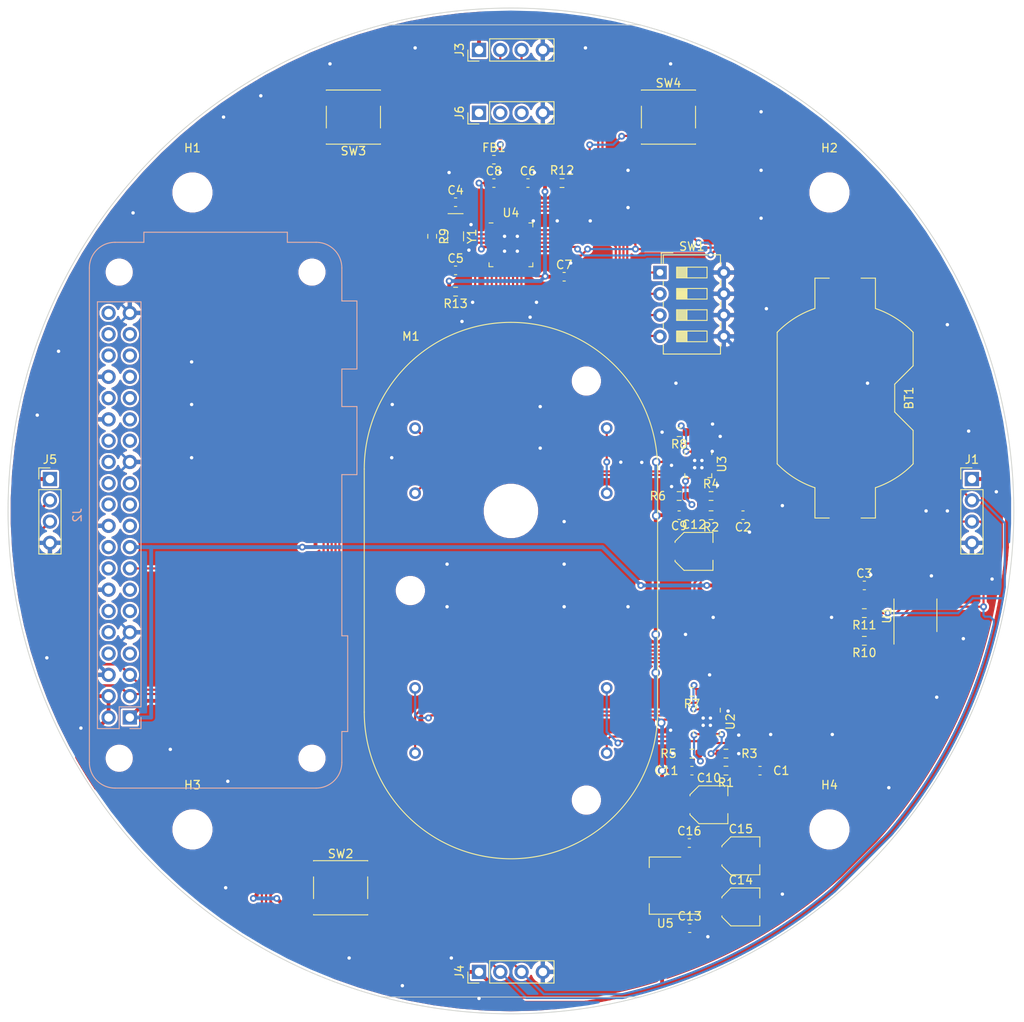
<source format=kicad_pcb>
(kicad_pcb (version 20171130) (host pcbnew "(5.1.9-0-10_14)")

  (general
    (thickness 1.6)
    (drawings 3)
    (tracks 1584)
    (zones 0)
    (modules 52)
    (nets 83)
  )

  (page A4)
  (layers
    (0 F.Cu signal)
    (31 B.Cu signal)
    (32 B.Adhes user)
    (33 F.Adhes user)
    (34 B.Paste user)
    (35 F.Paste user)
    (36 B.SilkS user)
    (37 F.SilkS user)
    (38 B.Mask user)
    (39 F.Mask user)
    (40 Dwgs.User user)
    (41 Cmts.User user)
    (42 Eco1.User user)
    (43 Eco2.User user)
    (44 Edge.Cuts user)
    (45 Margin user)
    (46 B.CrtYd user)
    (47 F.CrtYd user)
    (48 B.Fab user hide)
    (49 F.Fab user hide)
  )

  (setup
    (last_trace_width 0.4572)
    (user_trace_width 0.254)
    (user_trace_width 0.3048)
    (user_trace_width 0.4572)
    (user_trace_width 0.8128)
    (trace_clearance 0.1524)
    (zone_clearance 0.254)
    (zone_45_only no)
    (trace_min 0.2032)
    (via_size 0.8128)
    (via_drill 0.4064)
    (via_min_size 0.4064)
    (via_min_drill 0.3)
    (user_via 0.8128 0.4064)
    (uvia_size 0.3048)
    (uvia_drill 0.1016)
    (uvias_allowed no)
    (uvia_min_size 0.2032)
    (uvia_min_drill 0.1016)
    (edge_width 0.1)
    (segment_width 0.2)
    (pcb_text_width 0.3)
    (pcb_text_size 1.5 1.5)
    (mod_edge_width 0.15)
    (mod_text_size 1 1)
    (mod_text_width 0.15)
    (pad_size 1.524 1.524)
    (pad_drill 0.762)
    (pad_to_mask_clearance 0)
    (aux_axis_origin 0 0)
    (visible_elements FFFFFF7F)
    (pcbplotparams
      (layerselection 0x010fc_ffffffff)
      (usegerberextensions false)
      (usegerberattributes true)
      (usegerberadvancedattributes true)
      (creategerberjobfile true)
      (excludeedgelayer true)
      (linewidth 0.100000)
      (plotframeref false)
      (viasonmask false)
      (mode 1)
      (useauxorigin false)
      (hpglpennumber 1)
      (hpglpenspeed 20)
      (hpglpendiameter 15.000000)
      (psnegative false)
      (psa4output false)
      (plotreference true)
      (plotvalue true)
      (plotinvisibletext false)
      (padsonsilk false)
      (subtractmaskfromsilk false)
      (outputformat 1)
      (mirror false)
      (drillshape 1)
      (scaleselection 1)
      (outputdirectory ""))
  )

  (net 0 "")
  (net 1 GND)
  (net 2 "Net-(BT1-Pad1)")
  (net 3 "Net-(C1-Pad2)")
  (net 4 "Net-(C2-Pad2)")
  (net 5 +3V3)
  (net 6 "Net-(C4-Pad2)")
  (net 7 "Net-(C5-Pad2)")
  (net 8 +3.3VA)
  (net 9 I2C_SDA)
  (net 10 I2C_CLK)
  (net 11 +5V)
  (net 12 "Net-(J2-Pad40)")
  (net 13 "Net-(J2-Pad38)")
  (net 14 "Net-(J2-Pad37)")
  (net 15 "Net-(J2-Pad36)")
  (net 16 "Net-(J2-Pad35)")
  (net 17 "Net-(J2-Pad33)")
  (net 18 "Net-(J2-Pad32)")
  (net 19 "Net-(J2-Pad31)")
  (net 20 "Net-(J2-Pad29)")
  (net 21 "Net-(J2-Pad28)")
  (net 22 "Net-(J2-Pad27)")
  (net 23 "Net-(J2-Pad26)")
  (net 24 "Net-(J2-Pad24)")
  (net 25 "Net-(J2-Pad23)")
  (net 26 "Net-(J2-Pad22)")
  (net 27 "Net-(J2-Pad21)")
  (net 28 "Net-(J2-Pad19)")
  (net 29 "Net-(J2-Pad18)")
  (net 30 "Net-(J2-Pad16)")
  (net 31 PiOnOFF)
  (net 32 "Net-(J2-Pad13)")
  (net 33 "Net-(J2-Pad12)")
  (net 34 "Net-(J2-Pad11)")
  (net 35 "Net-(J2-Pad10)")
  (net 36 "Net-(J2-Pad8)")
  (net 37 "Net-(J2-Pad7)")
  (net 38 SDC)
  (net 39 SDO)
  (net 40 +3v3)
  (net 41 "Net-(R1-Pad2)")
  (net 42 "Net-(R2-Pad2)")
  (net 43 "Net-(R5-Pad1)")
  (net 44 "Net-(R6-Pad1)")
  (net 45 "Net-(R7-Pad1)")
  (net 46 "Net-(R8-Pad1)")
  (net 47 ADDR3)
  (net 48 ADDR2)
  (net 49 ADDR1)
  (net 50 ADDR0)
  (net 51 MCU_BUT_PLUS)
  (net 52 MCU_BUT_MIN)
  (net 53 RTC_RST)
  (net 54 "Net-(U1-Pad3)")
  (net 55 "Net-(U1-Pad1)")
  (net 56 MOT_EN0)
  (net 57 MOT_REF1)
  (net 58 MOT_STCK0)
  (net 59 MOT_DIR0)
  (net 60 MOT_EN1)
  (net 61 MOT_STCK1)
  (net 62 MOT_DIR1)
  (net 63 "Net-(U4-Pad32)")
  (net 64 "Net-(U4-Pad30)")
  (net 65 "Net-(U4-Pad29)")
  (net 66 "Net-(U4-Pad25)")
  (net 67 /MOT_B4)
  (net 68 /MOT_B3)
  (net 69 /MOT_A2)
  (net 70 /MOT_A1)
  (net 71 /MOT_A4)
  (net 72 /MOT_A3)
  (net 73 /MOT_B2)
  (net 74 /MOT_B1)
  (net 75 /BOOT0)
  (net 76 /nRST)
  (net 77 "Net-(U4-Pad6)")
  (net 78 "Net-(U4-Pad26)")
  (net 79 "Net-(U4-Pad18)")
  (net 80 "Net-(U4-Pad16)")
  (net 81 MOT_RST0)
  (net 82 MOT_RST1)

  (net_class Default "This is the default net class."
    (clearance 0.1524)
    (trace_width 0.254)
    (via_dia 0.8128)
    (via_drill 0.4064)
    (uvia_dia 0.3048)
    (uvia_drill 0.1016)
    (diff_pair_width 0.2032)
    (diff_pair_gap 0.254)
    (add_net /BOOT0)
    (add_net /MOT_A1)
    (add_net /MOT_A2)
    (add_net /MOT_A3)
    (add_net /MOT_A4)
    (add_net /MOT_B1)
    (add_net /MOT_B2)
    (add_net /MOT_B3)
    (add_net /MOT_B4)
    (add_net /nRST)
    (add_net MOT_RST0)
    (add_net MOT_RST1)
    (add_net "Net-(U4-Pad16)")
    (add_net "Net-(U4-Pad18)")
    (add_net "Net-(U4-Pad26)")
    (add_net "Net-(U4-Pad6)")
  )

  (net_class 5v ""
    (clearance 0.2032)
    (trace_width 0.4572)
    (via_dia 1.016)
    (via_drill 0.6096)
    (uvia_dia 0.3048)
    (uvia_drill 0.1016)
    (diff_pair_width 0.2032)
    (diff_pair_gap 0.254)
    (add_net +5V)
  )

  (net_class Power ""
    (clearance 0.2032)
    (trace_width 0.3048)
    (via_dia 0.8128)
    (via_drill 0.4064)
    (uvia_dia 0.3048)
    (uvia_drill 0.1016)
    (diff_pair_width 0.2032)
    (diff_pair_gap 0.254)
    (add_net +3.3VA)
    (add_net +3V3)
    (add_net +3v3)
    (add_net ADDR0)
    (add_net ADDR1)
    (add_net ADDR2)
    (add_net ADDR3)
    (add_net GND)
    (add_net I2C_CLK)
    (add_net I2C_SDA)
    (add_net MCU_BUT_MIN)
    (add_net MCU_BUT_PLUS)
    (add_net MOT_DIR0)
    (add_net MOT_DIR1)
    (add_net MOT_EN0)
    (add_net MOT_EN1)
    (add_net MOT_REF1)
    (add_net MOT_STCK0)
    (add_net MOT_STCK1)
    (add_net "Net-(BT1-Pad1)")
    (add_net "Net-(C1-Pad2)")
    (add_net "Net-(C2-Pad2)")
    (add_net "Net-(C4-Pad2)")
    (add_net "Net-(C5-Pad2)")
    (add_net "Net-(J2-Pad10)")
    (add_net "Net-(J2-Pad11)")
    (add_net "Net-(J2-Pad12)")
    (add_net "Net-(J2-Pad13)")
    (add_net "Net-(J2-Pad16)")
    (add_net "Net-(J2-Pad18)")
    (add_net "Net-(J2-Pad19)")
    (add_net "Net-(J2-Pad21)")
    (add_net "Net-(J2-Pad22)")
    (add_net "Net-(J2-Pad23)")
    (add_net "Net-(J2-Pad24)")
    (add_net "Net-(J2-Pad26)")
    (add_net "Net-(J2-Pad27)")
    (add_net "Net-(J2-Pad28)")
    (add_net "Net-(J2-Pad29)")
    (add_net "Net-(J2-Pad31)")
    (add_net "Net-(J2-Pad32)")
    (add_net "Net-(J2-Pad33)")
    (add_net "Net-(J2-Pad35)")
    (add_net "Net-(J2-Pad36)")
    (add_net "Net-(J2-Pad37)")
    (add_net "Net-(J2-Pad38)")
    (add_net "Net-(J2-Pad40)")
    (add_net "Net-(J2-Pad7)")
    (add_net "Net-(J2-Pad8)")
    (add_net "Net-(R1-Pad2)")
    (add_net "Net-(R2-Pad2)")
    (add_net "Net-(R5-Pad1)")
    (add_net "Net-(R6-Pad1)")
    (add_net "Net-(R7-Pad1)")
    (add_net "Net-(R8-Pad1)")
    (add_net "Net-(U1-Pad1)")
    (add_net "Net-(U1-Pad3)")
    (add_net "Net-(U4-Pad25)")
    (add_net "Net-(U4-Pad29)")
    (add_net "Net-(U4-Pad30)")
    (add_net "Net-(U4-Pad32)")
    (add_net PiOnOFF)
    (add_net RTC_RST)
    (add_net SDC)
    (add_net SDO)
  )

  (module Package_TO_SOT_SMD:SOT-223-3_TabPin2 (layer F.Cu) (tedit 5A02FF57) (tstamp 606EA901)
    (at 18.415 44.704 180)
    (descr "module CMS SOT223 4 pins")
    (tags "CMS SOT")
    (path /606F287A)
    (attr smd)
    (fp_text reference U5 (at 0 -4.5) (layer F.SilkS)
      (effects (font (size 1 1) (thickness 0.15)))
    )
    (fp_text value MCP1825S (at 0 4.5) (layer F.Fab)
      (effects (font (size 1 1) (thickness 0.15)))
    )
    (fp_text user %R (at 0 0 90) (layer F.Fab)
      (effects (font (size 0.8 0.8) (thickness 0.12)))
    )
    (fp_line (start 1.91 3.41) (end 1.91 2.15) (layer F.SilkS) (width 0.12))
    (fp_line (start 1.91 -3.41) (end 1.91 -2.15) (layer F.SilkS) (width 0.12))
    (fp_line (start 4.4 -3.6) (end -4.4 -3.6) (layer F.CrtYd) (width 0.05))
    (fp_line (start 4.4 3.6) (end 4.4 -3.6) (layer F.CrtYd) (width 0.05))
    (fp_line (start -4.4 3.6) (end 4.4 3.6) (layer F.CrtYd) (width 0.05))
    (fp_line (start -4.4 -3.6) (end -4.4 3.6) (layer F.CrtYd) (width 0.05))
    (fp_line (start -1.85 -2.35) (end -0.85 -3.35) (layer F.Fab) (width 0.1))
    (fp_line (start -1.85 -2.35) (end -1.85 3.35) (layer F.Fab) (width 0.1))
    (fp_line (start -1.85 3.41) (end 1.91 3.41) (layer F.SilkS) (width 0.12))
    (fp_line (start -0.85 -3.35) (end 1.85 -3.35) (layer F.Fab) (width 0.1))
    (fp_line (start -4.1 -3.41) (end 1.91 -3.41) (layer F.SilkS) (width 0.12))
    (fp_line (start -1.85 3.35) (end 1.85 3.35) (layer F.Fab) (width 0.1))
    (fp_line (start 1.85 -3.35) (end 1.85 3.35) (layer F.Fab) (width 0.1))
    (pad 1 smd rect (at -3.15 -2.3 180) (size 2 1.5) (layers F.Cu F.Paste F.Mask)
      (net 11 +5V))
    (pad 3 smd rect (at -3.15 2.3 180) (size 2 1.5) (layers F.Cu F.Paste F.Mask)
      (net 5 +3V3))
    (pad 2 smd rect (at -3.15 0 180) (size 2 1.5) (layers F.Cu F.Paste F.Mask)
      (net 1 GND))
    (pad 2 smd rect (at 3.15 0 180) (size 2 3.8) (layers F.Cu F.Paste F.Mask)
      (net 1 GND))
    (model ${KISYS3DMOD}/Package_TO_SOT_SMD.3dshapes/SOT-223.wrl
      (at (xyz 0 0 0))
      (scale (xyz 1 1 1))
      (rotate (xyz 0 0 0))
    )
  )

  (module Capacitor_SMD:C_0603_1608Metric (layer F.Cu) (tedit 5F68FEEE) (tstamp 606E9EA8)
    (at 21.2852 39.624)
    (descr "Capacitor SMD 0603 (1608 Metric), square (rectangular) end terminal, IPC_7351 nominal, (Body size source: IPC-SM-782 page 76, https://www.pcb-3d.com/wordpress/wp-content/uploads/ipc-sm-782a_amendment_1_and_2.pdf), generated with kicad-footprint-generator")
    (tags capacitor)
    (path /606F9863)
    (attr smd)
    (fp_text reference C16 (at 0 -1.43) (layer F.SilkS)
      (effects (font (size 1 1) (thickness 0.15)))
    )
    (fp_text value 100nF (at 0 1.43) (layer F.Fab)
      (effects (font (size 1 1) (thickness 0.15)))
    )
    (fp_text user %R (at 0 0) (layer F.Fab)
      (effects (font (size 0.4 0.4) (thickness 0.06)))
    )
    (fp_line (start -0.8 0.4) (end -0.8 -0.4) (layer F.Fab) (width 0.1))
    (fp_line (start -0.8 -0.4) (end 0.8 -0.4) (layer F.Fab) (width 0.1))
    (fp_line (start 0.8 -0.4) (end 0.8 0.4) (layer F.Fab) (width 0.1))
    (fp_line (start 0.8 0.4) (end -0.8 0.4) (layer F.Fab) (width 0.1))
    (fp_line (start -0.14058 -0.51) (end 0.14058 -0.51) (layer F.SilkS) (width 0.12))
    (fp_line (start -0.14058 0.51) (end 0.14058 0.51) (layer F.SilkS) (width 0.12))
    (fp_line (start -1.48 0.73) (end -1.48 -0.73) (layer F.CrtYd) (width 0.05))
    (fp_line (start -1.48 -0.73) (end 1.48 -0.73) (layer F.CrtYd) (width 0.05))
    (fp_line (start 1.48 -0.73) (end 1.48 0.73) (layer F.CrtYd) (width 0.05))
    (fp_line (start 1.48 0.73) (end -1.48 0.73) (layer F.CrtYd) (width 0.05))
    (pad 2 smd roundrect (at 0.775 0) (size 0.9 0.95) (layers F.Cu F.Paste F.Mask) (roundrect_rratio 0.25)
      (net 1 GND))
    (pad 1 smd roundrect (at -0.775 0) (size 0.9 0.95) (layers F.Cu F.Paste F.Mask) (roundrect_rratio 0.25)
      (net 5 +3V3))
    (model ${KISYS3DMOD}/Capacitor_SMD.3dshapes/C_0603_1608Metric.wrl
      (at (xyz 0 0 0))
      (scale (xyz 1 1 1))
      (rotate (xyz 0 0 0))
    )
  )

  (module Capacitor_SMD:C_Elec_4x5.4 (layer F.Cu) (tedit 5BC8D926) (tstamp 606E9E97)
    (at 27.432 41.148)
    (descr "SMD capacitor, aluminum electrolytic nonpolar, 4.0x5.4mm")
    (tags "capacitor electrolyic nonpolar")
    (path /606F5F9E)
    (attr smd)
    (fp_text reference C15 (at 0 -3.2) (layer F.SilkS)
      (effects (font (size 1 1) (thickness 0.15)))
    )
    (fp_text value 10uF (at 0 3.2) (layer F.Fab)
      (effects (font (size 1 1) (thickness 0.15)))
    )
    (fp_text user %R (at 0 0) (layer F.Fab)
      (effects (font (size 0.8 0.8) (thickness 0.12)))
    )
    (fp_circle (center 0 0) (end 2 0) (layer F.Fab) (width 0.1))
    (fp_line (start 2.15 -2.15) (end 2.15 2.15) (layer F.Fab) (width 0.1))
    (fp_line (start -1.15 -2.15) (end 2.15 -2.15) (layer F.Fab) (width 0.1))
    (fp_line (start -1.15 2.15) (end 2.15 2.15) (layer F.Fab) (width 0.1))
    (fp_line (start -2.15 -1.15) (end -2.15 1.15) (layer F.Fab) (width 0.1))
    (fp_line (start -2.15 -1.15) (end -1.15 -2.15) (layer F.Fab) (width 0.1))
    (fp_line (start -2.15 1.15) (end -1.15 2.15) (layer F.Fab) (width 0.1))
    (fp_line (start 2.26 2.26) (end 2.26 1.06) (layer F.SilkS) (width 0.12))
    (fp_line (start 2.26 -2.26) (end 2.26 -1.06) (layer F.SilkS) (width 0.12))
    (fp_line (start -1.195563 -2.26) (end 2.26 -2.26) (layer F.SilkS) (width 0.12))
    (fp_line (start -1.195563 2.26) (end 2.26 2.26) (layer F.SilkS) (width 0.12))
    (fp_line (start -2.26 1.195563) (end -2.26 1.06) (layer F.SilkS) (width 0.12))
    (fp_line (start -2.26 -1.195563) (end -2.26 -1.06) (layer F.SilkS) (width 0.12))
    (fp_line (start -2.26 -1.195563) (end -1.195563 -2.26) (layer F.SilkS) (width 0.12))
    (fp_line (start -2.26 1.195563) (end -1.195563 2.26) (layer F.SilkS) (width 0.12))
    (fp_line (start 2.4 -2.4) (end 2.4 -1.05) (layer F.CrtYd) (width 0.05))
    (fp_line (start 2.4 -1.05) (end 3.25 -1.05) (layer F.CrtYd) (width 0.05))
    (fp_line (start 3.25 -1.05) (end 3.25 1.05) (layer F.CrtYd) (width 0.05))
    (fp_line (start 3.25 1.05) (end 2.4 1.05) (layer F.CrtYd) (width 0.05))
    (fp_line (start 2.4 1.05) (end 2.4 2.4) (layer F.CrtYd) (width 0.05))
    (fp_line (start -1.25 2.4) (end 2.4 2.4) (layer F.CrtYd) (width 0.05))
    (fp_line (start -1.25 -2.4) (end 2.4 -2.4) (layer F.CrtYd) (width 0.05))
    (fp_line (start -2.4 1.25) (end -1.25 2.4) (layer F.CrtYd) (width 0.05))
    (fp_line (start -2.4 -1.25) (end -1.25 -2.4) (layer F.CrtYd) (width 0.05))
    (fp_line (start -2.4 -1.25) (end -2.4 -1.05) (layer F.CrtYd) (width 0.05))
    (fp_line (start -2.4 1.05) (end -2.4 1.25) (layer F.CrtYd) (width 0.05))
    (fp_line (start -2.4 -1.05) (end -3.25 -1.05) (layer F.CrtYd) (width 0.05))
    (fp_line (start -3.25 -1.05) (end -3.25 1.05) (layer F.CrtYd) (width 0.05))
    (fp_line (start -3.25 1.05) (end -2.4 1.05) (layer F.CrtYd) (width 0.05))
    (pad 2 smd roundrect (at 1.675 0) (size 2.65 1.6) (layers F.Cu F.Paste F.Mask) (roundrect_rratio 0.15625)
      (net 1 GND))
    (pad 1 smd roundrect (at -1.675 0) (size 2.65 1.6) (layers F.Cu F.Paste F.Mask) (roundrect_rratio 0.15625)
      (net 5 +3V3))
    (model ${KISYS3DMOD}/Capacitor_SMD.3dshapes/C_Elec_4x5.4.wrl
      (at (xyz 0 0 0))
      (scale (xyz 1 1 1))
      (rotate (xyz 0 0 0))
    )
  )

  (module Capacitor_SMD:C_Elec_4x5.4 (layer F.Cu) (tedit 5BC8D926) (tstamp 606E9E73)
    (at 27.432 47.244)
    (descr "SMD capacitor, aluminum electrolytic nonpolar, 4.0x5.4mm")
    (tags "capacitor electrolyic nonpolar")
    (path /606F4D9C)
    (attr smd)
    (fp_text reference C14 (at 0 -3.2) (layer F.SilkS)
      (effects (font (size 1 1) (thickness 0.15)))
    )
    (fp_text value 10uF (at 0 3.2) (layer F.Fab)
      (effects (font (size 1 1) (thickness 0.15)))
    )
    (fp_text user %R (at 0 0) (layer F.Fab)
      (effects (font (size 0.8 0.8) (thickness 0.12)))
    )
    (fp_circle (center 0 0) (end 2 0) (layer F.Fab) (width 0.1))
    (fp_line (start 2.15 -2.15) (end 2.15 2.15) (layer F.Fab) (width 0.1))
    (fp_line (start -1.15 -2.15) (end 2.15 -2.15) (layer F.Fab) (width 0.1))
    (fp_line (start -1.15 2.15) (end 2.15 2.15) (layer F.Fab) (width 0.1))
    (fp_line (start -2.15 -1.15) (end -2.15 1.15) (layer F.Fab) (width 0.1))
    (fp_line (start -2.15 -1.15) (end -1.15 -2.15) (layer F.Fab) (width 0.1))
    (fp_line (start -2.15 1.15) (end -1.15 2.15) (layer F.Fab) (width 0.1))
    (fp_line (start 2.26 2.26) (end 2.26 1.06) (layer F.SilkS) (width 0.12))
    (fp_line (start 2.26 -2.26) (end 2.26 -1.06) (layer F.SilkS) (width 0.12))
    (fp_line (start -1.195563 -2.26) (end 2.26 -2.26) (layer F.SilkS) (width 0.12))
    (fp_line (start -1.195563 2.26) (end 2.26 2.26) (layer F.SilkS) (width 0.12))
    (fp_line (start -2.26 1.195563) (end -2.26 1.06) (layer F.SilkS) (width 0.12))
    (fp_line (start -2.26 -1.195563) (end -2.26 -1.06) (layer F.SilkS) (width 0.12))
    (fp_line (start -2.26 -1.195563) (end -1.195563 -2.26) (layer F.SilkS) (width 0.12))
    (fp_line (start -2.26 1.195563) (end -1.195563 2.26) (layer F.SilkS) (width 0.12))
    (fp_line (start 2.4 -2.4) (end 2.4 -1.05) (layer F.CrtYd) (width 0.05))
    (fp_line (start 2.4 -1.05) (end 3.25 -1.05) (layer F.CrtYd) (width 0.05))
    (fp_line (start 3.25 -1.05) (end 3.25 1.05) (layer F.CrtYd) (width 0.05))
    (fp_line (start 3.25 1.05) (end 2.4 1.05) (layer F.CrtYd) (width 0.05))
    (fp_line (start 2.4 1.05) (end 2.4 2.4) (layer F.CrtYd) (width 0.05))
    (fp_line (start -1.25 2.4) (end 2.4 2.4) (layer F.CrtYd) (width 0.05))
    (fp_line (start -1.25 -2.4) (end 2.4 -2.4) (layer F.CrtYd) (width 0.05))
    (fp_line (start -2.4 1.25) (end -1.25 2.4) (layer F.CrtYd) (width 0.05))
    (fp_line (start -2.4 -1.25) (end -1.25 -2.4) (layer F.CrtYd) (width 0.05))
    (fp_line (start -2.4 -1.25) (end -2.4 -1.05) (layer F.CrtYd) (width 0.05))
    (fp_line (start -2.4 1.05) (end -2.4 1.25) (layer F.CrtYd) (width 0.05))
    (fp_line (start -2.4 -1.05) (end -3.25 -1.05) (layer F.CrtYd) (width 0.05))
    (fp_line (start -3.25 -1.05) (end -3.25 1.05) (layer F.CrtYd) (width 0.05))
    (fp_line (start -3.25 1.05) (end -2.4 1.05) (layer F.CrtYd) (width 0.05))
    (pad 2 smd roundrect (at 1.675 0) (size 2.65 1.6) (layers F.Cu F.Paste F.Mask) (roundrect_rratio 0.15625)
      (net 1 GND))
    (pad 1 smd roundrect (at -1.675 0) (size 2.65 1.6) (layers F.Cu F.Paste F.Mask) (roundrect_rratio 0.15625)
      (net 11 +5V))
    (model ${KISYS3DMOD}/Capacitor_SMD.3dshapes/C_Elec_4x5.4.wrl
      (at (xyz 0 0 0))
      (scale (xyz 1 1 1))
      (rotate (xyz 0 0 0))
    )
  )

  (module Capacitor_SMD:C_0603_1608Metric (layer F.Cu) (tedit 5F68FEEE) (tstamp 606E9E4F)
    (at 21.336 49.784)
    (descr "Capacitor SMD 0603 (1608 Metric), square (rectangular) end terminal, IPC_7351 nominal, (Body size source: IPC-SM-782 page 76, https://www.pcb-3d.com/wordpress/wp-content/uploads/ipc-sm-782a_amendment_1_and_2.pdf), generated with kicad-footprint-generator")
    (tags capacitor)
    (path /606F8D66)
    (attr smd)
    (fp_text reference C13 (at 0 -1.43) (layer F.SilkS)
      (effects (font (size 1 1) (thickness 0.15)))
    )
    (fp_text value 100nF (at 0 1.43) (layer F.Fab)
      (effects (font (size 1 1) (thickness 0.15)))
    )
    (fp_text user %R (at 0 0) (layer F.Fab)
      (effects (font (size 0.4 0.4) (thickness 0.06)))
    )
    (fp_line (start -0.8 0.4) (end -0.8 -0.4) (layer F.Fab) (width 0.1))
    (fp_line (start -0.8 -0.4) (end 0.8 -0.4) (layer F.Fab) (width 0.1))
    (fp_line (start 0.8 -0.4) (end 0.8 0.4) (layer F.Fab) (width 0.1))
    (fp_line (start 0.8 0.4) (end -0.8 0.4) (layer F.Fab) (width 0.1))
    (fp_line (start -0.14058 -0.51) (end 0.14058 -0.51) (layer F.SilkS) (width 0.12))
    (fp_line (start -0.14058 0.51) (end 0.14058 0.51) (layer F.SilkS) (width 0.12))
    (fp_line (start -1.48 0.73) (end -1.48 -0.73) (layer F.CrtYd) (width 0.05))
    (fp_line (start -1.48 -0.73) (end 1.48 -0.73) (layer F.CrtYd) (width 0.05))
    (fp_line (start 1.48 -0.73) (end 1.48 0.73) (layer F.CrtYd) (width 0.05))
    (fp_line (start 1.48 0.73) (end -1.48 0.73) (layer F.CrtYd) (width 0.05))
    (pad 2 smd roundrect (at 0.775 0) (size 0.9 0.95) (layers F.Cu F.Paste F.Mask) (roundrect_rratio 0.25)
      (net 11 +5V))
    (pad 1 smd roundrect (at -0.775 0) (size 0.9 0.95) (layers F.Cu F.Paste F.Mask) (roundrect_rratio 0.25)
      (net 1 GND))
    (model ${KISYS3DMOD}/Capacitor_SMD.3dshapes/C_0603_1608Metric.wrl
      (at (xyz 0 0 0))
      (scale (xyz 1 1 1))
      (rotate (xyz 0 0 0))
    )
  )

  (module MySymbols:BKA30D-R05 locked (layer F.Cu) (tedit 606E1932) (tstamp 606DAC63)
    (at 0 9.5 270)
    (path /6071712D)
    (fp_text reference M1 (at -30.328 11.938) (layer F.SilkS)
      (effects (font (size 1 1) (thickness 0.15)))
    )
    (fp_text value Stepper_Motor_bipolar_VID28 (at 9.4488 -6.731 90) (layer F.Fab)
      (effects (font (size 1 1) (thickness 0.15)))
    )
    (fp_arc (start 14.5 0) (end 14.5 17.5) (angle -180) (layer F.SilkS) (width 0.12))
    (fp_arc (start -14.5 0) (end -14.5 17.5) (angle 180) (layer F.SilkS) (width 0.12))
    (fp_line (start -14.5 17.5) (end 14.5 17.5) (layer F.SilkS) (width 0.12))
    (fp_line (start -14.5 -17.5) (end 14.5 -17.5) (layer F.SilkS) (width 0.12))
    (pad "" np_thru_hole circle (at -9.5 0 270) (size 6 6) (drill 6) (layers *.Cu *.Mask))
    (pad "" np_thru_hole circle (at 0 12 270) (size 3 3) (drill 3) (layers *.Cu *.Mask))
    (pad "" np_thru_hole circle (at 25 -9 270) (size 3 3) (drill 3) (layers *.Cu *.Mask))
    (pad "" np_thru_hole circle (at -25 -9 270) (size 3 3) (drill 3) (layers *.Cu *.Mask))
    (pad B1 thru_hole circle (at -19.38 -11.43 270) (size 1.4 1.4) (drill 0.8) (layers *.Cu *.Mask)
      (net 74 /MOT_B1))
    (pad B2 thru_hole circle (at -11.62 -11.43 270) (size 1.4 1.4) (drill 0.8) (layers *.Cu *.Mask)
      (net 73 /MOT_B2))
    (pad A3 thru_hole circle (at 11.62 -11.43 270) (size 1.4 1.4) (drill 0.8) (layers *.Cu *.Mask)
      (net 72 /MOT_A3))
    (pad A4 thru_hole circle (at 19.38 -11.43 270) (size 1.4 1.4) (drill 0.8) (layers *.Cu *.Mask)
      (net 71 /MOT_A4))
    (pad A1 thru_hole circle (at 19.38 11.43 270) (size 1.4 1.4) (drill 0.8) (layers *.Cu *.Mask)
      (net 70 /MOT_A1))
    (pad A2 thru_hole circle (at 11.62 11.43 270) (size 1.4 1.4) (drill 0.8) (layers *.Cu *.Mask)
      (net 69 /MOT_A2))
    (pad B3 thru_hole circle (at -11.62 11.43 270) (size 1.4 1.4) (drill 0.8) (layers *.Cu *.Mask)
      (net 68 /MOT_B3))
    (pad B4 thru_hole circle (at -19.38 11.43 270) (size 1.4 1.4) (drill 0.8) (layers *.Cu *.Mask)
      (net 67 /MOT_B4))
  )

  (module Capacitor_SMD:C_Elec_4x5.4 (layer F.Cu) (tedit 5BC8D926) (tstamp 606DD70A)
    (at 21.844 4.826)
    (descr "SMD capacitor, aluminum electrolytic nonpolar, 4.0x5.4mm")
    (tags "capacitor electrolyic nonpolar")
    (path /60EA9977)
    (attr smd)
    (fp_text reference C12 (at 0 -3.2) (layer F.SilkS)
      (effects (font (size 1 1) (thickness 0.15)))
    )
    (fp_text value 10uF (at 0 3.2) (layer F.Fab)
      (effects (font (size 1 1) (thickness 0.15)))
    )
    (fp_line (start -3.25 1.05) (end -2.4 1.05) (layer F.CrtYd) (width 0.05))
    (fp_line (start -3.25 -1.05) (end -3.25 1.05) (layer F.CrtYd) (width 0.05))
    (fp_line (start -2.4 -1.05) (end -3.25 -1.05) (layer F.CrtYd) (width 0.05))
    (fp_line (start -2.4 1.05) (end -2.4 1.25) (layer F.CrtYd) (width 0.05))
    (fp_line (start -2.4 -1.25) (end -2.4 -1.05) (layer F.CrtYd) (width 0.05))
    (fp_line (start -2.4 -1.25) (end -1.25 -2.4) (layer F.CrtYd) (width 0.05))
    (fp_line (start -2.4 1.25) (end -1.25 2.4) (layer F.CrtYd) (width 0.05))
    (fp_line (start -1.25 -2.4) (end 2.4 -2.4) (layer F.CrtYd) (width 0.05))
    (fp_line (start -1.25 2.4) (end 2.4 2.4) (layer F.CrtYd) (width 0.05))
    (fp_line (start 2.4 1.05) (end 2.4 2.4) (layer F.CrtYd) (width 0.05))
    (fp_line (start 3.25 1.05) (end 2.4 1.05) (layer F.CrtYd) (width 0.05))
    (fp_line (start 3.25 -1.05) (end 3.25 1.05) (layer F.CrtYd) (width 0.05))
    (fp_line (start 2.4 -1.05) (end 3.25 -1.05) (layer F.CrtYd) (width 0.05))
    (fp_line (start 2.4 -2.4) (end 2.4 -1.05) (layer F.CrtYd) (width 0.05))
    (fp_line (start -2.26 1.195563) (end -1.195563 2.26) (layer F.SilkS) (width 0.12))
    (fp_line (start -2.26 -1.195563) (end -1.195563 -2.26) (layer F.SilkS) (width 0.12))
    (fp_line (start -2.26 -1.195563) (end -2.26 -1.06) (layer F.SilkS) (width 0.12))
    (fp_line (start -2.26 1.195563) (end -2.26 1.06) (layer F.SilkS) (width 0.12))
    (fp_line (start -1.195563 2.26) (end 2.26 2.26) (layer F.SilkS) (width 0.12))
    (fp_line (start -1.195563 -2.26) (end 2.26 -2.26) (layer F.SilkS) (width 0.12))
    (fp_line (start 2.26 -2.26) (end 2.26 -1.06) (layer F.SilkS) (width 0.12))
    (fp_line (start 2.26 2.26) (end 2.26 1.06) (layer F.SilkS) (width 0.12))
    (fp_line (start -2.15 1.15) (end -1.15 2.15) (layer F.Fab) (width 0.1))
    (fp_line (start -2.15 -1.15) (end -1.15 -2.15) (layer F.Fab) (width 0.1))
    (fp_line (start -2.15 -1.15) (end -2.15 1.15) (layer F.Fab) (width 0.1))
    (fp_line (start -1.15 2.15) (end 2.15 2.15) (layer F.Fab) (width 0.1))
    (fp_line (start -1.15 -2.15) (end 2.15 -2.15) (layer F.Fab) (width 0.1))
    (fp_line (start 2.15 -2.15) (end 2.15 2.15) (layer F.Fab) (width 0.1))
    (fp_circle (center 0 0) (end 2 0) (layer F.Fab) (width 0.1))
    (fp_text user %R (at 0 0) (layer F.Fab)
      (effects (font (size 0.8 0.8) (thickness 0.12)))
    )
    (pad 2 smd roundrect (at 1.675 0) (size 2.65 1.6) (layers F.Cu F.Paste F.Mask) (roundrect_rratio 0.15625)
      (net 1 GND))
    (pad 1 smd roundrect (at -1.675 0) (size 2.65 1.6) (layers F.Cu F.Paste F.Mask) (roundrect_rratio 0.15625)
      (net 11 +5V))
    (model ${KISYS3DMOD}/Capacitor_SMD.3dshapes/C_Elec_4x5.4.wrl
      (at (xyz 0 0 0))
      (scale (xyz 1 1 1))
      (rotate (xyz 0 0 0))
    )
  )

  (module Capacitor_SMD:C_Elec_4x5.4 (layer F.Cu) (tedit 5BC8D926) (tstamp 606DD6C6)
    (at 23.622 35.052)
    (descr "SMD capacitor, aluminum electrolytic nonpolar, 4.0x5.4mm")
    (tags "capacitor electrolyic nonpolar")
    (path /60EF845D)
    (attr smd)
    (fp_text reference C10 (at 0 -3.2) (layer F.SilkS)
      (effects (font (size 1 1) (thickness 0.15)))
    )
    (fp_text value 10uF (at 0 3.2) (layer F.Fab)
      (effects (font (size 1 1) (thickness 0.15)))
    )
    (fp_line (start -3.25 1.05) (end -2.4 1.05) (layer F.CrtYd) (width 0.05))
    (fp_line (start -3.25 -1.05) (end -3.25 1.05) (layer F.CrtYd) (width 0.05))
    (fp_line (start -2.4 -1.05) (end -3.25 -1.05) (layer F.CrtYd) (width 0.05))
    (fp_line (start -2.4 1.05) (end -2.4 1.25) (layer F.CrtYd) (width 0.05))
    (fp_line (start -2.4 -1.25) (end -2.4 -1.05) (layer F.CrtYd) (width 0.05))
    (fp_line (start -2.4 -1.25) (end -1.25 -2.4) (layer F.CrtYd) (width 0.05))
    (fp_line (start -2.4 1.25) (end -1.25 2.4) (layer F.CrtYd) (width 0.05))
    (fp_line (start -1.25 -2.4) (end 2.4 -2.4) (layer F.CrtYd) (width 0.05))
    (fp_line (start -1.25 2.4) (end 2.4 2.4) (layer F.CrtYd) (width 0.05))
    (fp_line (start 2.4 1.05) (end 2.4 2.4) (layer F.CrtYd) (width 0.05))
    (fp_line (start 3.25 1.05) (end 2.4 1.05) (layer F.CrtYd) (width 0.05))
    (fp_line (start 3.25 -1.05) (end 3.25 1.05) (layer F.CrtYd) (width 0.05))
    (fp_line (start 2.4 -1.05) (end 3.25 -1.05) (layer F.CrtYd) (width 0.05))
    (fp_line (start 2.4 -2.4) (end 2.4 -1.05) (layer F.CrtYd) (width 0.05))
    (fp_line (start -2.26 1.195563) (end -1.195563 2.26) (layer F.SilkS) (width 0.12))
    (fp_line (start -2.26 -1.195563) (end -1.195563 -2.26) (layer F.SilkS) (width 0.12))
    (fp_line (start -2.26 -1.195563) (end -2.26 -1.06) (layer F.SilkS) (width 0.12))
    (fp_line (start -2.26 1.195563) (end -2.26 1.06) (layer F.SilkS) (width 0.12))
    (fp_line (start -1.195563 2.26) (end 2.26 2.26) (layer F.SilkS) (width 0.12))
    (fp_line (start -1.195563 -2.26) (end 2.26 -2.26) (layer F.SilkS) (width 0.12))
    (fp_line (start 2.26 -2.26) (end 2.26 -1.06) (layer F.SilkS) (width 0.12))
    (fp_line (start 2.26 2.26) (end 2.26 1.06) (layer F.SilkS) (width 0.12))
    (fp_line (start -2.15 1.15) (end -1.15 2.15) (layer F.Fab) (width 0.1))
    (fp_line (start -2.15 -1.15) (end -1.15 -2.15) (layer F.Fab) (width 0.1))
    (fp_line (start -2.15 -1.15) (end -2.15 1.15) (layer F.Fab) (width 0.1))
    (fp_line (start -1.15 2.15) (end 2.15 2.15) (layer F.Fab) (width 0.1))
    (fp_line (start -1.15 -2.15) (end 2.15 -2.15) (layer F.Fab) (width 0.1))
    (fp_line (start 2.15 -2.15) (end 2.15 2.15) (layer F.Fab) (width 0.1))
    (fp_circle (center 0 0) (end 2 0) (layer F.Fab) (width 0.1))
    (fp_text user %R (at 0 0) (layer F.Fab)
      (effects (font (size 0.8 0.8) (thickness 0.12)))
    )
    (pad 2 smd roundrect (at 1.675 0) (size 2.65 1.6) (layers F.Cu F.Paste F.Mask) (roundrect_rratio 0.15625)
      (net 1 GND))
    (pad 1 smd roundrect (at -1.675 0) (size 2.65 1.6) (layers F.Cu F.Paste F.Mask) (roundrect_rratio 0.15625)
      (net 11 +5V))
    (model ${KISYS3DMOD}/Capacitor_SMD.3dshapes/C_Elec_4x5.4.wrl
      (at (xyz 0 0 0))
      (scale (xyz 1 1 1))
      (rotate (xyz 0 0 0))
    )
  )

  (module Capacitor_SMD:C_0603_1608Metric (layer F.Cu) (tedit 5F68FEEE) (tstamp 606CE9EB)
    (at 29.718 30.988 180)
    (descr "Capacitor SMD 0603 (1608 Metric), square (rectangular) end terminal, IPC_7351 nominal, (Body size source: IPC-SM-782 page 76, https://www.pcb-3d.com/wordpress/wp-content/uploads/ipc-sm-782a_amendment_1_and_2.pdf), generated with kicad-footprint-generator")
    (tags capacitor)
    (path /60C05763)
    (attr smd)
    (fp_text reference C1 (at -2.54 0) (layer F.SilkS)
      (effects (font (size 1 1) (thickness 0.15)))
    )
    (fp_text value 22nF (at 0 1.43) (layer F.Fab)
      (effects (font (size 1 1) (thickness 0.15)))
    )
    (fp_line (start -0.8 0.4) (end -0.8 -0.4) (layer F.Fab) (width 0.1))
    (fp_line (start -0.8 -0.4) (end 0.8 -0.4) (layer F.Fab) (width 0.1))
    (fp_line (start 0.8 -0.4) (end 0.8 0.4) (layer F.Fab) (width 0.1))
    (fp_line (start 0.8 0.4) (end -0.8 0.4) (layer F.Fab) (width 0.1))
    (fp_line (start -0.14058 -0.51) (end 0.14058 -0.51) (layer F.SilkS) (width 0.12))
    (fp_line (start -0.14058 0.51) (end 0.14058 0.51) (layer F.SilkS) (width 0.12))
    (fp_line (start -1.48 0.73) (end -1.48 -0.73) (layer F.CrtYd) (width 0.05))
    (fp_line (start -1.48 -0.73) (end 1.48 -0.73) (layer F.CrtYd) (width 0.05))
    (fp_line (start 1.48 -0.73) (end 1.48 0.73) (layer F.CrtYd) (width 0.05))
    (fp_line (start 1.48 0.73) (end -1.48 0.73) (layer F.CrtYd) (width 0.05))
    (fp_text user %R (at 0 0) (layer F.Fab)
      (effects (font (size 0.4 0.4) (thickness 0.06)))
    )
    (pad 2 smd roundrect (at 0.775 0 180) (size 0.9 0.95) (layers F.Cu F.Paste F.Mask) (roundrect_rratio 0.25)
      (net 3 "Net-(C1-Pad2)"))
    (pad 1 smd roundrect (at -0.775 0 180) (size 0.9 0.95) (layers F.Cu F.Paste F.Mask) (roundrect_rratio 0.25)
      (net 1 GND))
    (model ${KISYS3DMOD}/Capacitor_SMD.3dshapes/C_0603_1608Metric.wrl
      (at (xyz 0 0 0))
      (scale (xyz 1 1 1))
      (rotate (xyz 0 0 0))
    )
  )

  (module Capacitor_SMD:C_0603_1608Metric (layer F.Cu) (tedit 5F68FEEE) (tstamp 606D7EC6)
    (at 27.686 0.508 180)
    (descr "Capacitor SMD 0603 (1608 Metric), square (rectangular) end terminal, IPC_7351 nominal, (Body size source: IPC-SM-782 page 76, https://www.pcb-3d.com/wordpress/wp-content/uploads/ipc-sm-782a_amendment_1_and_2.pdf), generated with kicad-footprint-generator")
    (tags capacitor)
    (path /60BFA833)
    (attr smd)
    (fp_text reference C2 (at 0 -1.43) (layer F.SilkS)
      (effects (font (size 1 1) (thickness 0.15)))
    )
    (fp_text value 22nF (at 0 1.43) (layer F.Fab)
      (effects (font (size 1 1) (thickness 0.15)))
    )
    (fp_line (start -0.8 0.4) (end -0.8 -0.4) (layer F.Fab) (width 0.1))
    (fp_line (start -0.8 -0.4) (end 0.8 -0.4) (layer F.Fab) (width 0.1))
    (fp_line (start 0.8 -0.4) (end 0.8 0.4) (layer F.Fab) (width 0.1))
    (fp_line (start 0.8 0.4) (end -0.8 0.4) (layer F.Fab) (width 0.1))
    (fp_line (start -0.14058 -0.51) (end 0.14058 -0.51) (layer F.SilkS) (width 0.12))
    (fp_line (start -0.14058 0.51) (end 0.14058 0.51) (layer F.SilkS) (width 0.12))
    (fp_line (start -1.48 0.73) (end -1.48 -0.73) (layer F.CrtYd) (width 0.05))
    (fp_line (start -1.48 -0.73) (end 1.48 -0.73) (layer F.CrtYd) (width 0.05))
    (fp_line (start 1.48 -0.73) (end 1.48 0.73) (layer F.CrtYd) (width 0.05))
    (fp_line (start 1.48 0.73) (end -1.48 0.73) (layer F.CrtYd) (width 0.05))
    (fp_text user %R (at 0 0) (layer F.Fab)
      (effects (font (size 0.4 0.4) (thickness 0.06)))
    )
    (pad 2 smd roundrect (at 0.775 0 180) (size 0.9 0.95) (layers F.Cu F.Paste F.Mask) (roundrect_rratio 0.25)
      (net 4 "Net-(C2-Pad2)"))
    (pad 1 smd roundrect (at -0.775 0 180) (size 0.9 0.95) (layers F.Cu F.Paste F.Mask) (roundrect_rratio 0.25)
      (net 1 GND))
    (model ${KISYS3DMOD}/Capacitor_SMD.3dshapes/C_0603_1608Metric.wrl
      (at (xyz 0 0 0))
      (scale (xyz 1 1 1))
      (rotate (xyz 0 0 0))
    )
  )

  (module Capacitor_SMD:C_0603_1608Metric (layer F.Cu) (tedit 5F68FEEE) (tstamp 606CEA0D)
    (at 42.164 8.89)
    (descr "Capacitor SMD 0603 (1608 Metric), square (rectangular) end terminal, IPC_7351 nominal, (Body size source: IPC-SM-782 page 76, https://www.pcb-3d.com/wordpress/wp-content/uploads/ipc-sm-782a_amendment_1_and_2.pdf), generated with kicad-footprint-generator")
    (tags capacitor)
    (path /60CA57B6)
    (attr smd)
    (fp_text reference C3 (at 0 -1.43) (layer F.SilkS)
      (effects (font (size 1 1) (thickness 0.15)))
    )
    (fp_text value 100nF (at 0 1.43) (layer F.Fab)
      (effects (font (size 1 1) (thickness 0.15)))
    )
    (fp_line (start -0.8 0.4) (end -0.8 -0.4) (layer F.Fab) (width 0.1))
    (fp_line (start -0.8 -0.4) (end 0.8 -0.4) (layer F.Fab) (width 0.1))
    (fp_line (start 0.8 -0.4) (end 0.8 0.4) (layer F.Fab) (width 0.1))
    (fp_line (start 0.8 0.4) (end -0.8 0.4) (layer F.Fab) (width 0.1))
    (fp_line (start -0.14058 -0.51) (end 0.14058 -0.51) (layer F.SilkS) (width 0.12))
    (fp_line (start -0.14058 0.51) (end 0.14058 0.51) (layer F.SilkS) (width 0.12))
    (fp_line (start -1.48 0.73) (end -1.48 -0.73) (layer F.CrtYd) (width 0.05))
    (fp_line (start -1.48 -0.73) (end 1.48 -0.73) (layer F.CrtYd) (width 0.05))
    (fp_line (start 1.48 -0.73) (end 1.48 0.73) (layer F.CrtYd) (width 0.05))
    (fp_line (start 1.48 0.73) (end -1.48 0.73) (layer F.CrtYd) (width 0.05))
    (fp_text user %R (at 0 0) (layer F.Fab)
      (effects (font (size 0.4 0.4) (thickness 0.06)))
    )
    (pad 2 smd roundrect (at 0.775 0) (size 0.9 0.95) (layers F.Cu F.Paste F.Mask) (roundrect_rratio 0.25)
      (net 1 GND))
    (pad 1 smd roundrect (at -0.775 0) (size 0.9 0.95) (layers F.Cu F.Paste F.Mask) (roundrect_rratio 0.25)
      (net 5 +3V3))
    (model ${KISYS3DMOD}/Capacitor_SMD.3dshapes/C_0603_1608Metric.wrl
      (at (xyz 0 0 0))
      (scale (xyz 1 1 1))
      (rotate (xyz 0 0 0))
    )
  )

  (module Capacitor_SMD:C_0603_1608Metric (layer F.Cu) (tedit 5F68FEEE) (tstamp 606D792A)
    (at -6.604 -36.83)
    (descr "Capacitor SMD 0603 (1608 Metric), square (rectangular) end terminal, IPC_7351 nominal, (Body size source: IPC-SM-782 page 76, https://www.pcb-3d.com/wordpress/wp-content/uploads/ipc-sm-782a_amendment_1_and_2.pdf), generated with kicad-footprint-generator")
    (tags capacitor)
    (path /60AD4BF7)
    (attr smd)
    (fp_text reference C4 (at 0 -1.43) (layer F.SilkS)
      (effects (font (size 1 1) (thickness 0.15)))
    )
    (fp_text value 4p7 (at 0 1.43) (layer F.Fab)
      (effects (font (size 1 1) (thickness 0.15)))
    )
    (fp_line (start -0.8 0.4) (end -0.8 -0.4) (layer F.Fab) (width 0.1))
    (fp_line (start -0.8 -0.4) (end 0.8 -0.4) (layer F.Fab) (width 0.1))
    (fp_line (start 0.8 -0.4) (end 0.8 0.4) (layer F.Fab) (width 0.1))
    (fp_line (start 0.8 0.4) (end -0.8 0.4) (layer F.Fab) (width 0.1))
    (fp_line (start -0.14058 -0.51) (end 0.14058 -0.51) (layer F.SilkS) (width 0.12))
    (fp_line (start -0.14058 0.51) (end 0.14058 0.51) (layer F.SilkS) (width 0.12))
    (fp_line (start -1.48 0.73) (end -1.48 -0.73) (layer F.CrtYd) (width 0.05))
    (fp_line (start -1.48 -0.73) (end 1.48 -0.73) (layer F.CrtYd) (width 0.05))
    (fp_line (start 1.48 -0.73) (end 1.48 0.73) (layer F.CrtYd) (width 0.05))
    (fp_line (start 1.48 0.73) (end -1.48 0.73) (layer F.CrtYd) (width 0.05))
    (fp_text user %R (at 0 0) (layer F.Fab)
      (effects (font (size 0.4 0.4) (thickness 0.06)))
    )
    (pad 2 smd roundrect (at 0.775 0) (size 0.9 0.95) (layers F.Cu F.Paste F.Mask) (roundrect_rratio 0.25)
      (net 6 "Net-(C4-Pad2)"))
    (pad 1 smd roundrect (at -0.775 0) (size 0.9 0.95) (layers F.Cu F.Paste F.Mask) (roundrect_rratio 0.25)
      (net 1 GND))
    (model ${KISYS3DMOD}/Capacitor_SMD.3dshapes/C_0603_1608Metric.wrl
      (at (xyz 0 0 0))
      (scale (xyz 1 1 1))
      (rotate (xyz 0 0 0))
    )
  )

  (module Capacitor_SMD:C_0603_1608Metric (layer F.Cu) (tedit 5F68FEEE) (tstamp 606D7A99)
    (at -6.604 -28.702)
    (descr "Capacitor SMD 0603 (1608 Metric), square (rectangular) end terminal, IPC_7351 nominal, (Body size source: IPC-SM-782 page 76, https://www.pcb-3d.com/wordpress/wp-content/uploads/ipc-sm-782a_amendment_1_and_2.pdf), generated with kicad-footprint-generator")
    (tags capacitor)
    (path /60AE6F28)
    (attr smd)
    (fp_text reference C5 (at 0 -1.43) (layer F.SilkS)
      (effects (font (size 1 1) (thickness 0.15)))
    )
    (fp_text value 4p7 (at 0 1.43) (layer F.Fab)
      (effects (font (size 1 1) (thickness 0.15)))
    )
    (fp_line (start -0.8 0.4) (end -0.8 -0.4) (layer F.Fab) (width 0.1))
    (fp_line (start -0.8 -0.4) (end 0.8 -0.4) (layer F.Fab) (width 0.1))
    (fp_line (start 0.8 -0.4) (end 0.8 0.4) (layer F.Fab) (width 0.1))
    (fp_line (start 0.8 0.4) (end -0.8 0.4) (layer F.Fab) (width 0.1))
    (fp_line (start -0.14058 -0.51) (end 0.14058 -0.51) (layer F.SilkS) (width 0.12))
    (fp_line (start -0.14058 0.51) (end 0.14058 0.51) (layer F.SilkS) (width 0.12))
    (fp_line (start -1.48 0.73) (end -1.48 -0.73) (layer F.CrtYd) (width 0.05))
    (fp_line (start -1.48 -0.73) (end 1.48 -0.73) (layer F.CrtYd) (width 0.05))
    (fp_line (start 1.48 -0.73) (end 1.48 0.73) (layer F.CrtYd) (width 0.05))
    (fp_line (start 1.48 0.73) (end -1.48 0.73) (layer F.CrtYd) (width 0.05))
    (fp_text user %R (at 0 0) (layer F.Fab)
      (effects (font (size 0.4 0.4) (thickness 0.06)))
    )
    (pad 2 smd roundrect (at 0.775 0) (size 0.9 0.95) (layers F.Cu F.Paste F.Mask) (roundrect_rratio 0.25)
      (net 7 "Net-(C5-Pad2)"))
    (pad 1 smd roundrect (at -0.775 0) (size 0.9 0.95) (layers F.Cu F.Paste F.Mask) (roundrect_rratio 0.25)
      (net 1 GND))
    (model ${KISYS3DMOD}/Capacitor_SMD.3dshapes/C_0603_1608Metric.wrl
      (at (xyz 0 0 0))
      (scale (xyz 1 1 1))
      (rotate (xyz 0 0 0))
    )
  )

  (module Capacitor_SMD:C_0603_1608Metric (layer F.Cu) (tedit 5F68FEEE) (tstamp 606D8105)
    (at 2.032 -39.116)
    (descr "Capacitor SMD 0603 (1608 Metric), square (rectangular) end terminal, IPC_7351 nominal, (Body size source: IPC-SM-782 page 76, https://www.pcb-3d.com/wordpress/wp-content/uploads/ipc-sm-782a_amendment_1_and_2.pdf), generated with kicad-footprint-generator")
    (tags capacitor)
    (path /607C5335)
    (attr smd)
    (fp_text reference C6 (at 0 -1.43) (layer F.SilkS)
      (effects (font (size 1 1) (thickness 0.15)))
    )
    (fp_text value 100nF (at 0 1.43) (layer F.Fab)
      (effects (font (size 1 1) (thickness 0.15)))
    )
    (fp_line (start -0.8 0.4) (end -0.8 -0.4) (layer F.Fab) (width 0.1))
    (fp_line (start -0.8 -0.4) (end 0.8 -0.4) (layer F.Fab) (width 0.1))
    (fp_line (start 0.8 -0.4) (end 0.8 0.4) (layer F.Fab) (width 0.1))
    (fp_line (start 0.8 0.4) (end -0.8 0.4) (layer F.Fab) (width 0.1))
    (fp_line (start -0.14058 -0.51) (end 0.14058 -0.51) (layer F.SilkS) (width 0.12))
    (fp_line (start -0.14058 0.51) (end 0.14058 0.51) (layer F.SilkS) (width 0.12))
    (fp_line (start -1.48 0.73) (end -1.48 -0.73) (layer F.CrtYd) (width 0.05))
    (fp_line (start -1.48 -0.73) (end 1.48 -0.73) (layer F.CrtYd) (width 0.05))
    (fp_line (start 1.48 -0.73) (end 1.48 0.73) (layer F.CrtYd) (width 0.05))
    (fp_line (start 1.48 0.73) (end -1.48 0.73) (layer F.CrtYd) (width 0.05))
    (fp_text user %R (at 0 0) (layer F.Fab)
      (effects (font (size 0.4 0.4) (thickness 0.06)))
    )
    (pad 2 smd roundrect (at 0.775 0) (size 0.9 0.95) (layers F.Cu F.Paste F.Mask) (roundrect_rratio 0.25)
      (net 1 GND))
    (pad 1 smd roundrect (at -0.775 0) (size 0.9 0.95) (layers F.Cu F.Paste F.Mask) (roundrect_rratio 0.25)
      (net 5 +3V3))
    (model ${KISYS3DMOD}/Capacitor_SMD.3dshapes/C_0603_1608Metric.wrl
      (at (xyz 0 0 0))
      (scale (xyz 1 1 1))
      (rotate (xyz 0 0 0))
    )
  )

  (module Capacitor_SMD:C_0603_1608Metric (layer F.Cu) (tedit 5F68FEEE) (tstamp 606D80D5)
    (at 6.35 -27.94)
    (descr "Capacitor SMD 0603 (1608 Metric), square (rectangular) end terminal, IPC_7351 nominal, (Body size source: IPC-SM-782 page 76, https://www.pcb-3d.com/wordpress/wp-content/uploads/ipc-sm-782a_amendment_1_and_2.pdf), generated with kicad-footprint-generator")
    (tags capacitor)
    (path /607E5577)
    (attr smd)
    (fp_text reference C7 (at 0 -1.43) (layer F.SilkS)
      (effects (font (size 1 1) (thickness 0.15)))
    )
    (fp_text value 100nF (at 0 1.43) (layer F.Fab)
      (effects (font (size 1 1) (thickness 0.15)))
    )
    (fp_line (start -0.8 0.4) (end -0.8 -0.4) (layer F.Fab) (width 0.1))
    (fp_line (start -0.8 -0.4) (end 0.8 -0.4) (layer F.Fab) (width 0.1))
    (fp_line (start 0.8 -0.4) (end 0.8 0.4) (layer F.Fab) (width 0.1))
    (fp_line (start 0.8 0.4) (end -0.8 0.4) (layer F.Fab) (width 0.1))
    (fp_line (start -0.14058 -0.51) (end 0.14058 -0.51) (layer F.SilkS) (width 0.12))
    (fp_line (start -0.14058 0.51) (end 0.14058 0.51) (layer F.SilkS) (width 0.12))
    (fp_line (start -1.48 0.73) (end -1.48 -0.73) (layer F.CrtYd) (width 0.05))
    (fp_line (start -1.48 -0.73) (end 1.48 -0.73) (layer F.CrtYd) (width 0.05))
    (fp_line (start 1.48 -0.73) (end 1.48 0.73) (layer F.CrtYd) (width 0.05))
    (fp_line (start 1.48 0.73) (end -1.48 0.73) (layer F.CrtYd) (width 0.05))
    (fp_text user %R (at 0 0) (layer F.Fab)
      (effects (font (size 0.4 0.4) (thickness 0.06)))
    )
    (pad 2 smd roundrect (at 0.775 0) (size 0.9 0.95) (layers F.Cu F.Paste F.Mask) (roundrect_rratio 0.25)
      (net 1 GND))
    (pad 1 smd roundrect (at -0.775 0) (size 0.9 0.95) (layers F.Cu F.Paste F.Mask) (roundrect_rratio 0.25)
      (net 5 +3V3))
    (model ${KISYS3DMOD}/Capacitor_SMD.3dshapes/C_0603_1608Metric.wrl
      (at (xyz 0 0 0))
      (scale (xyz 1 1 1))
      (rotate (xyz 0 0 0))
    )
  )

  (module Capacitor_SMD:C_0603_1608Metric (layer F.Cu) (tedit 5F68FEEE) (tstamp 606D80A5)
    (at -2.032 -39.116)
    (descr "Capacitor SMD 0603 (1608 Metric), square (rectangular) end terminal, IPC_7351 nominal, (Body size source: IPC-SM-782 page 76, https://www.pcb-3d.com/wordpress/wp-content/uploads/ipc-sm-782a_amendment_1_and_2.pdf), generated with kicad-footprint-generator")
    (tags capacitor)
    (path /607E5A88)
    (attr smd)
    (fp_text reference C8 (at 0 -1.43) (layer F.SilkS)
      (effects (font (size 1 1) (thickness 0.15)))
    )
    (fp_text value 100nF (at 0 1.43) (layer F.Fab)
      (effects (font (size 1 1) (thickness 0.15)))
    )
    (fp_line (start -0.8 0.4) (end -0.8 -0.4) (layer F.Fab) (width 0.1))
    (fp_line (start -0.8 -0.4) (end 0.8 -0.4) (layer F.Fab) (width 0.1))
    (fp_line (start 0.8 -0.4) (end 0.8 0.4) (layer F.Fab) (width 0.1))
    (fp_line (start 0.8 0.4) (end -0.8 0.4) (layer F.Fab) (width 0.1))
    (fp_line (start -0.14058 -0.51) (end 0.14058 -0.51) (layer F.SilkS) (width 0.12))
    (fp_line (start -0.14058 0.51) (end 0.14058 0.51) (layer F.SilkS) (width 0.12))
    (fp_line (start -1.48 0.73) (end -1.48 -0.73) (layer F.CrtYd) (width 0.05))
    (fp_line (start -1.48 -0.73) (end 1.48 -0.73) (layer F.CrtYd) (width 0.05))
    (fp_line (start 1.48 -0.73) (end 1.48 0.73) (layer F.CrtYd) (width 0.05))
    (fp_line (start 1.48 0.73) (end -1.48 0.73) (layer F.CrtYd) (width 0.05))
    (fp_text user %R (at 0 0) (layer F.Fab)
      (effects (font (size 0.4 0.4) (thickness 0.06)))
    )
    (pad 2 smd roundrect (at 0.775 0) (size 0.9 0.95) (layers F.Cu F.Paste F.Mask) (roundrect_rratio 0.25)
      (net 1 GND))
    (pad 1 smd roundrect (at -0.775 0) (size 0.9 0.95) (layers F.Cu F.Paste F.Mask) (roundrect_rratio 0.25)
      (net 8 +3.3VA))
    (model ${KISYS3DMOD}/Capacitor_SMD.3dshapes/C_0603_1608Metric.wrl
      (at (xyz 0 0 0))
      (scale (xyz 1 1 1))
      (rotate (xyz 0 0 0))
    )
  )

  (module Inductor_SMD:L_0603_1608Metric (layer F.Cu) (tedit 5F68FEF0) (tstamp 606EEBE5)
    (at -2.032 -41.91)
    (descr "Inductor SMD 0603 (1608 Metric), square (rectangular) end terminal, IPC_7351 nominal, (Body size source: http://www.tortai-tech.com/upload/download/2011102023233369053.pdf), generated with kicad-footprint-generator")
    (tags inductor)
    (path /607AC7C2)
    (attr smd)
    (fp_text reference FB1 (at 0 -1.43) (layer F.SilkS)
      (effects (font (size 1 1) (thickness 0.15)))
    )
    (fp_text value FerriteBead (at 0 1.43) (layer F.Fab)
      (effects (font (size 1 1) (thickness 0.15)))
    )
    (fp_line (start -0.8 0.4) (end -0.8 -0.4) (layer F.Fab) (width 0.1))
    (fp_line (start -0.8 -0.4) (end 0.8 -0.4) (layer F.Fab) (width 0.1))
    (fp_line (start 0.8 -0.4) (end 0.8 0.4) (layer F.Fab) (width 0.1))
    (fp_line (start 0.8 0.4) (end -0.8 0.4) (layer F.Fab) (width 0.1))
    (fp_line (start -0.162779 -0.51) (end 0.162779 -0.51) (layer F.SilkS) (width 0.12))
    (fp_line (start -0.162779 0.51) (end 0.162779 0.51) (layer F.SilkS) (width 0.12))
    (fp_line (start -1.48 0.73) (end -1.48 -0.73) (layer F.CrtYd) (width 0.05))
    (fp_line (start -1.48 -0.73) (end 1.48 -0.73) (layer F.CrtYd) (width 0.05))
    (fp_line (start 1.48 -0.73) (end 1.48 0.73) (layer F.CrtYd) (width 0.05))
    (fp_line (start 1.48 0.73) (end -1.48 0.73) (layer F.CrtYd) (width 0.05))
    (fp_text user %R (at 0 0) (layer F.Fab)
      (effects (font (size 0.4 0.4) (thickness 0.06)))
    )
    (pad 2 smd roundrect (at 0.7875 0) (size 0.875 0.95) (layers F.Cu F.Paste F.Mask) (roundrect_rratio 0.25)
      (net 5 +3V3))
    (pad 1 smd roundrect (at -0.7875 0) (size 0.875 0.95) (layers F.Cu F.Paste F.Mask) (roundrect_rratio 0.25)
      (net 8 +3.3VA))
    (model ${KISYS3DMOD}/Inductor_SMD.3dshapes/L_0603_1608Metric.wrl
      (at (xyz 0 0 0))
      (scale (xyz 1 1 1))
      (rotate (xyz 0 0 0))
    )
  )

  (module Connector_PinHeader_2.54mm:PinHeader_1x04_P2.54mm_Vertical (layer F.Cu) (tedit 59FED5CC) (tstamp 606CEA8B)
    (at 55 -3.81)
    (descr "Through hole straight pin header, 1x04, 2.54mm pitch, single row")
    (tags "Through hole pin header THT 1x04 2.54mm single row")
    (path /60BB9569)
    (fp_text reference J1 (at 0 -2.33) (layer F.SilkS)
      (effects (font (size 1 1) (thickness 0.15)))
    )
    (fp_text value Conn_01x04 (at 0 9.95) (layer F.Fab)
      (effects (font (size 1 1) (thickness 0.15)))
    )
    (fp_line (start -0.635 -1.27) (end 1.27 -1.27) (layer F.Fab) (width 0.1))
    (fp_line (start 1.27 -1.27) (end 1.27 8.89) (layer F.Fab) (width 0.1))
    (fp_line (start 1.27 8.89) (end -1.27 8.89) (layer F.Fab) (width 0.1))
    (fp_line (start -1.27 8.89) (end -1.27 -0.635) (layer F.Fab) (width 0.1))
    (fp_line (start -1.27 -0.635) (end -0.635 -1.27) (layer F.Fab) (width 0.1))
    (fp_line (start -1.33 8.95) (end 1.33 8.95) (layer F.SilkS) (width 0.12))
    (fp_line (start -1.33 1.27) (end -1.33 8.95) (layer F.SilkS) (width 0.12))
    (fp_line (start 1.33 1.27) (end 1.33 8.95) (layer F.SilkS) (width 0.12))
    (fp_line (start -1.33 1.27) (end 1.33 1.27) (layer F.SilkS) (width 0.12))
    (fp_line (start -1.33 0) (end -1.33 -1.33) (layer F.SilkS) (width 0.12))
    (fp_line (start -1.33 -1.33) (end 0 -1.33) (layer F.SilkS) (width 0.12))
    (fp_line (start -1.8 -1.8) (end -1.8 9.4) (layer F.CrtYd) (width 0.05))
    (fp_line (start -1.8 9.4) (end 1.8 9.4) (layer F.CrtYd) (width 0.05))
    (fp_line (start 1.8 9.4) (end 1.8 -1.8) (layer F.CrtYd) (width 0.05))
    (fp_line (start 1.8 -1.8) (end -1.8 -1.8) (layer F.CrtYd) (width 0.05))
    (fp_text user %R (at 0 3.81 90) (layer F.Fab)
      (effects (font (size 1 1) (thickness 0.15)))
    )
    (pad 4 thru_hole oval (at 0 7.62) (size 1.7 1.7) (drill 1) (layers *.Cu *.Mask)
      (net 1 GND))
    (pad 3 thru_hole oval (at 0 5.08) (size 1.7 1.7) (drill 1) (layers *.Cu *.Mask)
      (net 9 I2C_SDA))
    (pad 2 thru_hole oval (at 0 2.54) (size 1.7 1.7) (drill 1) (layers *.Cu *.Mask)
      (net 10 I2C_CLK))
    (pad 1 thru_hole rect (at 0 0) (size 1.7 1.7) (drill 1) (layers *.Cu *.Mask)
      (net 11 +5V))
    (model ${KISYS3DMOD}/Connector_PinHeader_2.54mm.3dshapes/PinHeader_1x04_P2.54mm_Vertical.wrl
      (at (xyz 0 0 0))
      (scale (xyz 1 1 1))
      (rotate (xyz 0 0 0))
    )
  )

  (module Connector_PinHeader_2.54mm:PinHeader_1x04_P2.54mm_Vertical (layer F.Cu) (tedit 59FED5CC) (tstamp 606CEBFC)
    (at -3.81 -55 90)
    (descr "Through hole straight pin header, 1x04, 2.54mm pitch, single row")
    (tags "Through hole pin header THT 1x04 2.54mm single row")
    (path /60BBA03E)
    (fp_text reference J3 (at 0 -2.33 90) (layer F.SilkS)
      (effects (font (size 1 1) (thickness 0.15)))
    )
    (fp_text value Conn_01x04 (at 0 9.95 90) (layer F.Fab)
      (effects (font (size 1 1) (thickness 0.15)))
    )
    (fp_line (start -0.635 -1.27) (end 1.27 -1.27) (layer F.Fab) (width 0.1))
    (fp_line (start 1.27 -1.27) (end 1.27 8.89) (layer F.Fab) (width 0.1))
    (fp_line (start 1.27 8.89) (end -1.27 8.89) (layer F.Fab) (width 0.1))
    (fp_line (start -1.27 8.89) (end -1.27 -0.635) (layer F.Fab) (width 0.1))
    (fp_line (start -1.27 -0.635) (end -0.635 -1.27) (layer F.Fab) (width 0.1))
    (fp_line (start -1.33 8.95) (end 1.33 8.95) (layer F.SilkS) (width 0.12))
    (fp_line (start -1.33 1.27) (end -1.33 8.95) (layer F.SilkS) (width 0.12))
    (fp_line (start 1.33 1.27) (end 1.33 8.95) (layer F.SilkS) (width 0.12))
    (fp_line (start -1.33 1.27) (end 1.33 1.27) (layer F.SilkS) (width 0.12))
    (fp_line (start -1.33 0) (end -1.33 -1.33) (layer F.SilkS) (width 0.12))
    (fp_line (start -1.33 -1.33) (end 0 -1.33) (layer F.SilkS) (width 0.12))
    (fp_line (start -1.8 -1.8) (end -1.8 9.4) (layer F.CrtYd) (width 0.05))
    (fp_line (start -1.8 9.4) (end 1.8 9.4) (layer F.CrtYd) (width 0.05))
    (fp_line (start 1.8 9.4) (end 1.8 -1.8) (layer F.CrtYd) (width 0.05))
    (fp_line (start 1.8 -1.8) (end -1.8 -1.8) (layer F.CrtYd) (width 0.05))
    (fp_text user %R (at -1.7108 -2.9464) (layer F.Fab)
      (effects (font (size 1 1) (thickness 0.15)))
    )
    (pad 4 thru_hole oval (at 0 7.62 90) (size 1.7 1.7) (drill 1) (layers *.Cu *.Mask)
      (net 1 GND))
    (pad 3 thru_hole oval (at 0 5.08 90) (size 1.7 1.7) (drill 1) (layers *.Cu *.Mask)
      (net 9 I2C_SDA))
    (pad 2 thru_hole oval (at 0 2.54 90) (size 1.7 1.7) (drill 1) (layers *.Cu *.Mask)
      (net 10 I2C_CLK))
    (pad 1 thru_hole rect (at 0 0 90) (size 1.7 1.7) (drill 1) (layers *.Cu *.Mask)
      (net 11 +5V))
    (model ${KISYS3DMOD}/Connector_PinHeader_2.54mm.3dshapes/PinHeader_1x04_P2.54mm_Vertical.wrl
      (at (xyz 0 0 0))
      (scale (xyz 1 1 1))
      (rotate (xyz 0 0 0))
    )
  )

  (module Connector_PinHeader_2.54mm:PinHeader_1x04_P2.54mm_Vertical (layer F.Cu) (tedit 59FED5CC) (tstamp 606CEC14)
    (at -3.81 55 90)
    (descr "Through hole straight pin header, 1x04, 2.54mm pitch, single row")
    (tags "Through hole pin header THT 1x04 2.54mm single row")
    (path /60BBA98A)
    (fp_text reference J4 (at 0 -2.33 90) (layer F.SilkS)
      (effects (font (size 1 1) (thickness 0.15)))
    )
    (fp_text value Conn_01x04 (at 0 9.95 90) (layer F.Fab)
      (effects (font (size 1 1) (thickness 0.15)))
    )
    (fp_line (start -0.635 -1.27) (end 1.27 -1.27) (layer F.Fab) (width 0.1))
    (fp_line (start 1.27 -1.27) (end 1.27 8.89) (layer F.Fab) (width 0.1))
    (fp_line (start 1.27 8.89) (end -1.27 8.89) (layer F.Fab) (width 0.1))
    (fp_line (start -1.27 8.89) (end -1.27 -0.635) (layer F.Fab) (width 0.1))
    (fp_line (start -1.27 -0.635) (end -0.635 -1.27) (layer F.Fab) (width 0.1))
    (fp_line (start -1.33 8.95) (end 1.33 8.95) (layer F.SilkS) (width 0.12))
    (fp_line (start -1.33 1.27) (end -1.33 8.95) (layer F.SilkS) (width 0.12))
    (fp_line (start 1.33 1.27) (end 1.33 8.95) (layer F.SilkS) (width 0.12))
    (fp_line (start -1.33 1.27) (end 1.33 1.27) (layer F.SilkS) (width 0.12))
    (fp_line (start -1.33 0) (end -1.33 -1.33) (layer F.SilkS) (width 0.12))
    (fp_line (start -1.33 -1.33) (end 0 -1.33) (layer F.SilkS) (width 0.12))
    (fp_line (start -1.8 -1.8) (end -1.8 9.4) (layer F.CrtYd) (width 0.05))
    (fp_line (start -1.8 9.4) (end 1.8 9.4) (layer F.CrtYd) (width 0.05))
    (fp_line (start 1.8 9.4) (end 1.8 -1.8) (layer F.CrtYd) (width 0.05))
    (fp_line (start 1.8 -1.8) (end -1.8 -1.8) (layer F.CrtYd) (width 0.05))
    (fp_text user %R (at 0 3.81) (layer F.Fab)
      (effects (font (size 1 1) (thickness 0.15)))
    )
    (pad 4 thru_hole oval (at 0 7.62 90) (size 1.7 1.7) (drill 1) (layers *.Cu *.Mask)
      (net 1 GND))
    (pad 3 thru_hole oval (at 0 5.08 90) (size 1.7 1.7) (drill 1) (layers *.Cu *.Mask)
      (net 9 I2C_SDA))
    (pad 2 thru_hole oval (at 0 2.54 90) (size 1.7 1.7) (drill 1) (layers *.Cu *.Mask)
      (net 10 I2C_CLK))
    (pad 1 thru_hole rect (at 0 0 90) (size 1.7 1.7) (drill 1) (layers *.Cu *.Mask)
      (net 11 +5V))
    (model ${KISYS3DMOD}/Connector_PinHeader_2.54mm.3dshapes/PinHeader_1x04_P2.54mm_Vertical.wrl
      (at (xyz 0 0 0))
      (scale (xyz 1 1 1))
      (rotate (xyz 0 0 0))
    )
  )

  (module Connector_PinHeader_2.54mm:PinHeader_1x04_P2.54mm_Vertical (layer F.Cu) (tedit 59FED5CC) (tstamp 606D16C1)
    (at -55 -3.81)
    (descr "Through hole straight pin header, 1x04, 2.54mm pitch, single row")
    (tags "Through hole pin header THT 1x04 2.54mm single row")
    (path /60BBB19E)
    (fp_text reference J5 (at 0 -2.33) (layer F.SilkS)
      (effects (font (size 1 1) (thickness 0.15)))
    )
    (fp_text value Conn_01x04 (at 0 9.95) (layer F.Fab)
      (effects (font (size 1 1) (thickness 0.15)))
    )
    (fp_line (start -0.635 -1.27) (end 1.27 -1.27) (layer F.Fab) (width 0.1))
    (fp_line (start 1.27 -1.27) (end 1.27 8.89) (layer F.Fab) (width 0.1))
    (fp_line (start 1.27 8.89) (end -1.27 8.89) (layer F.Fab) (width 0.1))
    (fp_line (start -1.27 8.89) (end -1.27 -0.635) (layer F.Fab) (width 0.1))
    (fp_line (start -1.27 -0.635) (end -0.635 -1.27) (layer F.Fab) (width 0.1))
    (fp_line (start -1.33 8.95) (end 1.33 8.95) (layer F.SilkS) (width 0.12))
    (fp_line (start -1.33 1.27) (end -1.33 8.95) (layer F.SilkS) (width 0.12))
    (fp_line (start 1.33 1.27) (end 1.33 8.95) (layer F.SilkS) (width 0.12))
    (fp_line (start -1.33 1.27) (end 1.33 1.27) (layer F.SilkS) (width 0.12))
    (fp_line (start -1.33 0) (end -1.33 -1.33) (layer F.SilkS) (width 0.12))
    (fp_line (start -1.33 -1.33) (end 0 -1.33) (layer F.SilkS) (width 0.12))
    (fp_line (start -1.8 -1.8) (end -1.8 9.4) (layer F.CrtYd) (width 0.05))
    (fp_line (start -1.8 9.4) (end 1.8 9.4) (layer F.CrtYd) (width 0.05))
    (fp_line (start 1.8 9.4) (end 1.8 -1.8) (layer F.CrtYd) (width 0.05))
    (fp_line (start 1.8 -1.8) (end -1.8 -1.8) (layer F.CrtYd) (width 0.05))
    (fp_text user %R (at 0 3.81 90) (layer F.Fab)
      (effects (font (size 1 1) (thickness 0.15)))
    )
    (pad 4 thru_hole oval (at 0 7.62) (size 1.7 1.7) (drill 1) (layers *.Cu *.Mask)
      (net 1 GND))
    (pad 3 thru_hole oval (at 0 5.08) (size 1.7 1.7) (drill 1) (layers *.Cu *.Mask)
      (net 9 I2C_SDA))
    (pad 2 thru_hole oval (at 0 2.54) (size 1.7 1.7) (drill 1) (layers *.Cu *.Mask)
      (net 10 I2C_CLK))
    (pad 1 thru_hole rect (at 0 0) (size 1.7 1.7) (drill 1) (layers *.Cu *.Mask)
      (net 11 +5V))
    (model ${KISYS3DMOD}/Connector_PinHeader_2.54mm.3dshapes/PinHeader_1x04_P2.54mm_Vertical.wrl
      (at (xyz 0 0 0))
      (scale (xyz 1 1 1))
      (rotate (xyz 0 0 0))
    )
  )

  (module Connector_PinHeader_2.54mm:PinHeader_1x04_P2.54mm_Vertical (layer F.Cu) (tedit 59FED5CC) (tstamp 606CEC44)
    (at -3.81 -47.498 90)
    (descr "Through hole straight pin header, 1x04, 2.54mm pitch, single row")
    (tags "Through hole pin header THT 1x04 2.54mm single row")
    (path /60BD39C6)
    (fp_text reference J6 (at 0 -2.33 90) (layer F.SilkS)
      (effects (font (size 1 1) (thickness 0.15)))
    )
    (fp_text value Conn_01x04 (at 0 9.95 90) (layer F.Fab)
      (effects (font (size 1 1) (thickness 0.15)))
    )
    (fp_line (start -0.635 -1.27) (end 1.27 -1.27) (layer F.Fab) (width 0.1))
    (fp_line (start 1.27 -1.27) (end 1.27 8.89) (layer F.Fab) (width 0.1))
    (fp_line (start 1.27 8.89) (end -1.27 8.89) (layer F.Fab) (width 0.1))
    (fp_line (start -1.27 8.89) (end -1.27 -0.635) (layer F.Fab) (width 0.1))
    (fp_line (start -1.27 -0.635) (end -0.635 -1.27) (layer F.Fab) (width 0.1))
    (fp_line (start -1.33 8.95) (end 1.33 8.95) (layer F.SilkS) (width 0.12))
    (fp_line (start -1.33 1.27) (end -1.33 8.95) (layer F.SilkS) (width 0.12))
    (fp_line (start 1.33 1.27) (end 1.33 8.95) (layer F.SilkS) (width 0.12))
    (fp_line (start -1.33 1.27) (end 1.33 1.27) (layer F.SilkS) (width 0.12))
    (fp_line (start -1.33 0) (end -1.33 -1.33) (layer F.SilkS) (width 0.12))
    (fp_line (start -1.33 -1.33) (end 0 -1.33) (layer F.SilkS) (width 0.12))
    (fp_line (start -1.8 -1.8) (end -1.8 9.4) (layer F.CrtYd) (width 0.05))
    (fp_line (start -1.8 9.4) (end 1.8 9.4) (layer F.CrtYd) (width 0.05))
    (fp_line (start 1.8 9.4) (end 1.8 -1.8) (layer F.CrtYd) (width 0.05))
    (fp_line (start 1.8 -1.8) (end -1.8 -1.8) (layer F.CrtYd) (width 0.05))
    (fp_text user %R (at 0 3.81) (layer F.Fab)
      (effects (font (size 1 1) (thickness 0.15)))
    )
    (pad 4 thru_hole oval (at 0 7.62 90) (size 1.7 1.7) (drill 1) (layers *.Cu *.Mask)
      (net 1 GND))
    (pad 3 thru_hole oval (at 0 5.08 90) (size 1.7 1.7) (drill 1) (layers *.Cu *.Mask)
      (net 38 SDC))
    (pad 2 thru_hole oval (at 0 2.54 90) (size 1.7 1.7) (drill 1) (layers *.Cu *.Mask)
      (net 39 SDO))
    (pad 1 thru_hole rect (at 0 0 90) (size 1.7 1.7) (drill 1) (layers *.Cu *.Mask)
      (net 40 +3v3))
    (model ${KISYS3DMOD}/Connector_PinHeader_2.54mm.3dshapes/PinHeader_1x04_P2.54mm_Vertical.wrl
      (at (xyz 0 0 0))
      (scale (xyz 1 1 1))
      (rotate (xyz 0 0 0))
    )
  )

  (module Resistor_SMD:R_0603_1608Metric (layer F.Cu) (tedit 5F68FEEE) (tstamp 606D7C75)
    (at 25.654 30.988 180)
    (descr "Resistor SMD 0603 (1608 Metric), square (rectangular) end terminal, IPC_7351 nominal, (Body size source: IPC-SM-782 page 72, https://www.pcb-3d.com/wordpress/wp-content/uploads/ipc-sm-782a_amendment_1_and_2.pdf), generated with kicad-footprint-generator")
    (tags resistor)
    (path /60C0575D)
    (attr smd)
    (fp_text reference R1 (at 0 -1.43) (layer F.SilkS)
      (effects (font (size 1 1) (thickness 0.15)))
    )
    (fp_text value 47K (at 0 1.43) (layer F.Fab)
      (effects (font (size 1 1) (thickness 0.15)))
    )
    (fp_line (start -0.8 0.4125) (end -0.8 -0.4125) (layer F.Fab) (width 0.1))
    (fp_line (start -0.8 -0.4125) (end 0.8 -0.4125) (layer F.Fab) (width 0.1))
    (fp_line (start 0.8 -0.4125) (end 0.8 0.4125) (layer F.Fab) (width 0.1))
    (fp_line (start 0.8 0.4125) (end -0.8 0.4125) (layer F.Fab) (width 0.1))
    (fp_line (start -0.237258 -0.5225) (end 0.237258 -0.5225) (layer F.SilkS) (width 0.12))
    (fp_line (start -0.237258 0.5225) (end 0.237258 0.5225) (layer F.SilkS) (width 0.12))
    (fp_line (start -1.48 0.73) (end -1.48 -0.73) (layer F.CrtYd) (width 0.05))
    (fp_line (start -1.48 -0.73) (end 1.48 -0.73) (layer F.CrtYd) (width 0.05))
    (fp_line (start 1.48 -0.73) (end 1.48 0.73) (layer F.CrtYd) (width 0.05))
    (fp_line (start 1.48 0.73) (end -1.48 0.73) (layer F.CrtYd) (width 0.05))
    (fp_text user %R (at 0 0) (layer F.Fab)
      (effects (font (size 0.4 0.4) (thickness 0.06)))
    )
    (pad 2 smd roundrect (at 0.825 0 180) (size 0.8 0.95) (layers F.Cu F.Paste F.Mask) (roundrect_rratio 0.25)
      (net 41 "Net-(R1-Pad2)"))
    (pad 1 smd roundrect (at -0.825 0 180) (size 0.8 0.95) (layers F.Cu F.Paste F.Mask) (roundrect_rratio 0.25)
      (net 3 "Net-(C1-Pad2)"))
    (model ${KISYS3DMOD}/Resistor_SMD.3dshapes/R_0603_1608Metric.wrl
      (at (xyz 0 0 0))
      (scale (xyz 1 1 1))
      (rotate (xyz 0 0 0))
    )
  )

  (module Resistor_SMD:R_0603_1608Metric (layer F.Cu) (tedit 5F68FEEE) (tstamp 606D7E96)
    (at 23.876 0.508 180)
    (descr "Resistor SMD 0603 (1608 Metric), square (rectangular) end terminal, IPC_7351 nominal, (Body size source: IPC-SM-782 page 72, https://www.pcb-3d.com/wordpress/wp-content/uploads/ipc-sm-782a_amendment_1_and_2.pdf), generated with kicad-footprint-generator")
    (tags resistor)
    (path /60BF36D6)
    (attr smd)
    (fp_text reference R2 (at 0 -1.43) (layer F.SilkS)
      (effects (font (size 1 1) (thickness 0.15)))
    )
    (fp_text value 47K (at 0 1.43) (layer F.Fab)
      (effects (font (size 1 1) (thickness 0.15)))
    )
    (fp_line (start -0.8 0.4125) (end -0.8 -0.4125) (layer F.Fab) (width 0.1))
    (fp_line (start -0.8 -0.4125) (end 0.8 -0.4125) (layer F.Fab) (width 0.1))
    (fp_line (start 0.8 -0.4125) (end 0.8 0.4125) (layer F.Fab) (width 0.1))
    (fp_line (start 0.8 0.4125) (end -0.8 0.4125) (layer F.Fab) (width 0.1))
    (fp_line (start -0.237258 -0.5225) (end 0.237258 -0.5225) (layer F.SilkS) (width 0.12))
    (fp_line (start -0.237258 0.5225) (end 0.237258 0.5225) (layer F.SilkS) (width 0.12))
    (fp_line (start -1.48 0.73) (end -1.48 -0.73) (layer F.CrtYd) (width 0.05))
    (fp_line (start -1.48 -0.73) (end 1.48 -0.73) (layer F.CrtYd) (width 0.05))
    (fp_line (start 1.48 -0.73) (end 1.48 0.73) (layer F.CrtYd) (width 0.05))
    (fp_line (start 1.48 0.73) (end -1.48 0.73) (layer F.CrtYd) (width 0.05))
    (fp_text user %R (at 0 0) (layer F.Fab)
      (effects (font (size 0.4 0.4) (thickness 0.06)))
    )
    (pad 2 smd roundrect (at 0.825 0 180) (size 0.8 0.95) (layers F.Cu F.Paste F.Mask) (roundrect_rratio 0.25)
      (net 42 "Net-(R2-Pad2)"))
    (pad 1 smd roundrect (at -0.825 0 180) (size 0.8 0.95) (layers F.Cu F.Paste F.Mask) (roundrect_rratio 0.25)
      (net 4 "Net-(C2-Pad2)"))
    (model ${KISYS3DMOD}/Resistor_SMD.3dshapes/R_0603_1608Metric.wrl
      (at (xyz 0 0 0))
      (scale (xyz 1 1 1))
      (rotate (xyz 0 0 0))
    )
  )

  (module Resistor_SMD:R_0603_1608Metric (layer F.Cu) (tedit 5F68FEEE) (tstamp 606CEC8B)
    (at 25.654 28.956)
    (descr "Resistor SMD 0603 (1608 Metric), square (rectangular) end terminal, IPC_7351 nominal, (Body size source: IPC-SM-782 page 72, https://www.pcb-3d.com/wordpress/wp-content/uploads/ipc-sm-782a_amendment_1_and_2.pdf), generated with kicad-footprint-generator")
    (tags resistor)
    (path /60C05757)
    (attr smd)
    (fp_text reference R3 (at 2.794 0) (layer F.SilkS)
      (effects (font (size 1 1) (thickness 0.15)))
    )
    (fp_text value 47K (at 0 1.43) (layer F.Fab)
      (effects (font (size 1 1) (thickness 0.15)))
    )
    (fp_line (start -0.8 0.4125) (end -0.8 -0.4125) (layer F.Fab) (width 0.1))
    (fp_line (start -0.8 -0.4125) (end 0.8 -0.4125) (layer F.Fab) (width 0.1))
    (fp_line (start 0.8 -0.4125) (end 0.8 0.4125) (layer F.Fab) (width 0.1))
    (fp_line (start 0.8 0.4125) (end -0.8 0.4125) (layer F.Fab) (width 0.1))
    (fp_line (start -0.237258 -0.5225) (end 0.237258 -0.5225) (layer F.SilkS) (width 0.12))
    (fp_line (start -0.237258 0.5225) (end 0.237258 0.5225) (layer F.SilkS) (width 0.12))
    (fp_line (start -1.48 0.73) (end -1.48 -0.73) (layer F.CrtYd) (width 0.05))
    (fp_line (start -1.48 -0.73) (end 1.48 -0.73) (layer F.CrtYd) (width 0.05))
    (fp_line (start 1.48 -0.73) (end 1.48 0.73) (layer F.CrtYd) (width 0.05))
    (fp_line (start 1.48 0.73) (end -1.48 0.73) (layer F.CrtYd) (width 0.05))
    (fp_text user %R (at 0 0) (layer F.Fab)
      (effects (font (size 0.4 0.4) (thickness 0.06)))
    )
    (pad 2 smd roundrect (at 0.825 0) (size 0.8 0.95) (layers F.Cu F.Paste F.Mask) (roundrect_rratio 0.25)
      (net 1 GND))
    (pad 1 smd roundrect (at -0.825 0) (size 0.8 0.95) (layers F.Cu F.Paste F.Mask) (roundrect_rratio 0.25)
      (net 41 "Net-(R1-Pad2)"))
    (model ${KISYS3DMOD}/Resistor_SMD.3dshapes/R_0603_1608Metric.wrl
      (at (xyz 0 0 0))
      (scale (xyz 1 1 1))
      (rotate (xyz 0 0 0))
    )
  )

  (module Resistor_SMD:R_0603_1608Metric (layer F.Cu) (tedit 5F68FEEE) (tstamp 606D7E66)
    (at 23.876 -1.778)
    (descr "Resistor SMD 0603 (1608 Metric), square (rectangular) end terminal, IPC_7351 nominal, (Body size source: IPC-SM-782 page 72, https://www.pcb-3d.com/wordpress/wp-content/uploads/ipc-sm-782a_amendment_1_and_2.pdf), generated with kicad-footprint-generator")
    (tags resistor)
    (path /60BF2DDC)
    (attr smd)
    (fp_text reference R4 (at 0 -1.43) (layer F.SilkS)
      (effects (font (size 1 1) (thickness 0.15)))
    )
    (fp_text value 47K (at 0 1.43) (layer F.Fab)
      (effects (font (size 1 1) (thickness 0.15)))
    )
    (fp_line (start -0.8 0.4125) (end -0.8 -0.4125) (layer F.Fab) (width 0.1))
    (fp_line (start -0.8 -0.4125) (end 0.8 -0.4125) (layer F.Fab) (width 0.1))
    (fp_line (start 0.8 -0.4125) (end 0.8 0.4125) (layer F.Fab) (width 0.1))
    (fp_line (start 0.8 0.4125) (end -0.8 0.4125) (layer F.Fab) (width 0.1))
    (fp_line (start -0.237258 -0.5225) (end 0.237258 -0.5225) (layer F.SilkS) (width 0.12))
    (fp_line (start -0.237258 0.5225) (end 0.237258 0.5225) (layer F.SilkS) (width 0.12))
    (fp_line (start -1.48 0.73) (end -1.48 -0.73) (layer F.CrtYd) (width 0.05))
    (fp_line (start -1.48 -0.73) (end 1.48 -0.73) (layer F.CrtYd) (width 0.05))
    (fp_line (start 1.48 -0.73) (end 1.48 0.73) (layer F.CrtYd) (width 0.05))
    (fp_line (start 1.48 0.73) (end -1.48 0.73) (layer F.CrtYd) (width 0.05))
    (fp_text user %R (at 0 0) (layer F.Fab)
      (effects (font (size 0.4 0.4) (thickness 0.06)))
    )
    (pad 2 smd roundrect (at 0.825 0) (size 0.8 0.95) (layers F.Cu F.Paste F.Mask) (roundrect_rratio 0.25)
      (net 1 GND))
    (pad 1 smd roundrect (at -0.825 0) (size 0.8 0.95) (layers F.Cu F.Paste F.Mask) (roundrect_rratio 0.25)
      (net 42 "Net-(R2-Pad2)"))
    (model ${KISYS3DMOD}/Resistor_SMD.3dshapes/R_0603_1608Metric.wrl
      (at (xyz 0 0 0))
      (scale (xyz 1 1 1))
      (rotate (xyz 0 0 0))
    )
  )

  (module Resistor_SMD:R_0603_1608Metric (layer F.Cu) (tedit 5F68FEEE) (tstamp 606CECAD)
    (at 21.59 28.956 180)
    (descr "Resistor SMD 0603 (1608 Metric), square (rectangular) end terminal, IPC_7351 nominal, (Body size source: IPC-SM-782 page 72, https://www.pcb-3d.com/wordpress/wp-content/uploads/ipc-sm-782a_amendment_1_and_2.pdf), generated with kicad-footprint-generator")
    (tags resistor)
    (path /60BB457F)
    (attr smd)
    (fp_text reference R5 (at 2.794 0) (layer F.SilkS)
      (effects (font (size 1 1) (thickness 0.15)))
    )
    (fp_text value 330mE (at 0 1.43) (layer F.Fab)
      (effects (font (size 1 1) (thickness 0.15)))
    )
    (fp_line (start -0.8 0.4125) (end -0.8 -0.4125) (layer F.Fab) (width 0.1))
    (fp_line (start -0.8 -0.4125) (end 0.8 -0.4125) (layer F.Fab) (width 0.1))
    (fp_line (start 0.8 -0.4125) (end 0.8 0.4125) (layer F.Fab) (width 0.1))
    (fp_line (start 0.8 0.4125) (end -0.8 0.4125) (layer F.Fab) (width 0.1))
    (fp_line (start -0.237258 -0.5225) (end 0.237258 -0.5225) (layer F.SilkS) (width 0.12))
    (fp_line (start -0.237258 0.5225) (end 0.237258 0.5225) (layer F.SilkS) (width 0.12))
    (fp_line (start -1.48 0.73) (end -1.48 -0.73) (layer F.CrtYd) (width 0.05))
    (fp_line (start -1.48 -0.73) (end 1.48 -0.73) (layer F.CrtYd) (width 0.05))
    (fp_line (start 1.48 -0.73) (end 1.48 0.73) (layer F.CrtYd) (width 0.05))
    (fp_line (start 1.48 0.73) (end -1.48 0.73) (layer F.CrtYd) (width 0.05))
    (fp_text user %R (at 0 0) (layer F.Fab)
      (effects (font (size 0.4 0.4) (thickness 0.06)))
    )
    (pad 2 smd roundrect (at 0.825 0 180) (size 0.8 0.95) (layers F.Cu F.Paste F.Mask) (roundrect_rratio 0.25)
      (net 1 GND))
    (pad 1 smd roundrect (at -0.825 0 180) (size 0.8 0.95) (layers F.Cu F.Paste F.Mask) (roundrect_rratio 0.25)
      (net 43 "Net-(R5-Pad1)"))
    (model ${KISYS3DMOD}/Resistor_SMD.3dshapes/R_0603_1608Metric.wrl
      (at (xyz 0 0 0))
      (scale (xyz 1 1 1))
      (rotate (xyz 0 0 0))
    )
  )

  (module Resistor_SMD:R_0603_1608Metric (layer F.Cu) (tedit 5F68FEEE) (tstamp 606DC57E)
    (at 20.066 -1.778 180)
    (descr "Resistor SMD 0603 (1608 Metric), square (rectangular) end terminal, IPC_7351 nominal, (Body size source: IPC-SM-782 page 72, https://www.pcb-3d.com/wordpress/wp-content/uploads/ipc-sm-782a_amendment_1_and_2.pdf), generated with kicad-footprint-generator")
    (tags resistor)
    (path /60BB01AD)
    (attr smd)
    (fp_text reference R6 (at 2.54 0) (layer F.SilkS)
      (effects (font (size 1 1) (thickness 0.15)))
    )
    (fp_text value 330mE (at 0 1.43) (layer F.Fab)
      (effects (font (size 1 1) (thickness 0.15)))
    )
    (fp_line (start -0.8 0.4125) (end -0.8 -0.4125) (layer F.Fab) (width 0.1))
    (fp_line (start -0.8 -0.4125) (end 0.8 -0.4125) (layer F.Fab) (width 0.1))
    (fp_line (start 0.8 -0.4125) (end 0.8 0.4125) (layer F.Fab) (width 0.1))
    (fp_line (start 0.8 0.4125) (end -0.8 0.4125) (layer F.Fab) (width 0.1))
    (fp_line (start -0.237258 -0.5225) (end 0.237258 -0.5225) (layer F.SilkS) (width 0.12))
    (fp_line (start -0.237258 0.5225) (end 0.237258 0.5225) (layer F.SilkS) (width 0.12))
    (fp_line (start -1.48 0.73) (end -1.48 -0.73) (layer F.CrtYd) (width 0.05))
    (fp_line (start -1.48 -0.73) (end 1.48 -0.73) (layer F.CrtYd) (width 0.05))
    (fp_line (start 1.48 -0.73) (end 1.48 0.73) (layer F.CrtYd) (width 0.05))
    (fp_line (start 1.48 0.73) (end -1.48 0.73) (layer F.CrtYd) (width 0.05))
    (fp_text user %R (at 0 0) (layer F.Fab)
      (effects (font (size 0.4 0.4) (thickness 0.06)))
    )
    (pad 2 smd roundrect (at 0.825 0 180) (size 0.8 0.95) (layers F.Cu F.Paste F.Mask) (roundrect_rratio 0.25)
      (net 1 GND))
    (pad 1 smd roundrect (at -0.825 0 180) (size 0.8 0.95) (layers F.Cu F.Paste F.Mask) (roundrect_rratio 0.25)
      (net 44 "Net-(R6-Pad1)"))
    (model ${KISYS3DMOD}/Resistor_SMD.3dshapes/R_0603_1608Metric.wrl
      (at (xyz 0 0 0))
      (scale (xyz 1 1 1))
      (rotate (xyz 0 0 0))
    )
  )

  (module Resistor_SMD:R_0603_1608Metric (layer F.Cu) (tedit 5F68FEEE) (tstamp 606CECCF)
    (at 21.59 21.59 180)
    (descr "Resistor SMD 0603 (1608 Metric), square (rectangular) end terminal, IPC_7351 nominal, (Body size source: IPC-SM-782 page 72, https://www.pcb-3d.com/wordpress/wp-content/uploads/ipc-sm-782a_amendment_1_and_2.pdf), generated with kicad-footprint-generator")
    (tags resistor)
    (path /60BB47EF)
    (attr smd)
    (fp_text reference R7 (at 0 -1.43) (layer F.SilkS)
      (effects (font (size 1 1) (thickness 0.15)))
    )
    (fp_text value 330mE (at 0 1.43) (layer F.Fab)
      (effects (font (size 1 1) (thickness 0.15)))
    )
    (fp_line (start -0.8 0.4125) (end -0.8 -0.4125) (layer F.Fab) (width 0.1))
    (fp_line (start -0.8 -0.4125) (end 0.8 -0.4125) (layer F.Fab) (width 0.1))
    (fp_line (start 0.8 -0.4125) (end 0.8 0.4125) (layer F.Fab) (width 0.1))
    (fp_line (start 0.8 0.4125) (end -0.8 0.4125) (layer F.Fab) (width 0.1))
    (fp_line (start -0.237258 -0.5225) (end 0.237258 -0.5225) (layer F.SilkS) (width 0.12))
    (fp_line (start -0.237258 0.5225) (end 0.237258 0.5225) (layer F.SilkS) (width 0.12))
    (fp_line (start -1.48 0.73) (end -1.48 -0.73) (layer F.CrtYd) (width 0.05))
    (fp_line (start -1.48 -0.73) (end 1.48 -0.73) (layer F.CrtYd) (width 0.05))
    (fp_line (start 1.48 -0.73) (end 1.48 0.73) (layer F.CrtYd) (width 0.05))
    (fp_line (start 1.48 0.73) (end -1.48 0.73) (layer F.CrtYd) (width 0.05))
    (fp_text user %R (at 0 0) (layer F.Fab)
      (effects (font (size 0.4 0.4) (thickness 0.06)))
    )
    (pad 2 smd roundrect (at 0.825 0 180) (size 0.8 0.95) (layers F.Cu F.Paste F.Mask) (roundrect_rratio 0.25)
      (net 1 GND))
    (pad 1 smd roundrect (at -0.825 0 180) (size 0.8 0.95) (layers F.Cu F.Paste F.Mask) (roundrect_rratio 0.25)
      (net 45 "Net-(R7-Pad1)"))
    (model ${KISYS3DMOD}/Resistor_SMD.3dshapes/R_0603_1608Metric.wrl
      (at (xyz 0 0 0))
      (scale (xyz 1 1 1))
      (rotate (xyz 0 0 0))
    )
  )

  (module Resistor_SMD:R_0603_1608Metric (layer F.Cu) (tedit 5F68FEEE) (tstamp 606DC5DF)
    (at 20.066 -9.398 180)
    (descr "Resistor SMD 0603 (1608 Metric), square (rectangular) end terminal, IPC_7351 nominal, (Body size source: IPC-SM-782 page 72, https://www.pcb-3d.com/wordpress/wp-content/uploads/ipc-sm-782a_amendment_1_and_2.pdf), generated with kicad-footprint-generator")
    (tags resistor)
    (path /60BB2E3C)
    (attr smd)
    (fp_text reference R8 (at 0 -1.43) (layer F.SilkS)
      (effects (font (size 1 1) (thickness 0.15)))
    )
    (fp_text value 330mE (at 0 1.43) (layer F.Fab)
      (effects (font (size 1 1) (thickness 0.15)))
    )
    (fp_line (start -0.8 0.4125) (end -0.8 -0.4125) (layer F.Fab) (width 0.1))
    (fp_line (start -0.8 -0.4125) (end 0.8 -0.4125) (layer F.Fab) (width 0.1))
    (fp_line (start 0.8 -0.4125) (end 0.8 0.4125) (layer F.Fab) (width 0.1))
    (fp_line (start 0.8 0.4125) (end -0.8 0.4125) (layer F.Fab) (width 0.1))
    (fp_line (start -0.237258 -0.5225) (end 0.237258 -0.5225) (layer F.SilkS) (width 0.12))
    (fp_line (start -0.237258 0.5225) (end 0.237258 0.5225) (layer F.SilkS) (width 0.12))
    (fp_line (start -1.48 0.73) (end -1.48 -0.73) (layer F.CrtYd) (width 0.05))
    (fp_line (start -1.48 -0.73) (end 1.48 -0.73) (layer F.CrtYd) (width 0.05))
    (fp_line (start 1.48 -0.73) (end 1.48 0.73) (layer F.CrtYd) (width 0.05))
    (fp_line (start 1.48 0.73) (end -1.48 0.73) (layer F.CrtYd) (width 0.05))
    (fp_text user %R (at 0 0) (layer F.Fab)
      (effects (font (size 0.4 0.4) (thickness 0.06)))
    )
    (pad 2 smd roundrect (at 0.825 0 180) (size 0.8 0.95) (layers F.Cu F.Paste F.Mask) (roundrect_rratio 0.25)
      (net 1 GND))
    (pad 1 smd roundrect (at -0.825 0 180) (size 0.8 0.95) (layers F.Cu F.Paste F.Mask) (roundrect_rratio 0.25)
      (net 46 "Net-(R8-Pad1)"))
    (model ${KISYS3DMOD}/Resistor_SMD.3dshapes/R_0603_1608Metric.wrl
      (at (xyz 0 0 0))
      (scale (xyz 1 1 1))
      (rotate (xyz 0 0 0))
    )
  )

  (module Resistor_SMD:R_0603_1608Metric (layer F.Cu) (tedit 5F68FEEE) (tstamp 606CECF1)
    (at -9.398 -32.766 270)
    (descr "Resistor SMD 0603 (1608 Metric), square (rectangular) end terminal, IPC_7351 nominal, (Body size source: IPC-SM-782 page 72, https://www.pcb-3d.com/wordpress/wp-content/uploads/ipc-sm-782a_amendment_1_and_2.pdf), generated with kicad-footprint-generator")
    (tags resistor)
    (path /60AE7351)
    (attr smd)
    (fp_text reference R9 (at 0 -1.43 90) (layer F.SilkS)
      (effects (font (size 1 1) (thickness 0.15)))
    )
    (fp_text value 1M (at 0 1.43 90) (layer F.Fab)
      (effects (font (size 1 1) (thickness 0.15)))
    )
    (fp_line (start -0.8 0.4125) (end -0.8 -0.4125) (layer F.Fab) (width 0.1))
    (fp_line (start -0.8 -0.4125) (end 0.8 -0.4125) (layer F.Fab) (width 0.1))
    (fp_line (start 0.8 -0.4125) (end 0.8 0.4125) (layer F.Fab) (width 0.1))
    (fp_line (start 0.8 0.4125) (end -0.8 0.4125) (layer F.Fab) (width 0.1))
    (fp_line (start -0.237258 -0.5225) (end 0.237258 -0.5225) (layer F.SilkS) (width 0.12))
    (fp_line (start -0.237258 0.5225) (end 0.237258 0.5225) (layer F.SilkS) (width 0.12))
    (fp_line (start -1.48 0.73) (end -1.48 -0.73) (layer F.CrtYd) (width 0.05))
    (fp_line (start -1.48 -0.73) (end 1.48 -0.73) (layer F.CrtYd) (width 0.05))
    (fp_line (start 1.48 -0.73) (end 1.48 0.73) (layer F.CrtYd) (width 0.05))
    (fp_line (start 1.48 0.73) (end -1.48 0.73) (layer F.CrtYd) (width 0.05))
    (fp_text user %R (at 0 0 90) (layer F.Fab)
      (effects (font (size 0.4 0.4) (thickness 0.06)))
    )
    (pad 2 smd roundrect (at 0.825 0 270) (size 0.8 0.95) (layers F.Cu F.Paste F.Mask) (roundrect_rratio 0.25)
      (net 7 "Net-(C5-Pad2)"))
    (pad 1 smd roundrect (at -0.825 0 270) (size 0.8 0.95) (layers F.Cu F.Paste F.Mask) (roundrect_rratio 0.25)
      (net 6 "Net-(C4-Pad2)"))
    (model ${KISYS3DMOD}/Resistor_SMD.3dshapes/R_0603_1608Metric.wrl
      (at (xyz 0 0 0))
      (scale (xyz 1 1 1))
      (rotate (xyz 0 0 0))
    )
  )

  (module Button_Switch_SMD:SW_Push_1P1T_NO_6x6mm_H9.5mm (layer F.Cu) (tedit 5CA1CA7F) (tstamp 606CEDEC)
    (at -20.32 44.958)
    (descr "tactile push button, 6x6mm e.g. PTS645xx series, height=9.5mm")
    (tags "tact sw push 6mm smd")
    (path /60CFD473)
    (attr smd)
    (fp_text reference SW2 (at 0 -4.05) (layer F.SilkS)
      (effects (font (size 1 1) (thickness 0.15)))
    )
    (fp_text value SW_Push (at 0 4.15) (layer F.Fab)
      (effects (font (size 1 1) (thickness 0.15)))
    )
    (fp_line (start -3 -3) (end -3 3) (layer F.Fab) (width 0.1))
    (fp_line (start -3 3) (end 3 3) (layer F.Fab) (width 0.1))
    (fp_line (start 3 3) (end 3 -3) (layer F.Fab) (width 0.1))
    (fp_line (start 3 -3) (end -3 -3) (layer F.Fab) (width 0.1))
    (fp_line (start 5 3.25) (end 5 -3.25) (layer F.CrtYd) (width 0.05))
    (fp_line (start -5 -3.25) (end -5 3.25) (layer F.CrtYd) (width 0.05))
    (fp_line (start -5 3.25) (end 5 3.25) (layer F.CrtYd) (width 0.05))
    (fp_line (start -5 -3.25) (end 5 -3.25) (layer F.CrtYd) (width 0.05))
    (fp_line (start 3.23 -3.23) (end 3.23 -3.2) (layer F.SilkS) (width 0.12))
    (fp_line (start 3.23 3.23) (end 3.23 3.2) (layer F.SilkS) (width 0.12))
    (fp_line (start -3.23 3.23) (end -3.23 3.2) (layer F.SilkS) (width 0.12))
    (fp_line (start -3.23 -3.2) (end -3.23 -3.23) (layer F.SilkS) (width 0.12))
    (fp_line (start 3.23 -1.3) (end 3.23 1.3) (layer F.SilkS) (width 0.12))
    (fp_line (start -3.23 -3.23) (end 3.23 -3.23) (layer F.SilkS) (width 0.12))
    (fp_line (start -3.23 -1.3) (end -3.23 1.3) (layer F.SilkS) (width 0.12))
    (fp_line (start -3.23 3.23) (end 3.23 3.23) (layer F.SilkS) (width 0.12))
    (fp_circle (center 0 0) (end 1.75 -0.05) (layer F.Fab) (width 0.1))
    (fp_text user %R (at 0 -4.05) (layer F.Fab)
      (effects (font (size 1 1) (thickness 0.15)))
    )
    (pad 2 smd rect (at 3.975 2.25) (size 1.55 1.3) (layers F.Cu F.Paste F.Mask)
      (net 5 +3V3))
    (pad 1 smd rect (at 3.975 -2.25) (size 1.55 1.3) (layers F.Cu F.Paste F.Mask)
      (net 31 PiOnOFF))
    (pad 1 smd rect (at -3.975 -2.25) (size 1.55 1.3) (layers F.Cu F.Paste F.Mask)
      (net 31 PiOnOFF))
    (pad 2 smd rect (at -3.975 2.25) (size 1.55 1.3) (layers F.Cu F.Paste F.Mask)
      (net 5 +3V3))
    (model ${KISYS3DMOD}/Button_Switch_THT.3dshapes/SW_PUSH_6mm_H5mm.wrl
      (offset (xyz -3.0734 2.2606 0))
      (scale (xyz 1 1 1))
      (rotate (xyz 0 0 0))
    )
  )

  (module Button_Switch_SMD:SW_Push_1P1T_NO_6x6mm_H9.5mm (layer F.Cu) (tedit 5CA1CA7F) (tstamp 606CEE06)
    (at -18.796 -46.99 180)
    (descr "tactile push button, 6x6mm e.g. PTS645xx series, height=9.5mm")
    (tags "tact sw push 6mm smd")
    (path /60D20867)
    (attr smd)
    (fp_text reference SW3 (at 0 -4.05) (layer F.SilkS)
      (effects (font (size 1 1) (thickness 0.15)))
    )
    (fp_text value SW_Push (at 0 4.15) (layer F.Fab)
      (effects (font (size 1 1) (thickness 0.15)))
    )
    (fp_line (start -3 -3) (end -3 3) (layer F.Fab) (width 0.1))
    (fp_line (start -3 3) (end 3 3) (layer F.Fab) (width 0.1))
    (fp_line (start 3 3) (end 3 -3) (layer F.Fab) (width 0.1))
    (fp_line (start 3 -3) (end -3 -3) (layer F.Fab) (width 0.1))
    (fp_line (start 5 3.25) (end 5 -3.25) (layer F.CrtYd) (width 0.05))
    (fp_line (start -5 -3.25) (end -5 3.25) (layer F.CrtYd) (width 0.05))
    (fp_line (start -5 3.25) (end 5 3.25) (layer F.CrtYd) (width 0.05))
    (fp_line (start -5 -3.25) (end 5 -3.25) (layer F.CrtYd) (width 0.05))
    (fp_line (start 3.23 -3.23) (end 3.23 -3.2) (layer F.SilkS) (width 0.12))
    (fp_line (start 3.23 3.23) (end 3.23 3.2) (layer F.SilkS) (width 0.12))
    (fp_line (start -3.23 3.23) (end -3.23 3.2) (layer F.SilkS) (width 0.12))
    (fp_line (start -3.23 -3.2) (end -3.23 -3.23) (layer F.SilkS) (width 0.12))
    (fp_line (start 3.23 -1.3) (end 3.23 1.3) (layer F.SilkS) (width 0.12))
    (fp_line (start -3.23 -3.23) (end 3.23 -3.23) (layer F.SilkS) (width 0.12))
    (fp_line (start -3.23 -1.3) (end -3.23 1.3) (layer F.SilkS) (width 0.12))
    (fp_line (start -3.23 3.23) (end 3.23 3.23) (layer F.SilkS) (width 0.12))
    (fp_circle (center 0 0) (end 1.75 -0.05) (layer F.Fab) (width 0.1))
    (fp_text user %R (at 0 -4.05) (layer F.Fab)
      (effects (font (size 1 1) (thickness 0.15)))
    )
    (pad 2 smd rect (at 3.975 2.25 180) (size 1.55 1.3) (layers F.Cu F.Paste F.Mask)
      (net 51 MCU_BUT_PLUS))
    (pad 1 smd rect (at 3.975 -2.25 180) (size 1.55 1.3) (layers F.Cu F.Paste F.Mask)
      (net 1 GND))
    (pad 1 smd rect (at -3.975 -2.25 180) (size 1.55 1.3) (layers F.Cu F.Paste F.Mask)
      (net 1 GND))
    (pad 2 smd rect (at -3.975 2.25 180) (size 1.55 1.3) (layers F.Cu F.Paste F.Mask)
      (net 51 MCU_BUT_PLUS))
    (model ${KISYS3DMOD}/Button_Switch_THT.3dshapes/SW_PUSH_6mm_H5mm.wrl
      (offset (xyz -3.2766 2.108200000000001 0))
      (scale (xyz 1 1 1))
      (rotate (xyz 0 0 0))
    )
  )

  (module Button_Switch_SMD:SW_Push_1P1T_NO_6x6mm_H9.5mm (layer F.Cu) (tedit 5CA1CA7F) (tstamp 606CEE20)
    (at 18.796 -46.99)
    (descr "tactile push button, 6x6mm e.g. PTS645xx series, height=9.5mm")
    (tags "tact sw push 6mm smd")
    (path /60D21939)
    (attr smd)
    (fp_text reference SW4 (at 0 -4.05) (layer F.SilkS)
      (effects (font (size 1 1) (thickness 0.15)))
    )
    (fp_text value SW_Push (at 0 4.15) (layer F.Fab)
      (effects (font (size 1 1) (thickness 0.15)))
    )
    (fp_line (start -3 -3) (end -3 3) (layer F.Fab) (width 0.1))
    (fp_line (start -3 3) (end 3 3) (layer F.Fab) (width 0.1))
    (fp_line (start 3 3) (end 3 -3) (layer F.Fab) (width 0.1))
    (fp_line (start 3 -3) (end -3 -3) (layer F.Fab) (width 0.1))
    (fp_line (start 5 3.25) (end 5 -3.25) (layer F.CrtYd) (width 0.05))
    (fp_line (start -5 -3.25) (end -5 3.25) (layer F.CrtYd) (width 0.05))
    (fp_line (start -5 3.25) (end 5 3.25) (layer F.CrtYd) (width 0.05))
    (fp_line (start -5 -3.25) (end 5 -3.25) (layer F.CrtYd) (width 0.05))
    (fp_line (start 3.23 -3.23) (end 3.23 -3.2) (layer F.SilkS) (width 0.12))
    (fp_line (start 3.23 3.23) (end 3.23 3.2) (layer F.SilkS) (width 0.12))
    (fp_line (start -3.23 3.23) (end -3.23 3.2) (layer F.SilkS) (width 0.12))
    (fp_line (start -3.23 -3.2) (end -3.23 -3.23) (layer F.SilkS) (width 0.12))
    (fp_line (start 3.23 -1.3) (end 3.23 1.3) (layer F.SilkS) (width 0.12))
    (fp_line (start -3.23 -3.23) (end 3.23 -3.23) (layer F.SilkS) (width 0.12))
    (fp_line (start -3.23 -1.3) (end -3.23 1.3) (layer F.SilkS) (width 0.12))
    (fp_line (start -3.23 3.23) (end 3.23 3.23) (layer F.SilkS) (width 0.12))
    (fp_circle (center 0 0) (end 1.75 -0.05) (layer F.Fab) (width 0.1))
    (fp_text user %R (at 0 -4.05) (layer F.Fab)
      (effects (font (size 1 1) (thickness 0.15)))
    )
    (pad 2 smd rect (at 3.975 2.25) (size 1.55 1.3) (layers F.Cu F.Paste F.Mask)
      (net 52 MCU_BUT_MIN))
    (pad 1 smd rect (at 3.975 -2.25) (size 1.55 1.3) (layers F.Cu F.Paste F.Mask)
      (net 1 GND))
    (pad 1 smd rect (at -3.975 -2.25) (size 1.55 1.3) (layers F.Cu F.Paste F.Mask)
      (net 1 GND))
    (pad 2 smd rect (at -3.975 2.25) (size 1.55 1.3) (layers F.Cu F.Paste F.Mask)
      (net 52 MCU_BUT_MIN))
    (model ${KISYS3DMOD}/Button_Switch_THT.3dshapes/SW_PUSH_6mm_H5mm.wrl
      (offset (xyz -3.098799999999999 2.2606 0))
      (scale (xyz 1 1 1))
      (rotate (xyz 0 0 0))
    )
  )

  (module Package_SO:SOIC-8_3.9x4.9mm_P1.27mm (layer F.Cu) (tedit 5D9F72B1) (tstamp 606CEE3A)
    (at 48.26 12.446 90)
    (descr "SOIC, 8 Pin (JEDEC MS-012AA, https://www.analog.com/media/en/package-pcb-resources/package/pkg_pdf/soic_narrow-r/r_8.pdf), generated with kicad-footprint-generator ipc_gullwing_generator.py")
    (tags "SOIC SO")
    (path /60BE5978)
    (attr smd)
    (fp_text reference U1 (at 0 -3.4 90) (layer F.SilkS)
      (effects (font (size 1 1) (thickness 0.15)))
    )
    (fp_text value DS3231MZ (at 0 3.4 90) (layer F.Fab)
      (effects (font (size 1 1) (thickness 0.15)))
    )
    (fp_line (start 0 2.56) (end 1.95 2.56) (layer F.SilkS) (width 0.12))
    (fp_line (start 0 2.56) (end -1.95 2.56) (layer F.SilkS) (width 0.12))
    (fp_line (start 0 -2.56) (end 1.95 -2.56) (layer F.SilkS) (width 0.12))
    (fp_line (start 0 -2.56) (end -3.45 -2.56) (layer F.SilkS) (width 0.12))
    (fp_line (start -0.975 -2.45) (end 1.95 -2.45) (layer F.Fab) (width 0.1))
    (fp_line (start 1.95 -2.45) (end 1.95 2.45) (layer F.Fab) (width 0.1))
    (fp_line (start 1.95 2.45) (end -1.95 2.45) (layer F.Fab) (width 0.1))
    (fp_line (start -1.95 2.45) (end -1.95 -1.475) (layer F.Fab) (width 0.1))
    (fp_line (start -1.95 -1.475) (end -0.975 -2.45) (layer F.Fab) (width 0.1))
    (fp_line (start -3.7 -2.7) (end -3.7 2.7) (layer F.CrtYd) (width 0.05))
    (fp_line (start -3.7 2.7) (end 3.7 2.7) (layer F.CrtYd) (width 0.05))
    (fp_line (start 3.7 2.7) (end 3.7 -2.7) (layer F.CrtYd) (width 0.05))
    (fp_line (start 3.7 -2.7) (end -3.7 -2.7) (layer F.CrtYd) (width 0.05))
    (fp_text user %R (at 0 0 90) (layer F.Fab)
      (effects (font (size 0.98 0.98) (thickness 0.15)))
    )
    (pad 8 smd roundrect (at 2.475 -1.905 90) (size 1.95 0.6) (layers F.Cu F.Paste F.Mask) (roundrect_rratio 0.25)
      (net 10 I2C_CLK))
    (pad 7 smd roundrect (at 2.475 -0.635 90) (size 1.95 0.6) (layers F.Cu F.Paste F.Mask) (roundrect_rratio 0.25)
      (net 9 I2C_SDA))
    (pad 6 smd roundrect (at 2.475 0.635 90) (size 1.95 0.6) (layers F.Cu F.Paste F.Mask) (roundrect_rratio 0.25)
      (net 2 "Net-(BT1-Pad1)"))
    (pad 5 smd roundrect (at 2.475 1.905 90) (size 1.95 0.6) (layers F.Cu F.Paste F.Mask) (roundrect_rratio 0.25)
      (net 1 GND))
    (pad 4 smd roundrect (at -2.475 1.905 90) (size 1.95 0.6) (layers F.Cu F.Paste F.Mask) (roundrect_rratio 0.25)
      (net 53 RTC_RST))
    (pad 3 smd roundrect (at -2.475 0.635 90) (size 1.95 0.6) (layers F.Cu F.Paste F.Mask) (roundrect_rratio 0.25)
      (net 54 "Net-(U1-Pad3)"))
    (pad 2 smd roundrect (at -2.475 -0.635 90) (size 1.95 0.6) (layers F.Cu F.Paste F.Mask) (roundrect_rratio 0.25)
      (net 5 +3V3))
    (pad 1 smd roundrect (at -2.475 -1.905 90) (size 1.95 0.6) (layers F.Cu F.Paste F.Mask) (roundrect_rratio 0.25)
      (net 55 "Net-(U1-Pad1)"))
    (model ${KISYS3DMOD}/Package_SO.3dshapes/SOIC-8_3.9x4.9mm_P1.27mm.wrl
      (at (xyz 0 0 0))
      (scale (xyz 1 1 1))
      (rotate (xyz 0 0 0))
    )
  )

  (module Package_DFN_QFN:VQFN-16-1EP_3x3mm_P0.5mm_EP1.8x1.8mm (layer F.Cu) (tedit 606CB3B8) (tstamp 606CEE64)
    (at 23.368 25.146 270)
    (descr "VQFN, 16 Pin (https://www.st.com/resource/en/datasheet/stspin220.pdf), generated with kicad-footprint-generator ipc_noLead_generator.py")
    (tags "VQFN NoLead")
    (path /60BA5CA4)
    (attr smd)
    (fp_text reference U2 (at 0 -2.82 90) (layer F.SilkS)
      (effects (font (size 1 1) (thickness 0.15)))
    )
    (fp_text value STSPIN220 (at 0 2.82 90) (layer F.Fab)
      (effects (font (size 1 1) (thickness 0.15)))
    )
    (fp_line (start 2.12 -2.12) (end -2.12 -2.12) (layer F.CrtYd) (width 0.05))
    (fp_line (start 2.12 2.12) (end 2.12 -2.12) (layer F.CrtYd) (width 0.05))
    (fp_line (start -2.12 2.12) (end 2.12 2.12) (layer F.CrtYd) (width 0.05))
    (fp_line (start -2.12 -2.12) (end -2.12 2.12) (layer F.CrtYd) (width 0.05))
    (fp_line (start -1.5 -0.75) (end -0.75 -1.5) (layer F.Fab) (width 0.1))
    (fp_line (start -1.5 1.5) (end -1.5 -0.75) (layer F.Fab) (width 0.1))
    (fp_line (start 1.5 1.5) (end -1.5 1.5) (layer F.Fab) (width 0.1))
    (fp_line (start 1.5 -1.5) (end 1.5 1.5) (layer F.Fab) (width 0.1))
    (fp_line (start -0.75 -1.5) (end 1.5 -1.5) (layer F.Fab) (width 0.1))
    (fp_line (start -1.135 -1.61) (end -1.61 -1.61) (layer F.SilkS) (width 0.12))
    (fp_line (start 1.61 1.61) (end 1.61 1.135) (layer F.SilkS) (width 0.12))
    (fp_line (start 1.135 1.61) (end 1.61 1.61) (layer F.SilkS) (width 0.12))
    (fp_line (start -1.61 1.61) (end -1.61 1.135) (layer F.SilkS) (width 0.12))
    (fp_line (start -1.135 1.61) (end -1.61 1.61) (layer F.SilkS) (width 0.12))
    (fp_line (start 1.61 -1.61) (end 1.61 -1.135) (layer F.SilkS) (width 0.12))
    (fp_line (start 1.135 -1.61) (end 1.61 -1.61) (layer F.SilkS) (width 0.12))
    (fp_text user %R (at 0 0 90) (layer F.Fab)
      (effects (font (size 0.75 0.75) (thickness 0.11)))
    )
    (pad "" smd roundrect (at 0.45 0.45 270) (size 0.73 0.73) (layers F.Paste) (roundrect_rratio 0.25))
    (pad "" smd roundrect (at 0.45 -0.45 270) (size 0.73 0.73) (layers F.Paste) (roundrect_rratio 0.25))
    (pad "" smd roundrect (at -0.45 0.45 270) (size 0.73 0.73) (layers F.Paste) (roundrect_rratio 0.25))
    (pad "" smd roundrect (at -0.45 -0.45 270) (size 0.73 0.73) (layers F.Paste) (roundrect_rratio 0.25))
    (pad 17 smd rect (at 0 0 270) (size 1.7 1.7) (layers F.Cu F.Mask)
      (net 1 GND))
    (pad 16 smd roundrect (at -0.75 -1.4875 270) (size 0.25 0.775) (layers F.Cu F.Paste F.Mask) (roundrect_rratio 0.25)
      (net 1 GND))
    (pad 15 smd roundrect (at -0.25 -1.4875 270) (size 0.25 0.775) (layers F.Cu F.Paste F.Mask) (roundrect_rratio 0.25)
      (net 1 GND))
    (pad 14 smd roundrect (at 0.25 -1.4875 270) (size 0.25 0.775) (layers F.Cu F.Paste F.Mask) (roundrect_rratio 0.25)
      (net 81 MOT_RST0))
    (pad 13 smd roundrect (at 0.75 -1.4875 270) (size 0.25 0.775) (layers F.Cu F.Paste F.Mask) (roundrect_rratio 0.25)
      (net 56 MOT_EN0))
    (pad 12 smd roundrect (at 1.4875 -0.75 270) (size 0.775 0.25) (layers F.Cu F.Paste F.Mask) (roundrect_rratio 0.25)
      (net 41 "Net-(R1-Pad2)"))
    (pad 11 smd roundrect (at 1.4875 -0.25 270) (size 0.775 0.25) (layers F.Cu F.Paste F.Mask) (roundrect_rratio 0.25)
      (net 57 MOT_REF1))
    (pad 10 smd roundrect (at 1.4875 0.25 270) (size 0.775 0.25) (layers F.Cu F.Paste F.Mask) (roundrect_rratio 0.25)
      (net 72 /MOT_A3))
    (pad 9 smd roundrect (at 1.4875 0.75 270) (size 0.775 0.25) (layers F.Cu F.Paste F.Mask) (roundrect_rratio 0.25)
      (net 43 "Net-(R5-Pad1)"))
    (pad 8 smd roundrect (at 0.75 1.4875 270) (size 0.25 0.775) (layers F.Cu F.Paste F.Mask) (roundrect_rratio 0.25)
      (net 71 /MOT_A4))
    (pad 7 smd roundrect (at 0.25 1.4875 270) (size 0.25 0.775) (layers F.Cu F.Paste F.Mask) (roundrect_rratio 0.25)
      (net 1 GND))
    (pad 6 smd roundrect (at -0.25 1.4875 270) (size 0.25 0.775) (layers F.Cu F.Paste F.Mask) (roundrect_rratio 0.25)
      (net 11 +5V))
    (pad 5 smd roundrect (at -0.75 1.4875 270) (size 0.25 0.775) (layers F.Cu F.Paste F.Mask) (roundrect_rratio 0.25)
      (net 69 /MOT_A2))
    (pad 4 smd roundrect (at -1.4875 0.75 270) (size 0.775 0.25) (layers F.Cu F.Paste F.Mask) (roundrect_rratio 0.25)
      (net 45 "Net-(R7-Pad1)"))
    (pad 3 smd roundrect (at -1.4875 0.25 270) (size 0.775 0.25) (layers F.Cu F.Paste F.Mask) (roundrect_rratio 0.25)
      (net 70 /MOT_A1))
    (pad 2 smd roundrect (at -1.4875 -0.25 270) (size 0.775 0.25) (layers F.Cu F.Paste F.Mask) (roundrect_rratio 0.25)
      (net 58 MOT_STCK0))
    (pad 1 smd roundrect (at -1.4875 -0.75 270) (size 0.775 0.25) (layers F.Cu F.Paste F.Mask) (roundrect_rratio 0.25)
      (net 59 MOT_DIR0))
    (model ${KISYS3DMOD}/Package_DFN_QFN.3dshapes/VQFN-16-1EP_3x3mm_P0.5mm_EP1.8x1.8mm.wrl
      (at (xyz 0 0 0))
      (scale (xyz 1 1 1))
      (rotate (xyz 0 0 0))
    )
    (model ${KISYS3DMOD}/Package_DFN_QFN.3dshapes/UQFN-16-1EP_3x3mm_P0.5mm_EP1.75x1.75mm.step
      (at (xyz 0 0 0))
      (scale (xyz 1 1 1))
      (rotate (xyz 0 0 0))
    )
  )

  (module Package_DFN_QFN:VQFN-16-1EP_3x3mm_P0.5mm_EP1.8x1.8mm (layer F.Cu) (tedit 606CB3B8) (tstamp 606CEE8E)
    (at 22.352 -5.588 270)
    (descr "VQFN, 16 Pin (https://www.st.com/resource/en/datasheet/stspin220.pdf), generated with kicad-footprint-generator ipc_noLead_generator.py")
    (tags "VQFN NoLead")
    (path /60BA7446)
    (attr smd)
    (fp_text reference U3 (at 0 -2.82 90) (layer F.SilkS)
      (effects (font (size 1 1) (thickness 0.15)))
    )
    (fp_text value STSPIN220 (at 0 2.82 90) (layer F.Fab)
      (effects (font (size 1 1) (thickness 0.15)))
    )
    (fp_line (start 2.12 -2.12) (end -2.12 -2.12) (layer F.CrtYd) (width 0.05))
    (fp_line (start 2.12 2.12) (end 2.12 -2.12) (layer F.CrtYd) (width 0.05))
    (fp_line (start -2.12 2.12) (end 2.12 2.12) (layer F.CrtYd) (width 0.05))
    (fp_line (start -2.12 -2.12) (end -2.12 2.12) (layer F.CrtYd) (width 0.05))
    (fp_line (start -1.5 -0.75) (end -0.75 -1.5) (layer F.Fab) (width 0.1))
    (fp_line (start -1.5 1.5) (end -1.5 -0.75) (layer F.Fab) (width 0.1))
    (fp_line (start 1.5 1.5) (end -1.5 1.5) (layer F.Fab) (width 0.1))
    (fp_line (start 1.5 -1.5) (end 1.5 1.5) (layer F.Fab) (width 0.1))
    (fp_line (start -0.75 -1.5) (end 1.5 -1.5) (layer F.Fab) (width 0.1))
    (fp_line (start -1.135 -1.61) (end -1.61 -1.61) (layer F.SilkS) (width 0.12))
    (fp_line (start 1.61 1.61) (end 1.61 1.135) (layer F.SilkS) (width 0.12))
    (fp_line (start 1.135 1.61) (end 1.61 1.61) (layer F.SilkS) (width 0.12))
    (fp_line (start -1.61 1.61) (end -1.61 1.135) (layer F.SilkS) (width 0.12))
    (fp_line (start -1.135 1.61) (end -1.61 1.61) (layer F.SilkS) (width 0.12))
    (fp_line (start 1.61 -1.61) (end 1.61 -1.135) (layer F.SilkS) (width 0.12))
    (fp_line (start 1.135 -1.61) (end 1.61 -1.61) (layer F.SilkS) (width 0.12))
    (fp_text user %R (at 0 0 90) (layer F.Fab)
      (effects (font (size 0.75 0.75) (thickness 0.11)))
    )
    (pad "" smd roundrect (at 0.45 0.45 270) (size 0.73 0.73) (layers F.Paste) (roundrect_rratio 0.25))
    (pad "" smd roundrect (at 0.45 -0.45 270) (size 0.73 0.73) (layers F.Paste) (roundrect_rratio 0.25))
    (pad "" smd roundrect (at -0.45 0.45 270) (size 0.73 0.73) (layers F.Paste) (roundrect_rratio 0.25))
    (pad "" smd roundrect (at -0.45 -0.45 270) (size 0.73 0.73) (layers F.Paste) (roundrect_rratio 0.25))
    (pad 17 smd rect (at 0 0 270) (size 1.7 1.7) (layers F.Cu F.Mask)
      (net 1 GND))
    (pad 16 smd roundrect (at -0.75 -1.4875 270) (size 0.25 0.775) (layers F.Cu F.Paste F.Mask) (roundrect_rratio 0.25)
      (net 1 GND))
    (pad 15 smd roundrect (at -0.25 -1.4875 270) (size 0.25 0.775) (layers F.Cu F.Paste F.Mask) (roundrect_rratio 0.25)
      (net 1 GND))
    (pad 14 smd roundrect (at 0.25 -1.4875 270) (size 0.25 0.775) (layers F.Cu F.Paste F.Mask) (roundrect_rratio 0.25)
      (net 82 MOT_RST1))
    (pad 13 smd roundrect (at 0.75 -1.4875 270) (size 0.25 0.775) (layers F.Cu F.Paste F.Mask) (roundrect_rratio 0.25)
      (net 60 MOT_EN1))
    (pad 12 smd roundrect (at 1.4875 -0.75 270) (size 0.775 0.25) (layers F.Cu F.Paste F.Mask) (roundrect_rratio 0.25)
      (net 42 "Net-(R2-Pad2)"))
    (pad 11 smd roundrect (at 1.4875 -0.25 270) (size 0.775 0.25) (layers F.Cu F.Paste F.Mask) (roundrect_rratio 0.25)
      (net 57 MOT_REF1))
    (pad 10 smd roundrect (at 1.4875 0.25 270) (size 0.775 0.25) (layers F.Cu F.Paste F.Mask) (roundrect_rratio 0.25)
      (net 68 /MOT_B3))
    (pad 9 smd roundrect (at 1.4875 0.75 270) (size 0.775 0.25) (layers F.Cu F.Paste F.Mask) (roundrect_rratio 0.25)
      (net 44 "Net-(R6-Pad1)"))
    (pad 8 smd roundrect (at 0.75 1.4875 270) (size 0.25 0.775) (layers F.Cu F.Paste F.Mask) (roundrect_rratio 0.25)
      (net 67 /MOT_B4))
    (pad 7 smd roundrect (at 0.25 1.4875 270) (size 0.25 0.775) (layers F.Cu F.Paste F.Mask) (roundrect_rratio 0.25)
      (net 1 GND))
    (pad 6 smd roundrect (at -0.25 1.4875 270) (size 0.25 0.775) (layers F.Cu F.Paste F.Mask) (roundrect_rratio 0.25)
      (net 11 +5V))
    (pad 5 smd roundrect (at -0.75 1.4875 270) (size 0.25 0.775) (layers F.Cu F.Paste F.Mask) (roundrect_rratio 0.25)
      (net 73 /MOT_B2))
    (pad 4 smd roundrect (at -1.4875 0.75 270) (size 0.775 0.25) (layers F.Cu F.Paste F.Mask) (roundrect_rratio 0.25)
      (net 46 "Net-(R8-Pad1)"))
    (pad 3 smd roundrect (at -1.4875 0.25 270) (size 0.775 0.25) (layers F.Cu F.Paste F.Mask) (roundrect_rratio 0.25)
      (net 74 /MOT_B1))
    (pad 2 smd roundrect (at -1.4875 -0.25 270) (size 0.775 0.25) (layers F.Cu F.Paste F.Mask) (roundrect_rratio 0.25)
      (net 61 MOT_STCK1))
    (pad 1 smd roundrect (at -1.4875 -0.75 270) (size 0.775 0.25) (layers F.Cu F.Paste F.Mask) (roundrect_rratio 0.25)
      (net 62 MOT_DIR1))
    (model ${KISYS3DMOD}/Package_DFN_QFN.3dshapes/VQFN-16-1EP_3x3mm_P0.5mm_EP1.8x1.8mm.wrl
      (at (xyz 0 0 0))
      (scale (xyz 1 1 1))
      (rotate (xyz 0 0 0))
    )
    (model ${KISYS3DMOD}/Package_DFN_QFN.3dshapes/UQFN-16-1EP_3x3mm_P0.5mm_EP1.75x1.75mm.step
      (at (xyz 0 0 0))
      (scale (xyz 1 1 1))
      (rotate (xyz 0 0 0))
    )
  )

  (module Package_DFN_QFN:QFN-32-1EP_5x5mm_P0.5mm_EP3.45x3.45mm (layer F.Cu) (tedit 5DC5F6A4) (tstamp 606CFC48)
    (at 0 -31.75)
    (descr "QFN, 32 Pin (http://www.analog.com/media/en/package-pcb-resources/package/pkg_pdf/ltc-legacy-qfn/QFN_32_05-08-1693.pdf), generated with kicad-footprint-generator ipc_noLead_generator.py")
    (tags "QFN NoLead")
    (path /60739A04)
    (attr smd)
    (fp_text reference U4 (at 0 -3.82) (layer F.SilkS)
      (effects (font (size 1 1) (thickness 0.15)))
    )
    (fp_text value STM32L031K6Ux (at 0 3.82) (layer F.Fab)
      (effects (font (size 1 1) (thickness 0.15)))
    )
    (fp_line (start 2.135 -2.61) (end 2.61 -2.61) (layer F.SilkS) (width 0.12))
    (fp_line (start 2.61 -2.61) (end 2.61 -2.135) (layer F.SilkS) (width 0.12))
    (fp_line (start -2.135 2.61) (end -2.61 2.61) (layer F.SilkS) (width 0.12))
    (fp_line (start -2.61 2.61) (end -2.61 2.135) (layer F.SilkS) (width 0.12))
    (fp_line (start 2.135 2.61) (end 2.61 2.61) (layer F.SilkS) (width 0.12))
    (fp_line (start 2.61 2.61) (end 2.61 2.135) (layer F.SilkS) (width 0.12))
    (fp_line (start -2.135 -2.61) (end -2.61 -2.61) (layer F.SilkS) (width 0.12))
    (fp_line (start -1.5 -2.5) (end 2.5 -2.5) (layer F.Fab) (width 0.1))
    (fp_line (start 2.5 -2.5) (end 2.5 2.5) (layer F.Fab) (width 0.1))
    (fp_line (start 2.5 2.5) (end -2.5 2.5) (layer F.Fab) (width 0.1))
    (fp_line (start -2.5 2.5) (end -2.5 -1.5) (layer F.Fab) (width 0.1))
    (fp_line (start -2.5 -1.5) (end -1.5 -2.5) (layer F.Fab) (width 0.1))
    (fp_line (start -3.12 -3.12) (end -3.12 3.12) (layer F.CrtYd) (width 0.05))
    (fp_line (start -3.12 3.12) (end 3.12 3.12) (layer F.CrtYd) (width 0.05))
    (fp_line (start 3.12 3.12) (end 3.12 -3.12) (layer F.CrtYd) (width 0.05))
    (fp_line (start 3.12 -3.12) (end -3.12 -3.12) (layer F.CrtYd) (width 0.05))
    (fp_text user %R (at 0 0) (layer F.Fab)
      (effects (font (size 1 1) (thickness 0.15)))
    )
    (pad "" smd roundrect (at 1.15 1.15) (size 0.93 0.93) (layers F.Paste) (roundrect_rratio 0.25))
    (pad "" smd roundrect (at 1.15 0) (size 0.93 0.93) (layers F.Paste) (roundrect_rratio 0.25))
    (pad "" smd roundrect (at 1.15 -1.15) (size 0.93 0.93) (layers F.Paste) (roundrect_rratio 0.25))
    (pad "" smd roundrect (at 0 1.15) (size 0.93 0.93) (layers F.Paste) (roundrect_rratio 0.25))
    (pad "" smd roundrect (at 0 0) (size 0.93 0.93) (layers F.Paste) (roundrect_rratio 0.25))
    (pad "" smd roundrect (at 0 -1.15) (size 0.93 0.93) (layers F.Paste) (roundrect_rratio 0.25))
    (pad "" smd roundrect (at -1.15 1.15) (size 0.93 0.93) (layers F.Paste) (roundrect_rratio 0.25))
    (pad "" smd roundrect (at -1.15 0) (size 0.93 0.93) (layers F.Paste) (roundrect_rratio 0.25))
    (pad "" smd roundrect (at -1.15 -1.15) (size 0.93 0.93) (layers F.Paste) (roundrect_rratio 0.25))
    (pad 33 smd rect (at 0 0) (size 3.45 3.45) (layers F.Cu F.Mask)
      (net 1 GND))
    (pad 32 smd roundrect (at -1.75 -2.4375) (size 0.25 0.875) (layers F.Cu F.Paste F.Mask) (roundrect_rratio 0.25)
      (net 63 "Net-(U4-Pad32)"))
    (pad 31 smd roundrect (at -1.25 -2.4375) (size 0.25 0.875) (layers F.Cu F.Paste F.Mask) (roundrect_rratio 0.25)
      (net 75 /BOOT0))
    (pad 30 smd roundrect (at -0.75 -2.4375) (size 0.25 0.875) (layers F.Cu F.Paste F.Mask) (roundrect_rratio 0.25)
      (net 64 "Net-(U4-Pad30)"))
    (pad 29 smd roundrect (at -0.25 -2.4375) (size 0.25 0.875) (layers F.Cu F.Paste F.Mask) (roundrect_rratio 0.25)
      (net 65 "Net-(U4-Pad29)"))
    (pad 28 smd roundrect (at 0.25 -2.4375) (size 0.25 0.875) (layers F.Cu F.Paste F.Mask) (roundrect_rratio 0.25)
      (net 51 MCU_BUT_PLUS))
    (pad 27 smd roundrect (at 0.75 -2.4375) (size 0.25 0.875) (layers F.Cu F.Paste F.Mask) (roundrect_rratio 0.25)
      (net 52 MCU_BUT_MIN))
    (pad 26 smd roundrect (at 1.25 -2.4375) (size 0.25 0.875) (layers F.Cu F.Paste F.Mask) (roundrect_rratio 0.25)
      (net 78 "Net-(U4-Pad26)"))
    (pad 25 smd roundrect (at 1.75 -2.4375) (size 0.25 0.875) (layers F.Cu F.Paste F.Mask) (roundrect_rratio 0.25)
      (net 66 "Net-(U4-Pad25)"))
    (pad 24 smd roundrect (at 2.4375 -1.75) (size 0.875 0.25) (layers F.Cu F.Paste F.Mask) (roundrect_rratio 0.25)
      (net 50 ADDR0))
    (pad 23 smd roundrect (at 2.4375 -1.25) (size 0.875 0.25) (layers F.Cu F.Paste F.Mask) (roundrect_rratio 0.25)
      (net 49 ADDR1))
    (pad 22 smd roundrect (at 2.4375 -0.75) (size 0.875 0.25) (layers F.Cu F.Paste F.Mask) (roundrect_rratio 0.25)
      (net 48 ADDR2))
    (pad 21 smd roundrect (at 2.4375 -0.25) (size 0.875 0.25) (layers F.Cu F.Paste F.Mask) (roundrect_rratio 0.25)
      (net 47 ADDR3))
    (pad 20 smd roundrect (at 2.4375 0.25) (size 0.875 0.25) (layers F.Cu F.Paste F.Mask) (roundrect_rratio 0.25)
      (net 9 I2C_SDA))
    (pad 19 smd roundrect (at 2.4375 0.75) (size 0.875 0.25) (layers F.Cu F.Paste F.Mask) (roundrect_rratio 0.25)
      (net 10 I2C_CLK))
    (pad 18 smd roundrect (at 2.4375 1.25) (size 0.875 0.25) (layers F.Cu F.Paste F.Mask) (roundrect_rratio 0.25)
      (net 79 "Net-(U4-Pad18)"))
    (pad 17 smd roundrect (at 2.4375 1.75) (size 0.875 0.25) (layers F.Cu F.Paste F.Mask) (roundrect_rratio 0.25)
      (net 5 +3V3))
    (pad 16 smd roundrect (at 1.75 2.4375) (size 0.25 0.875) (layers F.Cu F.Paste F.Mask) (roundrect_rratio 0.25)
      (net 80 "Net-(U4-Pad16)"))
    (pad 15 smd roundrect (at 1.25 2.4375) (size 0.25 0.875) (layers F.Cu F.Paste F.Mask) (roundrect_rratio 0.25)
      (net 60 MOT_EN1))
    (pad 14 smd roundrect (at 0.75 2.4375) (size 0.25 0.875) (layers F.Cu F.Paste F.Mask) (roundrect_rratio 0.25)
      (net 82 MOT_RST1))
    (pad 13 smd roundrect (at 0.25 2.4375) (size 0.25 0.875) (layers F.Cu F.Paste F.Mask) (roundrect_rratio 0.25)
      (net 62 MOT_DIR1))
    (pad 12 smd roundrect (at -0.25 2.4375) (size 0.25 0.875) (layers F.Cu F.Paste F.Mask) (roundrect_rratio 0.25)
      (net 61 MOT_STCK1))
    (pad 11 smd roundrect (at -0.75 2.4375) (size 0.25 0.875) (layers F.Cu F.Paste F.Mask) (roundrect_rratio 0.25)
      (net 57 MOT_REF1))
    (pad 10 smd roundrect (at -1.25 2.4375) (size 0.25 0.875) (layers F.Cu F.Paste F.Mask) (roundrect_rratio 0.25)
      (net 56 MOT_EN0))
    (pad 9 smd roundrect (at -1.75 2.4375) (size 0.25 0.875) (layers F.Cu F.Paste F.Mask) (roundrect_rratio 0.25)
      (net 81 MOT_RST0))
    (pad 8 smd roundrect (at -2.4375 1.75) (size 0.875 0.25) (layers F.Cu F.Paste F.Mask) (roundrect_rratio 0.25)
      (net 59 MOT_DIR0))
    (pad 7 smd roundrect (at -2.4375 1.25) (size 0.875 0.25) (layers F.Cu F.Paste F.Mask) (roundrect_rratio 0.25)
      (net 58 MOT_STCK0))
    (pad 6 smd roundrect (at -2.4375 0.75) (size 0.875 0.25) (layers F.Cu F.Paste F.Mask) (roundrect_rratio 0.25)
      (net 77 "Net-(U4-Pad6)"))
    (pad 5 smd roundrect (at -2.4375 0.25) (size 0.875 0.25) (layers F.Cu F.Paste F.Mask) (roundrect_rratio 0.25)
      (net 8 +3.3VA))
    (pad 4 smd roundrect (at -2.4375 -0.25) (size 0.875 0.25) (layers F.Cu F.Paste F.Mask) (roundrect_rratio 0.25)
      (net 76 /nRST))
    (pad 3 smd roundrect (at -2.4375 -0.75) (size 0.875 0.25) (layers F.Cu F.Paste F.Mask) (roundrect_rratio 0.25)
      (net 7 "Net-(C5-Pad2)"))
    (pad 2 smd roundrect (at -2.4375 -1.25) (size 0.875 0.25) (layers F.Cu F.Paste F.Mask) (roundrect_rratio 0.25)
      (net 6 "Net-(C4-Pad2)"))
    (pad 1 smd roundrect (at -2.4375 -1.75) (size 0.875 0.25) (layers F.Cu F.Paste F.Mask) (roundrect_rratio 0.25)
      (net 5 +3V3))
    (model ${KISYS3DMOD}/Package_DFN_QFN.3dshapes/QFN-32-1EP_5x5mm_P0.5mm_EP3.45x3.45mm.wrl
      (at (xyz 0 0 0))
      (scale (xyz 1 1 1))
      (rotate (xyz 0 0 0))
    )
  )

  (module Crystal:Crystal_SMD_G8-2Pin_3.2x1.5mm_HandSoldering (layer F.Cu) (tedit 5A0FD1B2) (tstamp 606D7A23)
    (at -6.604 -32.766 270)
    (descr "SMD Crystal G8, hand-soldering, 3.2x1.5mm^2 package")
    (tags "SMD SMT crystal hand-soldering")
    (path /60AD3849)
    (attr smd)
    (fp_text reference Y1 (at 0 -1.95 90) (layer F.SilkS)
      (effects (font (size 1 1) (thickness 0.15)))
    )
    (fp_text value Crystal (at 0 1.95 90) (layer F.Fab)
      (effects (font (size 1 1) (thickness 0.15)))
    )
    (fp_line (start -1.6 -0.75) (end -1.6 0.75) (layer F.Fab) (width 0.1))
    (fp_line (start -1.6 0.75) (end 1.6 0.75) (layer F.Fab) (width 0.1))
    (fp_line (start 1.6 0.75) (end 1.6 -0.75) (layer F.Fab) (width 0.1))
    (fp_line (start 1.6 -0.75) (end -1.6 -0.75) (layer F.Fab) (width 0.1))
    (fp_line (start -1.6 0.25) (end -1.1 0.75) (layer F.Fab) (width 0.1))
    (fp_line (start -0.55 -0.95) (end 0.55 -0.95) (layer F.SilkS) (width 0.12))
    (fp_line (start -0.55 0.95) (end 0.55 0.95) (layer F.SilkS) (width 0.12))
    (fp_line (start -2.7 -0.9) (end -2.7 0.9) (layer F.SilkS) (width 0.12))
    (fp_line (start -2.8 -1.2) (end -2.8 1.2) (layer F.CrtYd) (width 0.05))
    (fp_line (start -2.8 1.2) (end 2.8 1.2) (layer F.CrtYd) (width 0.05))
    (fp_line (start 2.8 1.2) (end 2.8 -1.2) (layer F.CrtYd) (width 0.05))
    (fp_line (start 2.8 -1.2) (end -2.8 -1.2) (layer F.CrtYd) (width 0.05))
    (fp_circle (center 0 0) (end 0.25 0) (layer F.Adhes) (width 0.1))
    (fp_circle (center 0 0) (end 0.208333 0) (layer F.Adhes) (width 0.083333))
    (fp_circle (center 0 0) (end 0.133333 0) (layer F.Adhes) (width 0.083333))
    (fp_circle (center 0 0) (end 0.058333 0) (layer F.Adhes) (width 0.116667))
    (fp_text user %R (at 0 0 90) (layer F.Fab)
      (effects (font (size 0.7 0.7) (thickness 0.105)))
    )
    (pad 2 smd rect (at 1.625 0 270) (size 1.75 1.8) (layers F.Cu F.Paste F.Mask)
      (net 7 "Net-(C5-Pad2)"))
    (pad 1 smd rect (at -1.625 0 270) (size 1.75 1.8) (layers F.Cu F.Paste F.Mask)
      (net 6 "Net-(C4-Pad2)"))
    (model ${KISYS3DMOD}/Crystal.3dshapes/Crystal_SMD_G8-2Pin_3.2x1.5mm_HandSoldering.wrl
      (at (xyz 0 0 0))
      (scale (xyz 1 1 1))
      (rotate (xyz 0 0 0))
    )
  )

  (module Module:Raspberry_Pi_Zero_Socketed_THT_FaceDown_MountingHoles locked (layer B.Cu) (tedit 5C6350CC) (tstamp 606D773D)
    (at -45.466 24.638)
    (descr "Raspberry Pi Zero using through hole straight pin socket, 2x20, 2.54mm pitch, https://www.raspberrypi.org/documentation/hardware/raspberrypi/mechanical/rpi_MECH_Zero_1p2.pdf")
    (tags "raspberry pi zero through hole")
    (path /60BC7AC8)
    (fp_text reference J2 (at -6.27 -24.13 -90) (layer B.SilkS)
      (effects (font (size 1 1) (thickness 0.15)) (justify mirror))
    )
    (fp_text value Raspberry_Pi_2_3 (at 10.23 -24.13 -270) (layer B.Fab)
      (effects (font (size 1 1) (thickness 0.15)) (justify mirror))
    )
    (fp_line (start 27.03 -41.63) (end 25.23 -41.63) (layer B.Fab) (width 0.1))
    (fp_line (start 27.03 -49.63) (end 27.03 -41.63) (layer B.Fab) (width 0.1))
    (fp_line (start 25.23 -49.63) (end 27.03 -49.63) (layer B.Fab) (width 0.1))
    (fp_line (start 25.23 1.62) (end 25.23 5.37) (layer B.Fab) (width 0.1))
    (fp_line (start 25.93 -9.68) (end 25.93 1.62) (layer B.Fab) (width 0.1))
    (fp_line (start 25.23 -9.68) (end 25.93 -9.68) (layer B.Fab) (width 0.1))
    (fp_line (start 25.23 1.62) (end 25.93 1.62) (layer B.Fab) (width 0.1))
    (fp_line (start 19.23 -56.88) (end 25.48 -56.88) (layer B.CrtYd) (width 0.05))
    (fp_line (start -5.02 -56.88) (end 1.23 -56.88) (layer B.CrtYd) (width 0.05))
    (fp_line (start 25.48 -50.13) (end 25.48 -56.88) (layer B.CrtYd) (width 0.05))
    (fp_line (start 25.48 -37.53) (end 25.48 -41.13) (layer B.CrtYd) (width 0.05))
    (fp_line (start 25.48 2.12) (end 25.48 8.62) (layer B.CrtYd) (width 0.05))
    (fp_line (start -5.02 8.62) (end 25.48 8.62) (layer B.CrtYd) (width 0.05))
    (fp_line (start 25.48 -28.53) (end 25.48 -10.18) (layer B.CrtYd) (width 0.05))
    (fp_line (start -5.02 -56.88) (end -5.02 8.62) (layer B.CrtYd) (width 0.05))
    (fp_line (start 19.23 -58.33) (end 1.23 -58.33) (layer B.CrtYd) (width 0.05))
    (fp_line (start 19.23 -58.33) (end 19.23 -56.88) (layer B.CrtYd) (width 0.05))
    (fp_line (start 1.23 -58.33) (end 1.23 -56.88) (layer B.CrtYd) (width 0.05))
    (fp_line (start 26.43 2.12) (end 26.43 -10.18) (layer B.CrtYd) (width 0.05))
    (fp_line (start 26.43 2.12) (end 25.48 2.12) (layer B.CrtYd) (width 0.05))
    (fp_line (start 26.43 -10.18) (end 25.48 -10.18) (layer B.CrtYd) (width 0.05))
    (fp_line (start 27.53 -28.53) (end 25.48 -28.53) (layer B.CrtYd) (width 0.05))
    (fp_line (start 27.53 -37.53) (end 27.53 -28.53) (layer B.CrtYd) (width 0.05))
    (fp_line (start 27.53 -37.53) (end 25.48 -37.53) (layer B.CrtYd) (width 0.05))
    (fp_line (start 27.53 -50.13) (end 27.53 -41.13) (layer B.CrtYd) (width 0.05))
    (fp_line (start 27.53 -41.13) (end 25.48 -41.13) (layer B.CrtYd) (width 0.05))
    (fp_line (start 27.53 -50.13) (end 25.48 -50.13) (layer B.CrtYd) (width 0.05))
    (fp_line (start -4.83 -53.63) (end -4.83 5.37) (layer B.SilkS) (width 0.12))
    (fp_line (start -1.77 8.43) (end 22.23 8.43) (layer B.SilkS) (width 0.12))
    (fp_line (start 25.29 -53.63) (end 25.29 -49.69) (layer B.SilkS) (width 0.12))
    (fp_line (start 18.79 -56.69) (end 22.23 -56.69) (layer B.SilkS) (width 0.12))
    (fp_line (start 1.27 0.27) (end 1.27 -49.53) (layer B.Fab) (width 0.1))
    (fp_line (start -3.81 1.27) (end 0.27 1.27) (layer B.Fab) (width 0.1))
    (fp_line (start 0.27 1.27) (end 1.27 0.27) (layer B.Fab) (width 0.1))
    (fp_line (start -3.87 -49.59) (end 1.33 -49.59) (layer B.SilkS) (width 0.12))
    (fp_line (start 1.33 -1.27) (end 1.33 -49.59) (layer B.SilkS) (width 0.12))
    (fp_line (start 1.33 1.33) (end 1.33 0) (layer B.SilkS) (width 0.12))
    (fp_line (start 0 1.33) (end 1.33 1.33) (layer B.SilkS) (width 0.12))
    (fp_line (start -1.27 -1.27) (end 1.33 -1.27) (layer B.SilkS) (width 0.12))
    (fp_line (start -1.27 1.33) (end -1.27 -1.27) (layer B.SilkS) (width 0.12))
    (fp_line (start 1.76 -50) (end -4.34 -50) (layer B.CrtYd) (width 0.05))
    (fp_line (start -4.34 -50) (end -4.34 1.8) (layer B.CrtYd) (width 0.05))
    (fp_line (start -4.34 1.8) (end 1.76 1.8) (layer B.CrtYd) (width 0.05))
    (fp_line (start 1.76 1.8) (end 1.76 -50) (layer B.CrtYd) (width 0.05))
    (fp_line (start -3.87 1.33) (end -1.27 1.33) (layer B.SilkS) (width 0.12))
    (fp_line (start -3.87 1.33) (end -3.87 -49.59) (layer B.SilkS) (width 0.12))
    (fp_line (start 1.27 -49.53) (end -3.81 -49.53) (layer B.Fab) (width 0.1))
    (fp_line (start -3.81 -49.53) (end -3.81 1.27) (layer B.Fab) (width 0.1))
    (fp_line (start -1.77 -56.63) (end 1.73 -56.63) (layer B.Fab) (width 0.1))
    (fp_line (start -1.77 8.37) (end 22.23 8.37) (layer B.Fab) (width 0.1))
    (fp_line (start -4.77 -53.63) (end -4.77 5.37) (layer B.Fab) (width 0.1))
    (fp_line (start 27.03 -29.03) (end 25.23 -29.03) (layer B.Fab) (width 0.1))
    (fp_line (start 25.23 -37.03) (end 27.03 -37.03) (layer B.Fab) (width 0.1))
    (fp_line (start 27.03 -37.03) (end 27.03 -29.03) (layer B.Fab) (width 0.1))
    (fp_line (start 25.23 -49.63) (end 25.23 -53.63) (layer B.Fab) (width 0.1))
    (fp_line (start 25.23 -41.63) (end 25.23 -37.03) (layer B.Fab) (width 0.1))
    (fp_line (start 25.23 -29.03) (end 25.23 -9.68) (layer B.Fab) (width 0.1))
    (fp_line (start 1.73 -56.63) (end 1.73 -57.83) (layer B.Fab) (width 0.1))
    (fp_line (start 1.73 -57.83) (end 18.73 -57.83) (layer B.Fab) (width 0.1))
    (fp_line (start 18.73 -56.63) (end 18.73 -57.83) (layer B.Fab) (width 0.1))
    (fp_line (start 22.23 -56.63) (end 18.73 -56.63) (layer B.Fab) (width 0.1))
    (fp_line (start 1.67 -56.69) (end 1.67 -57.89) (layer B.SilkS) (width 0.12))
    (fp_line (start 1.67 -57.89) (end 18.79 -57.89) (layer B.SilkS) (width 0.12))
    (fp_line (start 18.79 -57.89) (end 18.79 -56.69) (layer B.SilkS) (width 0.12))
    (fp_line (start 1.67 -56.69) (end -1.77 -56.69) (layer B.SilkS) (width 0.12))
    (fp_line (start 25.29 -49.69) (end 27.09 -49.69) (layer B.SilkS) (width 0.12))
    (fp_line (start 27.09 -49.69) (end 27.09 -41.57) (layer B.SilkS) (width 0.12))
    (fp_line (start 27.09 -41.57) (end 25.29 -41.57) (layer B.SilkS) (width 0.12))
    (fp_line (start 25.29 -37.09) (end 27.09 -37.09) (layer B.SilkS) (width 0.12))
    (fp_line (start 27.09 -28.97) (end 25.29 -28.97) (layer B.SilkS) (width 0.12))
    (fp_line (start 27.09 -37.09) (end 27.09 -28.97) (layer B.SilkS) (width 0.12))
    (fp_line (start 25.29 -41.57) (end 25.29 -37.09) (layer B.SilkS) (width 0.12))
    (fp_line (start 25.29 -28.97) (end 25.29 -9.74) (layer B.SilkS) (width 0.12))
    (fp_line (start 25.29 -9.74) (end 25.99 -9.74) (layer B.SilkS) (width 0.12))
    (fp_line (start 25.99 -9.74) (end 25.99 1.68) (layer B.SilkS) (width 0.12))
    (fp_line (start 25.99 1.68) (end 25.29 1.68) (layer B.SilkS) (width 0.12))
    (fp_line (start 25.29 1.68) (end 25.29 5.37) (layer B.SilkS) (width 0.12))
    (fp_text user %R (at -1.27 -24.13 -90) (layer B.Fab)
      (effects (font (size 1 1) (thickness 0.15)) (justify mirror))
    )
    (fp_arc (start -1.77 -53.63) (end -1.77 -56.63) (angle -90) (layer B.Fab) (width 0.1))
    (fp_arc (start -1.77 5.37) (end -4.77 5.37) (angle -90) (layer B.Fab) (width 0.1))
    (fp_arc (start 22.23 5.37) (end 22.23 8.37) (angle -90) (layer B.Fab) (width 0.1))
    (fp_arc (start 22.23 -53.63) (end 25.29 -53.63) (angle -90) (layer B.SilkS) (width 0.12))
    (fp_arc (start -1.77 -53.63) (end -1.77 -56.69) (angle -90) (layer B.SilkS) (width 0.12))
    (fp_arc (start -1.77 5.37) (end -4.83 5.37) (angle -90) (layer B.SilkS) (width 0.12))
    (fp_arc (start 22.23 -53.63) (end 25.23 -53.63) (angle -90) (layer B.Fab) (width 0.1))
    (fp_arc (start 22.23 5.37) (end 22.23 8.43) (angle -90) (layer B.SilkS) (width 0.12))
    (pad "" np_thru_hole circle (at -1.27 -53.13 270) (size 2.75 2.75) (drill 2.75) (layers *.Cu *.Mask)
      (solder_mask_margin 1.625))
    (pad "" np_thru_hole circle (at 21.73 4.87 270) (size 2.75 2.75) (drill 2.75) (layers *.Cu *.Mask)
      (solder_mask_margin 1.625))
    (pad "" np_thru_hole circle (at 21.73 -53.13 270) (size 2.75 2.75) (drill 2.75) (layers *.Cu *.Mask)
      (solder_mask_margin 1.625))
    (pad "" np_thru_hole circle (at -1.27 4.87 270) (size 2.75 2.75) (drill 2.75) (layers *.Cu *.Mask)
      (solder_mask_margin 1.625))
    (pad 40 thru_hole oval (at -2.54 -48.26) (size 1.7 1.7) (drill 1) (layers *.Cu *.Mask)
      (net 12 "Net-(J2-Pad40)"))
    (pad 39 thru_hole oval (at 0 -48.26) (size 1.7 1.7) (drill 1) (layers *.Cu *.Mask)
      (net 1 GND))
    (pad 26 thru_hole oval (at -2.54 -30.48) (size 1.7 1.7) (drill 1) (layers *.Cu *.Mask)
      (net 23 "Net-(J2-Pad26)"))
    (pad 25 thru_hole oval (at 0 -30.48) (size 1.7 1.7) (drill 1) (layers *.Cu *.Mask)
      (net 1 GND))
    (pad 22 thru_hole oval (at -2.54 -25.4) (size 1.7 1.7) (drill 1) (layers *.Cu *.Mask)
      (net 26 "Net-(J2-Pad22)"))
    (pad 21 thru_hole oval (at 0 -25.4) (size 1.7 1.7) (drill 1) (layers *.Cu *.Mask)
      (net 27 "Net-(J2-Pad21)"))
    (pad 30 thru_hole oval (at -2.54 -35.56) (size 1.7 1.7) (drill 1) (layers *.Cu *.Mask)
      (net 1 GND))
    (pad 29 thru_hole oval (at 0 -35.56) (size 1.7 1.7) (drill 1) (layers *.Cu *.Mask)
      (net 20 "Net-(J2-Pad29)"))
    (pad 8 thru_hole oval (at -2.54 -7.62) (size 1.7 1.7) (drill 1) (layers *.Cu *.Mask)
      (net 36 "Net-(J2-Pad8)"))
    (pad 7 thru_hole oval (at 0 -7.62) (size 1.7 1.7) (drill 1) (layers *.Cu *.Mask)
      (net 37 "Net-(J2-Pad7)"))
    (pad 32 thru_hole oval (at -2.54 -38.1) (size 1.7 1.7) (drill 1) (layers *.Cu *.Mask)
      (net 18 "Net-(J2-Pad32)"))
    (pad 31 thru_hole oval (at 0 -38.1) (size 1.7 1.7) (drill 1) (layers *.Cu *.Mask)
      (net 19 "Net-(J2-Pad31)"))
    (pad 18 thru_hole oval (at -2.54 -20.32) (size 1.7 1.7) (drill 1) (layers *.Cu *.Mask)
      (net 29 "Net-(J2-Pad18)"))
    (pad 17 thru_hole oval (at 0 -20.32) (size 1.7 1.7) (drill 1) (layers *.Cu *.Mask)
      (net 5 +3V3))
    (pad 36 thru_hole oval (at -2.54 -43.18) (size 1.7 1.7) (drill 1) (layers *.Cu *.Mask)
      (net 15 "Net-(J2-Pad36)"))
    (pad 35 thru_hole oval (at 0 -43.18) (size 1.7 1.7) (drill 1) (layers *.Cu *.Mask)
      (net 16 "Net-(J2-Pad35)"))
    (pad 34 thru_hole oval (at -2.54 -40.64) (size 1.7 1.7) (drill 1) (layers *.Cu *.Mask)
      (net 1 GND))
    (pad 33 thru_hole oval (at 0 -40.64) (size 1.7 1.7) (drill 1) (layers *.Cu *.Mask)
      (net 17 "Net-(J2-Pad33)"))
    (pad 38 thru_hole oval (at -2.54 -45.72) (size 1.7 1.7) (drill 1) (layers *.Cu *.Mask)
      (net 13 "Net-(J2-Pad38)"))
    (pad 37 thru_hole oval (at 0 -45.72) (size 1.7 1.7) (drill 1) (layers *.Cu *.Mask)
      (net 14 "Net-(J2-Pad37)"))
    (pad 20 thru_hole oval (at -2.54 -22.86) (size 1.7 1.7) (drill 1) (layers *.Cu *.Mask)
      (net 1 GND))
    (pad 19 thru_hole oval (at 0 -22.86) (size 1.7 1.7) (drill 1) (layers *.Cu *.Mask)
      (net 28 "Net-(J2-Pad19)"))
    (pad 10 thru_hole oval (at -2.54 -10.16) (size 1.7 1.7) (drill 1) (layers *.Cu *.Mask)
      (net 35 "Net-(J2-Pad10)"))
    (pad 9 thru_hole oval (at 0 -10.16) (size 1.7 1.7) (drill 1) (layers *.Cu *.Mask)
      (net 1 GND))
    (pad 14 thru_hole oval (at -2.54 -15.24) (size 1.7 1.7) (drill 1) (layers *.Cu *.Mask)
      (net 1 GND))
    (pad 13 thru_hole oval (at 0 -15.24) (size 1.7 1.7) (drill 1) (layers *.Cu *.Mask)
      (net 32 "Net-(J2-Pad13)"))
    (pad 28 thru_hole oval (at -2.54 -33.02) (size 1.7 1.7) (drill 1) (layers *.Cu *.Mask)
      (net 21 "Net-(J2-Pad28)"))
    (pad 27 thru_hole oval (at 0 -33.02) (size 1.7 1.7) (drill 1) (layers *.Cu *.Mask)
      (net 22 "Net-(J2-Pad27)"))
    (pad 12 thru_hole oval (at -2.54 -12.7) (size 1.7 1.7) (drill 1) (layers *.Cu *.Mask)
      (net 33 "Net-(J2-Pad12)"))
    (pad 11 thru_hole oval (at 0 -12.7) (size 1.7 1.7) (drill 1) (layers *.Cu *.Mask)
      (net 34 "Net-(J2-Pad11)"))
    (pad 24 thru_hole oval (at -2.54 -27.94) (size 1.7 1.7) (drill 1) (layers *.Cu *.Mask)
      (net 24 "Net-(J2-Pad24)"))
    (pad 23 thru_hole oval (at 0 -27.94) (size 1.7 1.7) (drill 1) (layers *.Cu *.Mask)
      (net 25 "Net-(J2-Pad23)"))
    (pad 1 thru_hole rect (at 0 0) (size 1.7 1.7) (drill 1) (layers *.Cu *.Mask)
      (net 5 +3V3))
    (pad 2 thru_hole oval (at -2.54 0) (size 1.7 1.7) (drill 1) (layers *.Cu *.Mask)
      (net 11 +5V))
    (pad 5 thru_hole oval (at 0 -5.08) (size 1.7 1.7) (drill 1) (layers *.Cu *.Mask)
      (net 9 I2C_SDA))
    (pad 4 thru_hole oval (at -2.54 -2.54) (size 1.7 1.7) (drill 1) (layers *.Cu *.Mask)
      (net 11 +5V))
    (pad 16 thru_hole oval (at -2.54 -17.78) (size 1.7 1.7) (drill 1) (layers *.Cu *.Mask)
      (net 30 "Net-(J2-Pad16)"))
    (pad 15 thru_hole oval (at 0 -17.78) (size 1.7 1.7) (drill 1) (layers *.Cu *.Mask)
      (net 31 PiOnOFF))
    (pad 3 thru_hole oval (at 0 -2.54) (size 1.7 1.7) (drill 1) (layers *.Cu *.Mask)
      (net 10 I2C_CLK))
    (pad 6 thru_hole oval (at -2.54 -5.08) (size 1.7 1.7) (drill 1) (layers *.Cu *.Mask)
      (net 1 GND))
    (model ${KISYS3DMOD}/Module.3dshapes/RapberryPiZero.STEP
      (offset (xyz -2.4384 -73.71080000000001 12.9286))
      (scale (xyz 0.965 0.965 0.965))
      (rotate (xyz 90 0 90))
    )
  )

  (module MountingHole:MountingHole_4.3mm_M4 locked (layer F.Cu) (tedit 56D1B4CB) (tstamp 606D757E)
    (at -38 -38)
    (descr "Mounting Hole 4.3mm, no annular, M4")
    (tags "mounting hole 4.3mm no annular m4")
    (path /60DC097B)
    (attr virtual)
    (fp_text reference H1 (at 0 -5.3) (layer F.SilkS)
      (effects (font (size 1 1) (thickness 0.15)))
    )
    (fp_text value MountingHole (at 0 5.3) (layer F.Fab)
      (effects (font (size 1 1) (thickness 0.15)))
    )
    (fp_circle (center 0 0) (end 4.3 0) (layer Cmts.User) (width 0.15))
    (fp_circle (center 0 0) (end 4.55 0) (layer F.CrtYd) (width 0.05))
    (fp_text user %R (at 0.3 0) (layer F.Fab)
      (effects (font (size 1 1) (thickness 0.15)))
    )
    (pad 1 np_thru_hole circle (at 0 0) (size 4.3 4.3) (drill 4.3) (layers *.Cu *.Mask))
  )

  (module MountingHole:MountingHole_4.3mm_M4 locked (layer F.Cu) (tedit 56D1B4CB) (tstamp 606D6DB7)
    (at 38 -38)
    (descr "Mounting Hole 4.3mm, no annular, M4")
    (tags "mounting hole 4.3mm no annular m4")
    (path /60DC072B)
    (attr virtual)
    (fp_text reference H2 (at 0 -5.3) (layer F.SilkS)
      (effects (font (size 1 1) (thickness 0.15)))
    )
    (fp_text value MountingHole (at 0 5.3) (layer F.Fab)
      (effects (font (size 1 1) (thickness 0.15)))
    )
    (fp_circle (center 0 0) (end 4.3 0) (layer Cmts.User) (width 0.15))
    (fp_circle (center 0 0) (end 4.55 0) (layer F.CrtYd) (width 0.05))
    (fp_text user %R (at 0.3 0) (layer F.Fab)
      (effects (font (size 1 1) (thickness 0.15)))
    )
    (pad 1 np_thru_hole circle (at 0 0) (size 4.3 4.3) (drill 4.3) (layers *.Cu *.Mask))
  )

  (module MountingHole:MountingHole_4.3mm_M4 locked (layer F.Cu) (tedit 56D1B4CB) (tstamp 606D6DBF)
    (at -38 38)
    (descr "Mounting Hole 4.3mm, no annular, M4")
    (tags "mounting hole 4.3mm no annular m4")
    (path /60DC01F1)
    (attr virtual)
    (fp_text reference H3 (at 0 -5.3) (layer F.SilkS)
      (effects (font (size 1 1) (thickness 0.15)))
    )
    (fp_text value MountingHole (at 0 5.3) (layer F.Fab)
      (effects (font (size 1 1) (thickness 0.15)))
    )
    (fp_circle (center 0 0) (end 4.3 0) (layer Cmts.User) (width 0.15))
    (fp_circle (center 0 0) (end 4.55 0) (layer F.CrtYd) (width 0.05))
    (fp_text user %R (at 0.3 0) (layer F.Fab)
      (effects (font (size 1 1) (thickness 0.15)))
    )
    (pad 1 np_thru_hole circle (at 0 0) (size 4.3 4.3) (drill 4.3) (layers *.Cu *.Mask))
  )

  (module MountingHole:MountingHole_4.3mm_M4 locked (layer F.Cu) (tedit 56D1B4CB) (tstamp 606D6DC7)
    (at 38 38)
    (descr "Mounting Hole 4.3mm, no annular, M4")
    (tags "mounting hole 4.3mm no annular m4")
    (path /60DBFD5F)
    (attr virtual)
    (fp_text reference H4 (at 0 -5.3) (layer F.SilkS)
      (effects (font (size 1 1) (thickness 0.15)))
    )
    (fp_text value MountingHole (at 0 5.3) (layer F.Fab)
      (effects (font (size 1 1) (thickness 0.15)))
    )
    (fp_circle (center 0 0) (end 4.3 0) (layer Cmts.User) (width 0.15))
    (fp_circle (center 0 0) (end 4.55 0) (layer F.CrtYd) (width 0.05))
    (fp_text user %R (at 0.3 0) (layer F.Fab)
      (effects (font (size 1 1) (thickness 0.15)))
    )
    (pad 1 np_thru_hole circle (at 0 0) (size 4.3 4.3) (drill 4.3) (layers *.Cu *.Mask))
  )

  (module Capacitor_SMD:C_0603_1608Metric (layer F.Cu) (tedit 5F68FEEE) (tstamp 606F0B3F)
    (at 20.066 0.508)
    (descr "Capacitor SMD 0603 (1608 Metric), square (rectangular) end terminal, IPC_7351 nominal, (Body size source: IPC-SM-782 page 76, https://www.pcb-3d.com/wordpress/wp-content/uploads/ipc-sm-782a_amendment_1_and_2.pdf), generated with kicad-footprint-generator")
    (tags capacitor)
    (path /60EF8457)
    (attr smd)
    (fp_text reference C9 (at 0 1.27) (layer F.SilkS)
      (effects (font (size 1 1) (thickness 0.15)))
    )
    (fp_text value 100nF (at 0 1.43) (layer F.Fab)
      (effects (font (size 1 1) (thickness 0.15)))
    )
    (fp_line (start -0.8 0.4) (end -0.8 -0.4) (layer F.Fab) (width 0.1))
    (fp_line (start -0.8 -0.4) (end 0.8 -0.4) (layer F.Fab) (width 0.1))
    (fp_line (start 0.8 -0.4) (end 0.8 0.4) (layer F.Fab) (width 0.1))
    (fp_line (start 0.8 0.4) (end -0.8 0.4) (layer F.Fab) (width 0.1))
    (fp_line (start -0.14058 -0.51) (end 0.14058 -0.51) (layer F.SilkS) (width 0.12))
    (fp_line (start -0.14058 0.51) (end 0.14058 0.51) (layer F.SilkS) (width 0.12))
    (fp_line (start -1.48 0.73) (end -1.48 -0.73) (layer F.CrtYd) (width 0.05))
    (fp_line (start -1.48 -0.73) (end 1.48 -0.73) (layer F.CrtYd) (width 0.05))
    (fp_line (start 1.48 -0.73) (end 1.48 0.73) (layer F.CrtYd) (width 0.05))
    (fp_line (start 1.48 0.73) (end -1.48 0.73) (layer F.CrtYd) (width 0.05))
    (fp_text user %R (at 0 0) (layer F.Fab)
      (effects (font (size 0.4 0.4) (thickness 0.06)))
    )
    (pad 2 smd roundrect (at 0.775 0) (size 0.9 0.95) (layers F.Cu F.Paste F.Mask) (roundrect_rratio 0.25)
      (net 1 GND))
    (pad 1 smd roundrect (at -0.775 0) (size 0.9 0.95) (layers F.Cu F.Paste F.Mask) (roundrect_rratio 0.25)
      (net 11 +5V))
    (model ${KISYS3DMOD}/Capacitor_SMD.3dshapes/C_0603_1608Metric.wrl
      (at (xyz 0 0 0))
      (scale (xyz 1 1 1))
      (rotate (xyz 0 0 0))
    )
  )

  (module Capacitor_SMD:C_0603_1608Metric (layer F.Cu) (tedit 5F68FEEE) (tstamp 606D9F8B)
    (at 21.59 30.988)
    (descr "Capacitor SMD 0603 (1608 Metric), square (rectangular) end terminal, IPC_7351 nominal, (Body size source: IPC-SM-782 page 76, https://www.pcb-3d.com/wordpress/wp-content/uploads/ipc-sm-782a_amendment_1_and_2.pdf), generated with kicad-footprint-generator")
    (tags capacitor)
    (path /60EA7EEB)
    (attr smd)
    (fp_text reference C11 (at -3.048 0) (layer F.SilkS)
      (effects (font (size 1 1) (thickness 0.15)))
    )
    (fp_text value 100nF (at 0 1.43) (layer F.Fab)
      (effects (font (size 1 1) (thickness 0.15)))
    )
    (fp_line (start -0.8 0.4) (end -0.8 -0.4) (layer F.Fab) (width 0.1))
    (fp_line (start -0.8 -0.4) (end 0.8 -0.4) (layer F.Fab) (width 0.1))
    (fp_line (start 0.8 -0.4) (end 0.8 0.4) (layer F.Fab) (width 0.1))
    (fp_line (start 0.8 0.4) (end -0.8 0.4) (layer F.Fab) (width 0.1))
    (fp_line (start -0.14058 -0.51) (end 0.14058 -0.51) (layer F.SilkS) (width 0.12))
    (fp_line (start -0.14058 0.51) (end 0.14058 0.51) (layer F.SilkS) (width 0.12))
    (fp_line (start -1.48 0.73) (end -1.48 -0.73) (layer F.CrtYd) (width 0.05))
    (fp_line (start -1.48 -0.73) (end 1.48 -0.73) (layer F.CrtYd) (width 0.05))
    (fp_line (start 1.48 -0.73) (end 1.48 0.73) (layer F.CrtYd) (width 0.05))
    (fp_line (start 1.48 0.73) (end -1.48 0.73) (layer F.CrtYd) (width 0.05))
    (fp_text user %R (at 0 0) (layer F.Fab)
      (effects (font (size 0.4 0.4) (thickness 0.06)))
    )
    (pad 2 smd roundrect (at 0.775 0) (size 0.9 0.95) (layers F.Cu F.Paste F.Mask) (roundrect_rratio 0.25)
      (net 1 GND))
    (pad 1 smd roundrect (at -0.775 0) (size 0.9 0.95) (layers F.Cu F.Paste F.Mask) (roundrect_rratio 0.25)
      (net 11 +5V))
    (model ${KISYS3DMOD}/Capacitor_SMD.3dshapes/C_0603_1608Metric.wrl
      (at (xyz 0 0 0))
      (scale (xyz 1 1 1))
      (rotate (xyz 0 0 0))
    )
  )

  (module Resistor_SMD:R_0603_1608Metric (layer F.Cu) (tedit 5F68FEEE) (tstamp 606DC940)
    (at 42.164 15.494 180)
    (descr "Resistor SMD 0603 (1608 Metric), square (rectangular) end terminal, IPC_7351 nominal, (Body size source: IPC-SM-782 page 72, https://www.pcb-3d.com/wordpress/wp-content/uploads/ipc-sm-782a_amendment_1_and_2.pdf), generated with kicad-footprint-generator")
    (tags resistor)
    (path /60E52DDC)
    (attr smd)
    (fp_text reference R10 (at 0 -1.43) (layer F.SilkS)
      (effects (font (size 1 1) (thickness 0.15)))
    )
    (fp_text value 1K (at 0 1.43) (layer F.Fab)
      (effects (font (size 1 1) (thickness 0.15)))
    )
    (fp_line (start -0.8 0.4125) (end -0.8 -0.4125) (layer F.Fab) (width 0.1))
    (fp_line (start -0.8 -0.4125) (end 0.8 -0.4125) (layer F.Fab) (width 0.1))
    (fp_line (start 0.8 -0.4125) (end 0.8 0.4125) (layer F.Fab) (width 0.1))
    (fp_line (start 0.8 0.4125) (end -0.8 0.4125) (layer F.Fab) (width 0.1))
    (fp_line (start -0.237258 -0.5225) (end 0.237258 -0.5225) (layer F.SilkS) (width 0.12))
    (fp_line (start -0.237258 0.5225) (end 0.237258 0.5225) (layer F.SilkS) (width 0.12))
    (fp_line (start -1.48 0.73) (end -1.48 -0.73) (layer F.CrtYd) (width 0.05))
    (fp_line (start -1.48 -0.73) (end 1.48 -0.73) (layer F.CrtYd) (width 0.05))
    (fp_line (start 1.48 -0.73) (end 1.48 0.73) (layer F.CrtYd) (width 0.05))
    (fp_line (start 1.48 0.73) (end -1.48 0.73) (layer F.CrtYd) (width 0.05))
    (fp_text user %R (at 0 0) (layer F.Fab)
      (effects (font (size 0.4 0.4) (thickness 0.06)))
    )
    (pad 2 smd roundrect (at 0.825 0 180) (size 0.8 0.95) (layers F.Cu F.Paste F.Mask) (roundrect_rratio 0.25)
      (net 5 +3V3))
    (pad 1 smd roundrect (at -0.825 0 180) (size 0.8 0.95) (layers F.Cu F.Paste F.Mask) (roundrect_rratio 0.25)
      (net 9 I2C_SDA))
    (model ${KISYS3DMOD}/Resistor_SMD.3dshapes/R_0603_1608Metric.wrl
      (at (xyz 0 0 0))
      (scale (xyz 1 1 1))
      (rotate (xyz 0 0 0))
    )
  )

  (module Resistor_SMD:R_0603_1608Metric (layer F.Cu) (tedit 5F68FEEE) (tstamp 606DA32B)
    (at 42.164 12.192 180)
    (descr "Resistor SMD 0603 (1608 Metric), square (rectangular) end terminal, IPC_7351 nominal, (Body size source: IPC-SM-782 page 72, https://www.pcb-3d.com/wordpress/wp-content/uploads/ipc-sm-782a_amendment_1_and_2.pdf), generated with kicad-footprint-generator")
    (tags resistor)
    (path /60F388C1)
    (attr smd)
    (fp_text reference R11 (at 0 -1.43) (layer F.SilkS)
      (effects (font (size 1 1) (thickness 0.15)))
    )
    (fp_text value 1K (at 0 1.43) (layer F.Fab)
      (effects (font (size 1 1) (thickness 0.15)))
    )
    (fp_line (start -0.8 0.4125) (end -0.8 -0.4125) (layer F.Fab) (width 0.1))
    (fp_line (start -0.8 -0.4125) (end 0.8 -0.4125) (layer F.Fab) (width 0.1))
    (fp_line (start 0.8 -0.4125) (end 0.8 0.4125) (layer F.Fab) (width 0.1))
    (fp_line (start 0.8 0.4125) (end -0.8 0.4125) (layer F.Fab) (width 0.1))
    (fp_line (start -0.237258 -0.5225) (end 0.237258 -0.5225) (layer F.SilkS) (width 0.12))
    (fp_line (start -0.237258 0.5225) (end 0.237258 0.5225) (layer F.SilkS) (width 0.12))
    (fp_line (start -1.48 0.73) (end -1.48 -0.73) (layer F.CrtYd) (width 0.05))
    (fp_line (start -1.48 -0.73) (end 1.48 -0.73) (layer F.CrtYd) (width 0.05))
    (fp_line (start 1.48 -0.73) (end 1.48 0.73) (layer F.CrtYd) (width 0.05))
    (fp_line (start 1.48 0.73) (end -1.48 0.73) (layer F.CrtYd) (width 0.05))
    (fp_text user %R (at 0 0) (layer F.Fab)
      (effects (font (size 0.4 0.4) (thickness 0.06)))
    )
    (pad 2 smd roundrect (at 0.825 0 180) (size 0.8 0.95) (layers F.Cu F.Paste F.Mask) (roundrect_rratio 0.25)
      (net 5 +3V3))
    (pad 1 smd roundrect (at -0.825 0 180) (size 0.8 0.95) (layers F.Cu F.Paste F.Mask) (roundrect_rratio 0.25)
      (net 10 I2C_CLK))
    (model ${KISYS3DMOD}/Resistor_SMD.3dshapes/R_0603_1608Metric.wrl
      (at (xyz 0 0 0))
      (scale (xyz 1 1 1))
      (rotate (xyz 0 0 0))
    )
  )

  (module Resistor_SMD:R_0603_1608Metric (layer F.Cu) (tedit 5F68FEEE) (tstamp 606DA90D)
    (at 6.096 -39.116 180)
    (descr "Resistor SMD 0603 (1608 Metric), square (rectangular) end terminal, IPC_7351 nominal, (Body size source: IPC-SM-782 page 72, https://www.pcb-3d.com/wordpress/wp-content/uploads/ipc-sm-782a_amendment_1_and_2.pdf), generated with kicad-footprint-generator")
    (tags resistor)
    (path /60E1C117)
    (attr smd)
    (fp_text reference R12 (at 0 1.524) (layer F.SilkS)
      (effects (font (size 1 1) (thickness 0.15)))
    )
    (fp_text value 10K (at 0 1.43) (layer F.Fab)
      (effects (font (size 1 1) (thickness 0.15)))
    )
    (fp_line (start -0.8 0.4125) (end -0.8 -0.4125) (layer F.Fab) (width 0.1))
    (fp_line (start -0.8 -0.4125) (end 0.8 -0.4125) (layer F.Fab) (width 0.1))
    (fp_line (start 0.8 -0.4125) (end 0.8 0.4125) (layer F.Fab) (width 0.1))
    (fp_line (start 0.8 0.4125) (end -0.8 0.4125) (layer F.Fab) (width 0.1))
    (fp_line (start -0.237258 -0.5225) (end 0.237258 -0.5225) (layer F.SilkS) (width 0.12))
    (fp_line (start -0.237258 0.5225) (end 0.237258 0.5225) (layer F.SilkS) (width 0.12))
    (fp_line (start -1.48 0.73) (end -1.48 -0.73) (layer F.CrtYd) (width 0.05))
    (fp_line (start -1.48 -0.73) (end 1.48 -0.73) (layer F.CrtYd) (width 0.05))
    (fp_line (start 1.48 -0.73) (end 1.48 0.73) (layer F.CrtYd) (width 0.05))
    (fp_line (start 1.48 0.73) (end -1.48 0.73) (layer F.CrtYd) (width 0.05))
    (fp_text user %R (at 0 0) (layer F.Fab)
      (effects (font (size 0.4 0.4) (thickness 0.06)))
    )
    (pad 2 smd roundrect (at 0.825 0 180) (size 0.8 0.95) (layers F.Cu F.Paste F.Mask) (roundrect_rratio 0.25)
      (net 75 /BOOT0))
    (pad 1 smd roundrect (at -0.825 0 180) (size 0.8 0.95) (layers F.Cu F.Paste F.Mask) (roundrect_rratio 0.25)
      (net 1 GND))
    (model ${KISYS3DMOD}/Resistor_SMD.3dshapes/R_0603_1608Metric.wrl
      (at (xyz 0 0 0))
      (scale (xyz 1 1 1))
      (rotate (xyz 0 0 0))
    )
  )

  (module Resistor_SMD:R_0603_1608Metric (layer F.Cu) (tedit 5F68FEEE) (tstamp 606DA93D)
    (at -6.604 -26.162 180)
    (descr "Resistor SMD 0603 (1608 Metric), square (rectangular) end terminal, IPC_7351 nominal, (Body size source: IPC-SM-782 page 72, https://www.pcb-3d.com/wordpress/wp-content/uploads/ipc-sm-782a_amendment_1_and_2.pdf), generated with kicad-footprint-generator")
    (tags resistor)
    (path /60E1B8C5)
    (attr smd)
    (fp_text reference R13 (at 0 -1.43) (layer F.SilkS)
      (effects (font (size 1 1) (thickness 0.15)))
    )
    (fp_text value 10K (at 0 1.43) (layer F.Fab)
      (effects (font (size 1 1) (thickness 0.15)))
    )
    (fp_line (start -0.8 0.4125) (end -0.8 -0.4125) (layer F.Fab) (width 0.1))
    (fp_line (start -0.8 -0.4125) (end 0.8 -0.4125) (layer F.Fab) (width 0.1))
    (fp_line (start 0.8 -0.4125) (end 0.8 0.4125) (layer F.Fab) (width 0.1))
    (fp_line (start 0.8 0.4125) (end -0.8 0.4125) (layer F.Fab) (width 0.1))
    (fp_line (start -0.237258 -0.5225) (end 0.237258 -0.5225) (layer F.SilkS) (width 0.12))
    (fp_line (start -0.237258 0.5225) (end 0.237258 0.5225) (layer F.SilkS) (width 0.12))
    (fp_line (start -1.48 0.73) (end -1.48 -0.73) (layer F.CrtYd) (width 0.05))
    (fp_line (start -1.48 -0.73) (end 1.48 -0.73) (layer F.CrtYd) (width 0.05))
    (fp_line (start 1.48 -0.73) (end 1.48 0.73) (layer F.CrtYd) (width 0.05))
    (fp_line (start 1.48 0.73) (end -1.48 0.73) (layer F.CrtYd) (width 0.05))
    (fp_text user %R (at 0 0) (layer F.Fab)
      (effects (font (size 0.4 0.4) (thickness 0.06)))
    )
    (pad 2 smd roundrect (at 0.825 0 180) (size 0.8 0.95) (layers F.Cu F.Paste F.Mask) (roundrect_rratio 0.25)
      (net 5 +3V3))
    (pad 1 smd roundrect (at -0.825 0 180) (size 0.8 0.95) (layers F.Cu F.Paste F.Mask) (roundrect_rratio 0.25)
      (net 76 /nRST))
    (model ${KISYS3DMOD}/Resistor_SMD.3dshapes/R_0603_1608Metric.wrl
      (at (xyz 0 0 0))
      (scale (xyz 1 1 1))
      (rotate (xyz 0 0 0))
    )
  )

  (module Button_Switch_THT:SW_DIP_SPSTx04_Slide_6.7x11.72mm_W7.62mm_P2.54mm_LowProfile (layer F.Cu) (tedit 5A4E1404) (tstamp 606DFACF)
    (at 17.78 -28.448)
    (descr "4x-dip-switch SPST , Slide, row spacing 7.62 mm (300 mils), body size 6.7x11.72mm (see e.g. https://www.ctscorp.com/wp-content/uploads/209-210.pdf), LowProfile")
    (tags "DIP Switch SPST Slide 7.62mm 300mil LowProfile")
    (path /60BCB5AC)
    (fp_text reference SW1 (at 3.81 -3.11) (layer F.SilkS)
      (effects (font (size 1 1) (thickness 0.15)))
    )
    (fp_text value SW_DIP_x04 (at 3.81 10.73) (layer F.Fab)
      (effects (font (size 1 1) (thickness 0.15)))
    )
    (fp_line (start 1.46 -2.05) (end 7.16 -2.05) (layer F.Fab) (width 0.1))
    (fp_line (start 7.16 -2.05) (end 7.16 9.67) (layer F.Fab) (width 0.1))
    (fp_line (start 7.16 9.67) (end 0.46 9.67) (layer F.Fab) (width 0.1))
    (fp_line (start 0.46 9.67) (end 0.46 -1.05) (layer F.Fab) (width 0.1))
    (fp_line (start 0.46 -1.05) (end 1.46 -2.05) (layer F.Fab) (width 0.1))
    (fp_line (start 2 -0.635) (end 2 0.635) (layer F.Fab) (width 0.1))
    (fp_line (start 2 0.635) (end 5.62 0.635) (layer F.Fab) (width 0.1))
    (fp_line (start 5.62 0.635) (end 5.62 -0.635) (layer F.Fab) (width 0.1))
    (fp_line (start 5.62 -0.635) (end 2 -0.635) (layer F.Fab) (width 0.1))
    (fp_line (start 2 -0.535) (end 3.206667 -0.535) (layer F.Fab) (width 0.1))
    (fp_line (start 2 -0.435) (end 3.206667 -0.435) (layer F.Fab) (width 0.1))
    (fp_line (start 2 -0.335) (end 3.206667 -0.335) (layer F.Fab) (width 0.1))
    (fp_line (start 2 -0.235) (end 3.206667 -0.235) (layer F.Fab) (width 0.1))
    (fp_line (start 2 -0.135) (end 3.206667 -0.135) (layer F.Fab) (width 0.1))
    (fp_line (start 2 -0.035) (end 3.206667 -0.035) (layer F.Fab) (width 0.1))
    (fp_line (start 2 0.065) (end 3.206667 0.065) (layer F.Fab) (width 0.1))
    (fp_line (start 2 0.165) (end 3.206667 0.165) (layer F.Fab) (width 0.1))
    (fp_line (start 2 0.265) (end 3.206667 0.265) (layer F.Fab) (width 0.1))
    (fp_line (start 2 0.365) (end 3.206667 0.365) (layer F.Fab) (width 0.1))
    (fp_line (start 2 0.465) (end 3.206667 0.465) (layer F.Fab) (width 0.1))
    (fp_line (start 2 0.565) (end 3.206667 0.565) (layer F.Fab) (width 0.1))
    (fp_line (start 3.206667 -0.635) (end 3.206667 0.635) (layer F.Fab) (width 0.1))
    (fp_line (start 2 1.905) (end 2 3.175) (layer F.Fab) (width 0.1))
    (fp_line (start 2 3.175) (end 5.62 3.175) (layer F.Fab) (width 0.1))
    (fp_line (start 5.62 3.175) (end 5.62 1.905) (layer F.Fab) (width 0.1))
    (fp_line (start 5.62 1.905) (end 2 1.905) (layer F.Fab) (width 0.1))
    (fp_line (start 2 2.005) (end 3.206667 2.005) (layer F.Fab) (width 0.1))
    (fp_line (start 2 2.105) (end 3.206667 2.105) (layer F.Fab) (width 0.1))
    (fp_line (start 2 2.205) (end 3.206667 2.205) (layer F.Fab) (width 0.1))
    (fp_line (start 2 2.305) (end 3.206667 2.305) (layer F.Fab) (width 0.1))
    (fp_line (start 2 2.405) (end 3.206667 2.405) (layer F.Fab) (width 0.1))
    (fp_line (start 2 2.505) (end 3.206667 2.505) (layer F.Fab) (width 0.1))
    (fp_line (start 2 2.605) (end 3.206667 2.605) (layer F.Fab) (width 0.1))
    (fp_line (start 2 2.705) (end 3.206667 2.705) (layer F.Fab) (width 0.1))
    (fp_line (start 2 2.805) (end 3.206667 2.805) (layer F.Fab) (width 0.1))
    (fp_line (start 2 2.905) (end 3.206667 2.905) (layer F.Fab) (width 0.1))
    (fp_line (start 2 3.005) (end 3.206667 3.005) (layer F.Fab) (width 0.1))
    (fp_line (start 2 3.105) (end 3.206667 3.105) (layer F.Fab) (width 0.1))
    (fp_line (start 3.206667 1.905) (end 3.206667 3.175) (layer F.Fab) (width 0.1))
    (fp_line (start 2 4.445) (end 2 5.715) (layer F.Fab) (width 0.1))
    (fp_line (start 2 5.715) (end 5.62 5.715) (layer F.Fab) (width 0.1))
    (fp_line (start 5.62 5.715) (end 5.62 4.445) (layer F.Fab) (width 0.1))
    (fp_line (start 5.62 4.445) (end 2 4.445) (layer F.Fab) (width 0.1))
    (fp_line (start 2 4.545) (end 3.206667 4.545) (layer F.Fab) (width 0.1))
    (fp_line (start 2 4.645) (end 3.206667 4.645) (layer F.Fab) (width 0.1))
    (fp_line (start 2 4.745) (end 3.206667 4.745) (layer F.Fab) (width 0.1))
    (fp_line (start 2 4.845) (end 3.206667 4.845) (layer F.Fab) (width 0.1))
    (fp_line (start 2 4.945) (end 3.206667 4.945) (layer F.Fab) (width 0.1))
    (fp_line (start 2 5.045) (end 3.206667 5.045) (layer F.Fab) (width 0.1))
    (fp_line (start 2 5.145) (end 3.206667 5.145) (layer F.Fab) (width 0.1))
    (fp_line (start 2 5.245) (end 3.206667 5.245) (layer F.Fab) (width 0.1))
    (fp_line (start 2 5.345) (end 3.206667 5.345) (layer F.Fab) (width 0.1))
    (fp_line (start 2 5.445) (end 3.206667 5.445) (layer F.Fab) (width 0.1))
    (fp_line (start 2 5.545) (end 3.206667 5.545) (layer F.Fab) (width 0.1))
    (fp_line (start 2 5.645) (end 3.206667 5.645) (layer F.Fab) (width 0.1))
    (fp_line (start 3.206667 4.445) (end 3.206667 5.715) (layer F.Fab) (width 0.1))
    (fp_line (start 2 6.985) (end 2 8.255) (layer F.Fab) (width 0.1))
    (fp_line (start 2 8.255) (end 5.62 8.255) (layer F.Fab) (width 0.1))
    (fp_line (start 5.62 8.255) (end 5.62 6.985) (layer F.Fab) (width 0.1))
    (fp_line (start 5.62 6.985) (end 2 6.985) (layer F.Fab) (width 0.1))
    (fp_line (start 2 7.085) (end 3.206667 7.085) (layer F.Fab) (width 0.1))
    (fp_line (start 2 7.185) (end 3.206667 7.185) (layer F.Fab) (width 0.1))
    (fp_line (start 2 7.285) (end 3.206667 7.285) (layer F.Fab) (width 0.1))
    (fp_line (start 2 7.385) (end 3.206667 7.385) (layer F.Fab) (width 0.1))
    (fp_line (start 2 7.485) (end 3.206667 7.485) (layer F.Fab) (width 0.1))
    (fp_line (start 2 7.585) (end 3.206667 7.585) (layer F.Fab) (width 0.1))
    (fp_line (start 2 7.685) (end 3.206667 7.685) (layer F.Fab) (width 0.1))
    (fp_line (start 2 7.785) (end 3.206667 7.785) (layer F.Fab) (width 0.1))
    (fp_line (start 2 7.885) (end 3.206667 7.885) (layer F.Fab) (width 0.1))
    (fp_line (start 2 7.985) (end 3.206667 7.985) (layer F.Fab) (width 0.1))
    (fp_line (start 2 8.085) (end 3.206667 8.085) (layer F.Fab) (width 0.1))
    (fp_line (start 2 8.185) (end 3.206667 8.185) (layer F.Fab) (width 0.1))
    (fp_line (start 3.206667 6.985) (end 3.206667 8.255) (layer F.Fab) (width 0.1))
    (fp_line (start 0.4 -2.11) (end 7.221 -2.11) (layer F.SilkS) (width 0.12))
    (fp_line (start 0.4 9.73) (end 7.221 9.73) (layer F.SilkS) (width 0.12))
    (fp_line (start 0.4 -2.11) (end 0.4 -1.04) (layer F.SilkS) (width 0.12))
    (fp_line (start 0.4 1.04) (end 0.4 1.551) (layer F.SilkS) (width 0.12))
    (fp_line (start 0.4 3.53) (end 0.4 4.091) (layer F.SilkS) (width 0.12))
    (fp_line (start 0.4 6.07) (end 0.4 6.631) (layer F.SilkS) (width 0.12))
    (fp_line (start 0.4 8.61) (end 0.4 9.73) (layer F.SilkS) (width 0.12))
    (fp_line (start 7.221 8.61) (end 7.221 9.73) (layer F.SilkS) (width 0.12))
    (fp_line (start 7.221 6.07) (end 7.221 6.631) (layer F.SilkS) (width 0.12))
    (fp_line (start 7.221 3.53) (end 7.221 4.091) (layer F.SilkS) (width 0.12))
    (fp_line (start 7.221 -2.11) (end 7.221 -0.99) (layer F.SilkS) (width 0.12))
    (fp_line (start 7.221 0.99) (end 7.221 1.551) (layer F.SilkS) (width 0.12))
    (fp_line (start 0.16 -2.35) (end 1.543 -2.35) (layer F.SilkS) (width 0.12))
    (fp_line (start 0.16 -2.35) (end 0.16 -1.04) (layer F.SilkS) (width 0.12))
    (fp_line (start 2 -0.635) (end 2 0.635) (layer F.SilkS) (width 0.12))
    (fp_line (start 2 0.635) (end 5.62 0.635) (layer F.SilkS) (width 0.12))
    (fp_line (start 5.62 0.635) (end 5.62 -0.635) (layer F.SilkS) (width 0.12))
    (fp_line (start 5.62 -0.635) (end 2 -0.635) (layer F.SilkS) (width 0.12))
    (fp_line (start 2 -0.515) (end 3.206667 -0.515) (layer F.SilkS) (width 0.12))
    (fp_line (start 2 -0.395) (end 3.206667 -0.395) (layer F.SilkS) (width 0.12))
    (fp_line (start 2 -0.275) (end 3.206667 -0.275) (layer F.SilkS) (width 0.12))
    (fp_line (start 2 -0.155) (end 3.206667 -0.155) (layer F.SilkS) (width 0.12))
    (fp_line (start 2 -0.035) (end 3.206667 -0.035) (layer F.SilkS) (width 0.12))
    (fp_line (start 2 0.085) (end 3.206667 0.085) (layer F.SilkS) (width 0.12))
    (fp_line (start 2 0.205) (end 3.206667 0.205) (layer F.SilkS) (width 0.12))
    (fp_line (start 2 0.325) (end 3.206667 0.325) (layer F.SilkS) (width 0.12))
    (fp_line (start 2 0.445) (end 3.206667 0.445) (layer F.SilkS) (width 0.12))
    (fp_line (start 2 0.565) (end 3.206667 0.565) (layer F.SilkS) (width 0.12))
    (fp_line (start 3.206667 -0.635) (end 3.206667 0.635) (layer F.SilkS) (width 0.12))
    (fp_line (start 2 1.905) (end 2 3.175) (layer F.SilkS) (width 0.12))
    (fp_line (start 2 3.175) (end 5.62 3.175) (layer F.SilkS) (width 0.12))
    (fp_line (start 5.62 3.175) (end 5.62 1.905) (layer F.SilkS) (width 0.12))
    (fp_line (start 5.62 1.905) (end 2 1.905) (layer F.SilkS) (width 0.12))
    (fp_line (start 2 2.025) (end 3.206667 2.025) (layer F.SilkS) (width 0.12))
    (fp_line (start 2 2.145) (end 3.206667 2.145) (layer F.SilkS) (width 0.12))
    (fp_line (start 2 2.265) (end 3.206667 2.265) (layer F.SilkS) (width 0.12))
    (fp_line (start 2 2.385) (end 3.206667 2.385) (layer F.SilkS) (width 0.12))
    (fp_line (start 2 2.505) (end 3.206667 2.505) (layer F.SilkS) (width 0.12))
    (fp_line (start 2 2.625) (end 3.206667 2.625) (layer F.SilkS) (width 0.12))
    (fp_line (start 2 2.745) (end 3.206667 2.745) (layer F.SilkS) (width 0.12))
    (fp_line (start 2 2.865) (end 3.206667 2.865) (layer F.SilkS) (width 0.12))
    (fp_line (start 2 2.985) (end 3.206667 2.985) (layer F.SilkS) (width 0.12))
    (fp_line (start 2 3.105) (end 3.206667 3.105) (layer F.SilkS) (width 0.12))
    (fp_line (start 3.206667 1.905) (end 3.206667 3.175) (layer F.SilkS) (width 0.12))
    (fp_line (start 2 4.445) (end 2 5.715) (layer F.SilkS) (width 0.12))
    (fp_line (start 2 5.715) (end 5.62 5.715) (layer F.SilkS) (width 0.12))
    (fp_line (start 5.62 5.715) (end 5.62 4.445) (layer F.SilkS) (width 0.12))
    (fp_line (start 5.62 4.445) (end 2 4.445) (layer F.SilkS) (width 0.12))
    (fp_line (start 2 4.565) (end 3.206667 4.565) (layer F.SilkS) (width 0.12))
    (fp_line (start 2 4.685) (end 3.206667 4.685) (layer F.SilkS) (width 0.12))
    (fp_line (start 2 4.805) (end 3.206667 4.805) (layer F.SilkS) (width 0.12))
    (fp_line (start 2 4.925) (end 3.206667 4.925) (layer F.SilkS) (width 0.12))
    (fp_line (start 2 5.045) (end 3.206667 5.045) (layer F.SilkS) (width 0.12))
    (fp_line (start 2 5.165) (end 3.206667 5.165) (layer F.SilkS) (width 0.12))
    (fp_line (start 2 5.285) (end 3.206667 5.285) (layer F.SilkS) (width 0.12))
    (fp_line (start 2 5.405) (end 3.206667 5.405) (layer F.SilkS) (width 0.12))
    (fp_line (start 2 5.525) (end 3.206667 5.525) (layer F.SilkS) (width 0.12))
    (fp_line (start 2 5.645) (end 3.206667 5.645) (layer F.SilkS) (width 0.12))
    (fp_line (start 3.206667 4.445) (end 3.206667 5.715) (layer F.SilkS) (width 0.12))
    (fp_line (start 2 6.985) (end 2 8.255) (layer F.SilkS) (width 0.12))
    (fp_line (start 2 8.255) (end 5.62 8.255) (layer F.SilkS) (width 0.12))
    (fp_line (start 5.62 8.255) (end 5.62 6.985) (layer F.SilkS) (width 0.12))
    (fp_line (start 5.62 6.985) (end 2 6.985) (layer F.SilkS) (width 0.12))
    (fp_line (start 2 7.105) (end 3.206667 7.105) (layer F.SilkS) (width 0.12))
    (fp_line (start 2 7.225) (end 3.206667 7.225) (layer F.SilkS) (width 0.12))
    (fp_line (start 2 7.345) (end 3.206667 7.345) (layer F.SilkS) (width 0.12))
    (fp_line (start 2 7.465) (end 3.206667 7.465) (layer F.SilkS) (width 0.12))
    (fp_line (start 2 7.585) (end 3.206667 7.585) (layer F.SilkS) (width 0.12))
    (fp_line (start 2 7.705) (end 3.206667 7.705) (layer F.SilkS) (width 0.12))
    (fp_line (start 2 7.825) (end 3.206667 7.825) (layer F.SilkS) (width 0.12))
    (fp_line (start 2 7.945) (end 3.206667 7.945) (layer F.SilkS) (width 0.12))
    (fp_line (start 2 8.065) (end 3.206667 8.065) (layer F.SilkS) (width 0.12))
    (fp_line (start 2 8.185) (end 3.206667 8.185) (layer F.SilkS) (width 0.12))
    (fp_line (start 3.206667 6.985) (end 3.206667 8.255) (layer F.SilkS) (width 0.12))
    (fp_line (start -1.1 -2.4) (end -1.1 10) (layer F.CrtYd) (width 0.05))
    (fp_line (start -1.1 10) (end 8.7 10) (layer F.CrtYd) (width 0.05))
    (fp_line (start 8.7 10) (end 8.7 -2.4) (layer F.CrtYd) (width 0.05))
    (fp_line (start 8.7 -2.4) (end -1.1 -2.4) (layer F.CrtYd) (width 0.05))
    (fp_text user on (at 4.485 -1.3425) (layer F.Fab)
      (effects (font (size 0.8 0.8) (thickness 0.12)))
    )
    (fp_text user %R (at 6.39 3.81 90) (layer F.Fab)
      (effects (font (size 0.8 0.8) (thickness 0.12)))
    )
    (pad 8 thru_hole oval (at 7.62 0) (size 1.6 1.6) (drill 0.8) (layers *.Cu *.Mask)
      (net 1 GND))
    (pad 4 thru_hole oval (at 0 7.62) (size 1.6 1.6) (drill 0.8) (layers *.Cu *.Mask)
      (net 47 ADDR3))
    (pad 7 thru_hole oval (at 7.62 2.54) (size 1.6 1.6) (drill 0.8) (layers *.Cu *.Mask)
      (net 1 GND))
    (pad 3 thru_hole oval (at 0 5.08) (size 1.6 1.6) (drill 0.8) (layers *.Cu *.Mask)
      (net 48 ADDR2))
    (pad 6 thru_hole oval (at 7.62 5.08) (size 1.6 1.6) (drill 0.8) (layers *.Cu *.Mask)
      (net 1 GND))
    (pad 2 thru_hole oval (at 0 2.54) (size 1.6 1.6) (drill 0.8) (layers *.Cu *.Mask)
      (net 49 ADDR1))
    (pad 5 thru_hole oval (at 7.62 7.62) (size 1.6 1.6) (drill 0.8) (layers *.Cu *.Mask)
      (net 1 GND))
    (pad 1 thru_hole rect (at 0 0) (size 1.6 1.6) (drill 0.8) (layers *.Cu *.Mask)
      (net 50 ADDR0))
    (model ${KISYS3DMOD}/Button_Switch_THT.3dshapes/SW_DIP_SPSTx04_Slide_6.7x11.72mm_W7.62mm_P2.54mm_LowProfile.wrl
      (at (xyz 0 0 0))
      (scale (xyz 1 1 1))
      (rotate (xyz 0 0 90))
    )
  )

  (module Battery_Holders:Keystone_1058_1x2032-CoinCell (layer F.Cu) (tedit 589EE147) (tstamp 606CE9DA)
    (at 39.878 -13.462 90)
    (descr http://www.keyelco.com/product-pdf.cfm?p=14028)
    (tags "Keystone type 1058 coin cell retainer")
    (path /60BC3102)
    (attr smd)
    (fp_text reference BT1 (at 0 7.62 90) (layer F.SilkS)
      (effects (font (size 1 1) (thickness 0.15)))
    )
    (fp_text value Battery_Cell (at 0 -9.398 90) (layer F.Fab)
      (effects (font (size 1 1) (thickness 0.15)))
    )
    (fp_circle (center 0 0) (end 10 0) (layer Dwgs.User) (width 0.15))
    (fp_line (start -7.8026 -8) (end 7.8026 -8) (layer F.Fab) (width 0.1))
    (fp_line (start -3.9 8) (end -7.8026 8) (layer F.Fab) (width 0.1))
    (fp_line (start -14.2 -3.5) (end -14.2 -1.9) (layer F.Fab) (width 0.1))
    (fp_line (start -14.2 -3.5) (end -10.61275 -3.5) (layer F.Fab) (width 0.1))
    (fp_line (start -1.7 5.8) (end 1.7 5.8) (layer F.Fab) (width 0.1))
    (fp_line (start -1.7 5.8) (end -3.9 8) (layer F.Fab) (width 0.1))
    (fp_line (start 1.7 5.8) (end 3.9 8) (layer F.Fab) (width 0.1))
    (fp_line (start 3.9 8) (end 7.8026 8) (layer F.Fab) (width 0.1))
    (fp_line (start -14.2 3.5) (end -10.61275 3.5) (layer F.Fab) (width 0.1))
    (fp_line (start -14.2 1.9) (end -14.2 3.5) (layer F.Fab) (width 0.1))
    (fp_line (start 14.2 -3.5) (end 14.2 -1.9) (layer F.Fab) (width 0.1))
    (fp_line (start 10.61275 -3.5) (end 14.2 -3.5) (layer F.Fab) (width 0.1))
    (fp_line (start 14.2 3.5) (end 10.61275 3.5) (layer F.Fab) (width 0.1))
    (fp_line (start 14.2 1.9) (end 14.2 3.5) (layer F.Fab) (width 0.1))
    (fp_line (start -14.31 -3.61) (end -10.692 -3.61) (layer F.SilkS) (width 0.12))
    (fp_line (start -14.31 -1.9) (end -14.31 -3.61) (layer F.SilkS) (width 0.12))
    (fp_line (start -7.8473 -8.11) (end 7.8473 -8.11) (layer F.SilkS) (width 0.12))
    (fp_line (start 14.31 -1.9) (end 14.31 -3.61) (layer F.SilkS) (width 0.12))
    (fp_line (start 10.692 -3.61) (end 14.31 -3.61) (layer F.SilkS) (width 0.12))
    (fp_line (start 14.31 3.61) (end 10.692 3.61) (layer F.SilkS) (width 0.12))
    (fp_line (start 14.31 1.9) (end 14.31 3.61) (layer F.SilkS) (width 0.12))
    (fp_line (start 7.8473 8.11) (end 3.86 8.11) (layer F.SilkS) (width 0.12))
    (fp_line (start 1.66 5.91) (end 3.86 8.11) (layer F.SilkS) (width 0.12))
    (fp_line (start 1.66 5.91) (end -1.66 5.91) (layer F.SilkS) (width 0.12))
    (fp_line (start -1.66 5.91) (end -3.86 8.11) (layer F.SilkS) (width 0.12))
    (fp_line (start -3.86 8.11) (end -7.8473 8.11) (layer F.SilkS) (width 0.12))
    (fp_line (start -10.692 3.61) (end -14.31 3.61) (layer F.SilkS) (width 0.12))
    (fp_line (start -14.31 1.9) (end -14.31 3.61) (layer F.SilkS) (width 0.12))
    (fp_line (start -16.45 4.11) (end -11.06 4.11) (layer F.CrtYd) (width 0.05))
    (fp_line (start -16.45 -4.11) (end -16.45 4.11) (layer F.CrtYd) (width 0.05))
    (fp_line (start -16.45 -4.11) (end -11.06 -4.11) (layer F.CrtYd) (width 0.05))
    (fp_line (start 16.45 -4.11) (end 11.06 -4.11) (layer F.CrtYd) (width 0.05))
    (fp_line (start 16.45 4.11) (end 16.45 -4.11) (layer F.CrtYd) (width 0.05))
    (fp_line (start 11.06 4.11) (end 16.45 4.11) (layer F.CrtYd) (width 0.05))
    (fp_arc (start 0 0) (end -10.61275 -3.5) (angle 27.4635) (layer F.Fab) (width 0.1))
    (fp_arc (start 0 0) (end 10.61275 3.5) (angle 27.4635) (layer F.Fab) (width 0.1))
    (fp_arc (start 0 0) (end 10.61275 -3.5) (angle -27.4635) (layer F.Fab) (width 0.1))
    (fp_arc (start 0 0) (end -10.61275 3.5) (angle -27.4635) (layer F.Fab) (width 0.1))
    (fp_arc (start 0 0) (end -10.692 -3.61) (angle 27.3) (layer F.SilkS) (width 0.12))
    (fp_arc (start 0 0) (end 10.692 3.61) (angle 27.3) (layer F.SilkS) (width 0.12))
    (fp_arc (start 0 0) (end 10.692 -3.61) (angle -27.3) (layer F.SilkS) (width 0.12))
    (fp_arc (start 0 0) (end -10.692 3.61) (angle -27.3) (layer F.SilkS) (width 0.12))
    (fp_arc (start 0 0) (end -11.06 -4.11) (angle 139.2) (layer F.CrtYd) (width 0.05))
    (fp_arc (start 0 0) (end 11.06 4.11) (angle 139.2) (layer F.CrtYd) (width 0.05))
    (pad 2 smd rect (at 14.68 0 90) (size 2.54 3.51) (layers F.Cu F.Paste F.Mask)
      (net 1 GND))
    (pad 1 smd rect (at -14.68 0 90) (size 2.54 3.51) (layers F.Cu F.Paste F.Mask)
      (net 2 "Net-(BT1-Pad1)"))
    (model ${KISYS3DMOD}/Battery.3dshapes/BatteryHolder_Keystone_1058_1x2032.wrl
      (at (xyz 0 0 0))
      (scale (xyz 1 1 1))
      (rotate (xyz 0 0 0))
    )
  )

  (gr_line (start -15.367 58) (end 15.367 58) (layer Edge.Cuts) (width 0.1) (tstamp 606ECC13))
  (gr_line (start -15.367 -58) (end 15.367 -58) (layer Edge.Cuts) (width 0.1))
  (gr_circle (center 0 0) (end 60 0) (layer Edge.Cuts) (width 0.1) (tstamp 606D8093))

  (via (at 22.9362 25.5778) (size 0.8128) (drill 0.4064) (layers F.Cu B.Cu) (net 1) (tstamp 606F121F))
  (via (at 23.7998 25.5778) (size 0.8128) (drill 0.4064) (layers F.Cu B.Cu) (net 1) (tstamp 606F121F))
  (via (at 23.7998 24.7142) (size 0.8128) (drill 0.4064) (layers F.Cu B.Cu) (net 1) (tstamp 606F121F))
  (via (at 22.9362 24.7142) (size 0.8128) (drill 0.4064) (layers F.Cu B.Cu) (net 1) (tstamp 606F121F))
  (via (at 21.9202 -5.1562) (size 0.8128) (drill 0.4064) (layers F.Cu B.Cu) (net 1) (tstamp 606EE82D))
  (via (at 22.7838 -5.1562) (size 0.8128) (drill 0.4064) (layers F.Cu B.Cu) (net 1) (tstamp 606F121F))
  (via (at 22.7838 -6.0198) (size 0.8128) (drill 0.4064) (layers F.Cu B.Cu) (net 1) (tstamp 606F121F))
  (via (at 21.9202 -6.0198) (size 0.8128) (drill 0.4064) (layers F.Cu B.Cu) (net 1))
  (via (at -0.762 -30.988) (size 0.8128) (drill 0.4064) (layers F.Cu B.Cu) (net 1))
  (via (at 0.762 -30.988) (size 0.8128) (drill 0.4064) (layers F.Cu B.Cu) (net 1))
  (via (at 0.762 -32.766) (size 0.8128) (drill 0.4064) (layers F.Cu B.Cu) (net 1))
  (via (at -0.762 -32.766) (size 0.8128) (drill 0.4064) (layers F.Cu B.Cu) (net 1))
  (segment (start -55 3.81) (end -53.34 3.81) (width 0.4572) (layer B.Cu) (net 1))
  (segment (start -53.34 3.81) (end -51.308 1.778) (width 0.4572) (layer B.Cu) (net 1))
  (segment (start -51.308 1.778) (end -50.038 1.778) (width 0.4572) (layer B.Cu) (net 1))
  (segment (start -50.038 1.778) (end -50.038 9.398) (width 0.4572) (layer B.Cu) (net 1))
  (segment (start -50.038 1.778) (end -48.006 1.778) (width 0.4572) (layer B.Cu) (net 1))
  (segment (start -50.038 9.398) (end -48.006 9.398) (width 0.4572) (layer B.Cu) (net 1))
  (segment (start -50.038 17.526) (end -48.006 19.558) (width 0.4572) (layer B.Cu) (net 1))
  (segment (start -48.006 -10.922) (end -50.038 -10.922) (width 0.4572) (layer B.Cu) (net 1))
  (segment (start -50.038 -10.922) (end -50.038 -13.97) (width 0.4572) (layer B.Cu) (net 1))
  (segment (start -49.848399 -7.047601) (end -50.038 -6.858) (width 0.4572) (layer B.Cu) (net 1))
  (segment (start -46.671601 -7.047601) (end -49.848399 -7.047601) (width 0.3048) (layer B.Cu) (net 1))
  (segment (start -50.038 -6.858) (end -50.038 -10.922) (width 0.4572) (layer B.Cu) (net 1))
  (segment (start -45.466 -5.842) (end -46.671601 -7.047601) (width 0.3048) (layer B.Cu) (net 1))
  (segment (start -50.038 -16.002) (end -48.006 -16.002) (width 0.4572) (layer B.Cu) (net 1))
  (segment (start -50.038 -13.97) (end -50.038 -16.002) (width 0.4572) (layer B.Cu) (net 1))
  (segment (start -50.038 -22.098) (end -50.038 -13.97) (width 0.4572) (layer B.Cu) (net 1))
  (segment (start -49.973601 13.143601) (end -50.038 13.208) (width 0.4572) (layer B.Cu) (net 1))
  (segment (start -46.800399 13.143601) (end -49.973601 13.143601) (width 0.3048) (layer B.Cu) (net 1))
  (segment (start -45.466 14.478) (end -46.800399 13.143601) (width 0.3048) (layer B.Cu) (net 1))
  (segment (start -50.038 9.398) (end -50.038 13.208) (width 0.4572) (layer B.Cu) (net 1))
  (segment (start 23.618 24.896) (end 23.368 25.146) (width 0.4572) (layer F.Cu) (net 1))
  (segment (start 24.8555 24.896) (end 23.618 24.896) (width 0.254) (layer F.Cu) (net 1))
  (segment (start 23.118 25.396) (end 23.368 25.146) (width 0.4572) (layer F.Cu) (net 1))
  (segment (start 21.8805 25.396) (end 23.118 25.396) (width 0.3048) (layer F.Cu) (net 1))
  (segment (start 24.8555 24.396) (end 24.118 24.396) (width 0.254) (layer F.Cu) (net 1))
  (via (at 19.304 28.956) (size 0.8128) (drill 0.4064) (layers F.Cu B.Cu) (net 1))
  (segment (start 19.304 28.956) (end 20.765 28.956) (width 0.4572) (layer F.Cu) (net 1))
  (via (at 25.908 23.876) (size 0.8128) (drill 0.4064) (layers F.Cu B.Cu) (net 1))
  (segment (start 25.388 24.396) (end 25.908 23.876) (width 0.3048) (layer F.Cu) (net 1))
  (segment (start 24.8555 24.396) (end 25.388 24.396) (width 0.3048) (layer F.Cu) (net 1))
  (via (at 27.178 28.956) (size 0.8128) (drill 0.4064) (layers F.Cu B.Cu) (net 1))
  (segment (start 30.493 29.477) (end 29.972 28.956) (width 0.4572) (layer F.Cu) (net 1))
  (segment (start 26.479 28.956) (end 27.178 28.956) (width 0.4572) (layer F.Cu) (net 1))
  (segment (start 25.908 23.876) (end 27.178 25.146) (width 0.4572) (layer B.Cu) (net 1))
  (segment (start 30.493 30.988) (end 30.493 29.477) (width 0.4572) (layer F.Cu) (net 1))
  (segment (start 29.972 28.956) (end 27.178 28.956) (width 0.4572) (layer F.Cu) (net 1))
  (segment (start 27.178 25.146) (end 27.178 26.7462) (width 0.4572) (layer B.Cu) (net 1))
  (segment (start 3.81 -55) (end 3.81 -47.498) (width 0.4572) (layer B.Cu) (net 1))
  (segment (start -7.379 -39.116) (end -7.379 -40.373) (width 0.4572) (layer F.Cu) (net 1))
  (segment (start -1.27 -39.129) (end -1.257 -39.116) (width 0.4572) (layer F.Cu) (net 1))
  (segment (start 2.807 -39.116) (end 2.807 -40.373) (width 0.4572) (layer F.Cu) (net 1))
  (segment (start -0.762 -32.766) (end -0.762 -30.988) (width 0.4572) (layer B.Cu) (net 1))
  (segment (start -0.762 -30.988) (end 0.762 -30.988) (width 0.4572) (layer B.Cu) (net 1))
  (segment (start 0.762 -30.988) (end 0.762 -32.766) (width 0.4572) (layer B.Cu) (net 1))
  (segment (start 0.762 -32.766) (end -0.762 -32.766) (width 0.4572) (layer B.Cu) (net 1))
  (segment (start -1.27 -33.274) (end -0.762 -32.766) (width 0.4572) (layer B.Cu) (net 1))
  (segment (start -1.27 -40.386) (end -1.27 -33.274) (width 0.4572) (layer B.Cu) (net 1))
  (segment (start -1.257 -40.373) (end -1.27 -40.386) (width 0.4572) (layer F.Cu) (net 1))
  (via (at -1.27 -40.386) (size 0.8128) (drill 0.4064) (layers F.Cu B.Cu) (net 1))
  (segment (start -1.257 -39.116) (end -1.257 -40.373) (width 0.4572) (layer F.Cu) (net 1))
  (via (at -7.379 -40.373) (size 0.8128) (drill 0.4064) (layers F.Cu B.Cu) (net 1))
  (segment (start -7.366 -40.386) (end -7.379 -40.373) (width 0.4572) (layer B.Cu) (net 1))
  (segment (start -1.27 -40.386) (end -7.366 -40.386) (width 0.4572) (layer B.Cu) (net 1))
  (via (at 2.807 -40.373) (size 0.8128) (drill 0.4064) (layers F.Cu B.Cu) (net 1))
  (segment (start 2.794 -40.386) (end 2.807 -40.373) (width 0.4572) (layer B.Cu) (net 1))
  (segment (start -1.27 -40.386) (end 2.794 -40.386) (width 0.4572) (layer B.Cu) (net 1))
  (segment (start -7.379 -36.83) (end -7.379 -39.116) (width 0.4572) (layer F.Cu) (net 1))
  (segment (start -14.821 -44.74) (end -22.771 -44.74) (width 0.4572) (layer F.Cu) (net 1))
  (segment (start 22.771 -49.24) (end 14.821 -49.24) (width 0.4572) (layer F.Cu) (net 1))
  (segment (start 2.807 -40.373) (end 2.807 -44.463) (width 0.4572) (layer B.Cu) (net 1))
  (segment (start 3.81 -45.466) (end 3.81 -47.498) (width 0.4572) (layer B.Cu) (net 1))
  (segment (start 2.807 -44.463) (end 3.81 -45.466) (width 0.4572) (layer B.Cu) (net 1))
  (segment (start 25.4 -28.448) (end 25.4 -20.828) (width 0.4572) (layer F.Cu) (net 1))
  (segment (start 22.602 -5.838) (end 22.352 -5.588) (width 0.4572) (layer F.Cu) (net 1))
  (segment (start 23.8395 -5.838) (end 22.602 -5.838) (width 0.254) (layer F.Cu) (net 1))
  (segment (start 22.102 -5.338) (end 22.352 -5.588) (width 0.4572) (layer F.Cu) (net 1))
  (segment (start 20.8645 -5.338) (end 22.102 -5.338) (width 0.254) (layer F.Cu) (net 1))
  (segment (start 23.8395 -6.338) (end 23.102 -6.338) (width 0.254) (layer F.Cu) (net 1))
  (segment (start 22.86 24.638) (end 22.86 25.654) (width 0.4572) (layer B.Cu) (net 1))
  (segment (start 23.876 25.654) (end 22.86 25.654) (width 0.4572) (layer B.Cu) (net 1))
  (segment (start 23.876 25.654) (end 23.876 24.638) (width 0.4572) (layer B.Cu) (net 1))
  (segment (start 23.876 24.638) (end 22.86 24.638) (width 0.4572) (layer B.Cu) (net 1))
  (segment (start 25.146 24.638) (end 25.908 23.876) (width 0.4572) (layer B.Cu) (net 1))
  (segment (start 23.876 24.638) (end 25.146 24.638) (width 0.4572) (layer B.Cu) (net 1))
  (segment (start 22.86 -6.096) (end 21.844 -6.096) (width 0.4572) (layer B.Cu) (net 1))
  (segment (start 21.844 -6.096) (end 21.844 -5.08) (width 0.4572) (layer B.Cu) (net 1))
  (segment (start 21.844 -5.08) (end 22.86 -5.08) (width 0.4572) (layer B.Cu) (net 1))
  (segment (start 22.86 -6.096) (end 22.86 -5.08) (width 0.4572) (layer B.Cu) (net 1))
  (via (at 24.638 -3.048) (size 0.8128) (drill 0.4064) (layers F.Cu B.Cu) (net 1))
  (segment (start 24.638 -3.302) (end 24.638 -3.048) (width 0.4572) (layer B.Cu) (net 1))
  (segment (start 22.86 -5.08) (end 24.638 -3.302) (width 0.4572) (layer B.Cu) (net 1))
  (segment (start 24.638 -1.841) (end 24.701 -1.778) (width 0.4572) (layer F.Cu) (net 1))
  (segment (start 24.638 -3.048) (end 24.638 -1.841) (width 0.4572) (layer F.Cu) (net 1))
  (via (at 19.164145 -2.908145) (size 0.8128) (drill 0.4064) (layers F.Cu B.Cu) (net 1))
  (segment (start 19.164145 -1.854855) (end 19.241 -1.778) (width 0.4572) (layer F.Cu) (net 1))
  (segment (start 19.164145 -2.908145) (end 19.164145 -1.854855) (width 0.4572) (layer F.Cu) (net 1))
  (segment (start 24.701 -1.778) (end 27.94 -1.778) (width 0.4572) (layer F.Cu) (net 1))
  (segment (start 28.461 -1.257) (end 28.461 0.508) (width 0.4572) (layer F.Cu) (net 1))
  (segment (start 27.94 -1.778) (end 28.461 -1.257) (width 0.4572) (layer F.Cu) (net 1))
  (segment (start 20.841 0.34117) (end 20.841 0.508) (width 0.4572) (layer F.Cu) (net 1))
  (segment (start 19.241 -1.25883) (end 20.841 0.34117) (width 0.4572) (layer F.Cu) (net 1))
  (segment (start 19.241 -1.778) (end 19.241 -1.25883) (width 0.4572) (layer F.Cu) (net 1))
  (via (at 20.828 14.732) (size 0.8128) (drill 0.4064) (layers F.Cu B.Cu) (net 1))
  (via (at 42.926 7.62) (size 0.8128) (drill 0.4064) (layers F.Cu B.Cu) (net 1))
  (segment (start 42.926 8.877) (end 42.939 8.89) (width 0.4572) (layer F.Cu) (net 1))
  (segment (start 42.926 7.62) (end 42.926 8.877) (width 0.4572) (layer F.Cu) (net 1))
  (segment (start 42.926 7.62) (end 29.21 7.62) (width 0.4572) (layer F.Cu) (net 1))
  (segment (start 28.461 6.871) (end 28.461 2.527) (width 0.4572) (layer F.Cu) (net 1))
  (segment (start 29.21 7.62) (end 28.461 6.871) (width 0.4572) (layer F.Cu) (net 1))
  (segment (start 28.461 2.527) (end 28.461 0.508) (width 0.4572) (layer F.Cu) (net 1) (tstamp 606F3F16))
  (via (at 28.461 2.527) (size 0.8128) (drill 0.4064) (layers F.Cu B.Cu) (net 1))
  (via (at 18.034 -9.398) (size 0.8128) (drill 0.4064) (layers F.Cu B.Cu) (net 1))
  (segment (start 19.241 -9.398) (end 18.034 -9.398) (width 0.4572) (layer F.Cu) (net 1))
  (segment (start 27.406601 -18.821399) (end 27.406601 -7.340601) (width 0.4572) (layer B.Cu) (net 1))
  (segment (start 25.4 -20.828) (end 27.406601 -18.821399) (width 0.4572) (layer B.Cu) (net 1))
  (segment (start 26.162 -6.096) (end 22.86 -6.096) (width 0.4572) (layer B.Cu) (net 1))
  (segment (start 27.406601 -7.340601) (end 26.162 -6.096) (width 0.4572) (layer B.Cu) (net 1))
  (segment (start 16.882 55) (end 3.81 55) (width 0.4572) (layer B.Cu) (net 1))
  (segment (start 19.304 52.578) (end 16.882 55) (width 0.4572) (layer B.Cu) (net 1))
  (segment (start 19.304 28.956) (end 19.304 52.578) (width 0.4572) (layer B.Cu) (net 1))
  (segment (start 19.816 25.396) (end 19.037138 26.174862) (width 0.3048) (layer F.Cu) (net 1))
  (via (at 19.05 26.162) (size 0.8128) (drill 0.4064) (layers F.Cu B.Cu) (net 1))
  (segment (start 21.8805 25.396) (end 19.816 25.396) (width 0.3048) (layer F.Cu) (net 1))
  (segment (start 19.304 28.956) (end 19.304 26.441724) (width 0.4572) (layer B.Cu) (net 1))
  (segment (start 19.304 26.441724) (end 19.037138 26.174862) (width 0.4572) (layer B.Cu) (net 1))
  (via (at 2.286 -23.114) (size 0.8128) (drill 0.4064) (layers F.Cu B.Cu) (net 1))
  (via (at 3.048 -24.892) (size 0.8128) (drill 0.4064) (layers F.Cu B.Cu) (net 1))
  (via (at -5.842 -22.606) (size 0.8128) (drill 0.4064) (layers F.Cu B.Cu) (net 1))
  (via (at -4.572 -24.892) (size 0.8128) (drill 0.4064) (layers F.Cu B.Cu) (net 1))
  (via (at 57.404 8.128) (size 0.8128) (drill 0.4064) (layers F.Cu B.Cu) (net 1))
  (via (at 57.912 -2.286) (size 0.8128) (drill 0.4064) (layers F.Cu B.Cu) (net 1))
  (via (at 49.53 0) (size 0.8128) (drill 0.4064) (layers F.Cu B.Cu) (net 1))
  (via (at 52.07 0) (size 0.8128) (drill 0.4064) (layers F.Cu B.Cu) (net 1))
  (via (at -40.64 28.448) (size 0.8128) (drill 0.4064) (layers F.Cu B.Cu) (net 1))
  (via (at -33.782 32.258) (size 0.8128) (drill 0.4064) (layers F.Cu B.Cu) (net 1))
  (via (at -34.036 44.958) (size 0.8128) (drill 0.4064) (layers F.Cu B.Cu) (net 1))
  (via (at -7.112 53.34) (size 0.8128) (drill 0.4064) (layers F.Cu B.Cu) (net 1))
  (via (at -19.304 53.34) (size 0.8128) (drill 0.4064) (layers F.Cu B.Cu) (net 1))
  (via (at -12.954 56.642) (size 0.8128) (drill 0.4064) (layers F.Cu B.Cu) (net 1))
  (via (at -3.81 58.166) (size 0.8128) (drill 0.4064) (layers F.Cu B.Cu) (net 1))
  (via (at -51.308 25.908) (size 0.8128) (drill 0.4064) (layers F.Cu B.Cu) (net 1))
  (via (at -55.372 17.526) (size 0.8128) (drill 0.4064) (layers F.Cu B.Cu) (net 1))
  (segment (start 19.304 -6.096) (end 21.844 -6.096) (width 0.4572) (layer B.Cu) (net 1))
  (segment (start 18.034 -7.366) (end 19.304 -6.096) (width 0.4572) (layer B.Cu) (net 1))
  (segment (start 18.034 -9.398) (end 18.034 -7.366) (width 0.4572) (layer B.Cu) (net 1))
  (segment (start 7.125 -27.94) (end 7.125 -29.578002) (width 0.4572) (layer F.Cu) (net 1))
  (via (at 7.0485 -40.385998) (size 0.8128) (drill 0.4064) (layers F.Cu B.Cu) (net 1))
  (segment (start 2.807 -40.373) (end 7.035502 -40.373) (width 0.4572) (layer B.Cu) (net 1))
  (segment (start 7.035502 -40.373) (end 7.0485 -40.385998) (width 0.4572) (layer B.Cu) (net 1))
  (segment (start 7.0485 -39.2435) (end 7.0485 -40.385998) (width 0.4572) (layer F.Cu) (net 1))
  (segment (start 6.921 -39.116) (end 7.0485 -39.2435) (width 0.4572) (layer F.Cu) (net 1))
  (via (at -4.7625 -34.163) (size 0.8128) (drill 0.4064) (layers F.Cu B.Cu) (net 1))
  (via (at -5.0165 -31.115) (size 0.8128) (drill 0.4064) (layers F.Cu B.Cu) (net 1))
  (via (at 2.667 -34.6075) (size 0.8128) (drill 0.4064) (layers F.Cu B.Cu) (net 1))
  (via (at 5.5245 -34.6075) (size 0.8128) (drill 0.4064) (layers F.Cu B.Cu) (net 1))
  (via (at 9.4615 -34.6075) (size 0.8128) (drill 0.4064) (layers F.Cu B.Cu) (net 1))
  (via (at 3.4925 -12.446) (size 0.8128) (drill 0.4064) (layers F.Cu B.Cu) (net 1))
  (via (at -14.1605 -12.7) (size 0.8128) (drill 0.4064) (layers F.Cu B.Cu) (net 1))
  (via (at -14.224 -6.35) (size 0.8128) (drill 0.4064) (layers F.Cu B.Cu) (net 1))
  (via (at 3.4925 -7.493) (size 0.8128) (drill 0.4064) (layers F.Cu B.Cu) (net 1))
  (segment (start 27.178 26.7462) (end 27.178 28.956) (width 0.4572) (layer B.Cu) (net 1) (tstamp 606EF0BD))
  (via (at 27.178 26.7462) (size 0.8128) (drill 0.4064) (layers F.Cu B.Cu) (net 1))
  (via (at 13.1064 -5.8166) (size 0.8128) (drill 0.4064) (layers F.Cu B.Cu) (net 1))
  (via (at 15.6083 -5.7912) (size 0.8128) (drill 0.4064) (layers F.Cu B.Cu) (net 1))
  (via (at 24.0157 -7.112) (size 0.8128) (drill 0.4064) (layers F.Cu B.Cu) (net 1))
  (via (at 24.0538 -10.3632) (size 0.8128) (drill 0.4064) (layers F.Cu B.Cu) (net 1))
  (via (at 24.9682 -8.89) (size 0.8128) (drill 0.4064) (layers F.Cu B.Cu) (net 1))
  (via (at 6.35 11.43) (size 0.8128) (drill 0.4064) (layers F.Cu B.Cu) (net 1))
  (via (at -7.62 11.43) (size 0.8128) (drill 0.4064) (layers F.Cu B.Cu) (net 1))
  (via (at -7.62 6.35) (size 0.8128) (drill 0.4064) (layers F.Cu B.Cu) (net 1))
  (via (at 6.35 6.35) (size 0.8128) (drill 0.4064) (layers F.Cu B.Cu) (net 1))
  (via (at 24.13 12.7) (size 0.8128) (drill 0.4064) (layers F.Cu B.Cu) (net 1))
  (via (at 38.2524 12.7) (size 0.8128) (drill 0.4064) (layers F.Cu B.Cu) (net 1))
  (via (at 38.3413 26.67) (size 0.8128) (drill 0.4064) (layers F.Cu B.Cu) (net 1))
  (via (at 30.988 26.67) (size 0.8128) (drill 0.4064) (layers F.Cu B.Cu) (net 1))
  (via (at 13.97 11.43) (size 0.8128) (drill 0.4064) (layers F.Cu B.Cu) (net 1))
  (via (at 6.35 1.27) (size 0.8128) (drill 0.4064) (layers F.Cu B.Cu) (net 1))
  (via (at -38.1 -6.35) (size 0.8128) (drill 0.4064) (layers F.Cu B.Cu) (net 1))
  (via (at -38.1 -12.7) (size 0.8128) (drill 0.4064) (layers F.Cu B.Cu) (net 1))
  (via (at -38.1 -17.78) (size 0.8128) (drill 0.4064) (layers F.Cu B.Cu) (net 1))
  (via (at 19.685 -15.24) (size 0.8128) (drill 0.4064) (layers F.Cu B.Cu) (net 1))
  (via (at 42.545 -15.24) (size 0.8128) (drill 0.4064) (layers F.Cu B.Cu) (net 1))
  (via (at 30.48 -24.13) (size 0.8128) (drill 0.4064) (layers F.Cu B.Cu) (net 1))
  (via (at 32.385 -0.635) (size 0.8128) (drill 0.4064) (layers F.Cu B.Cu) (net 1))
  (via (at 53.975 15.24) (size 0.8128) (drill 0.4064) (layers F.Cu B.Cu) (net 1))
  (via (at 54.61 -9.525) (size 0.8128) (drill 0.4064) (layers F.Cu B.Cu) (net 1))
  (via (at 13.97 -40.64) (size 0.8128) (drill 0.4064) (layers F.Cu B.Cu) (net 1))
  (via (at 29.845 -40.64) (size 0.8128) (drill 0.4064) (layers F.Cu B.Cu) (net 1))
  (via (at 29.845 -34.925) (size 0.8128) (drill 0.4064) (layers F.Cu B.Cu) (net 1))
  (via (at 13.97 -36.195) (size 0.8128) (drill 0.4064) (layers F.Cu B.Cu) (net 1))
  (via (at 8.89 -55.245) (size 0.8128) (drill 0.4064) (layers F.Cu B.Cu) (net 1))
  (via (at 19.05 -53.34) (size 0.8128) (drill 0.4064) (layers F.Cu B.Cu) (net 1))
  (via (at 29.845 -47.625) (size 0.8128) (drill 0.4064) (layers F.Cu B.Cu) (net 1))
  (via (at -11.43 -55.245) (size 0.8128) (drill 0.4064) (layers F.Cu B.Cu) (net 1))
  (via (at -21.59 -53.34) (size 0.8128) (drill 0.4064) (layers F.Cu B.Cu) (net 1))
  (via (at -29.845 -49.53) (size 0.8128) (drill 0.4064) (layers F.Cu B.Cu) (net 1))
  (via (at -34.29 -46.99) (size 0.8128) (drill 0.4064) (layers F.Cu B.Cu) (net 1))
  (via (at -45.085 -35.56) (size 0.8128) (drill 0.4064) (layers F.Cu B.Cu) (net 1))
  (via (at -56.515 -11.43) (size 0.8128) (drill 0.4064) (layers F.Cu B.Cu) (net 1))
  (via (at -53.975 -19.05) (size 0.8128) (drill 0.4064) (layers F.Cu B.Cu) (net 1))
  (via (at 23.495 50.8) (size 0.8128) (drill 0.4064) (layers F.Cu B.Cu) (net 1))
  (via (at 32.385 45.72) (size 0.8128) (drill 0.4064) (layers F.Cu B.Cu) (net 1))
  (via (at 45.085 33.02) (size 0.8128) (drill 0.4064) (layers F.Cu B.Cu) (net 1))
  (via (at 50.8 22.225) (size 0.8128) (drill 0.4064) (layers F.Cu B.Cu) (net 1))
  (via (at 52.07 -22.225) (size 0.8128) (drill 0.4064) (layers F.Cu B.Cu) (net 1))
  (segment (start 21.336 3.276) (end 21.336 3.302) (width 0.4572) (layer F.Cu) (net 1))
  (segment (start 20.841 2.781) (end 21.336 3.276) (width 0.4572) (layer F.Cu) (net 1))
  (segment (start 20.841 0.508) (end 20.841 2.781) (width 0.4572) (layer F.Cu) (net 1))
  (segment (start 20.841 14.719) (end 20.828 14.732) (width 0.4572) (layer F.Cu) (net 1))
  (segment (start 20.841 6.845) (end 20.841 14.719) (width 0.4572) (layer F.Cu) (net 1))
  (segment (start 21.336 6.35) (end 20.841 6.845) (width 0.4572) (layer F.Cu) (net 1))
  (segment (start 23.1895 6.0205) (end 22.86 6.35) (width 0.4572) (layer F.Cu) (net 1))
  (segment (start 22.86 6.35) (end 21.336 6.35) (width 0.4572) (layer F.Cu) (net 1))
  (segment (start 23.1895 5.1555) (end 23.1895 6.0205) (width 0.4572) (layer F.Cu) (net 1))
  (segment (start 23.519 4.826) (end 23.1895 5.1555) (width 0.4572) (layer F.Cu) (net 1))
  (segment (start 21.995 3.302) (end 22.719 4.026) (width 0.4572) (layer F.Cu) (net 1))
  (segment (start 22.719 4.026) (end 23.519 4.826) (width 0.4572) (layer F.Cu) (net 1))
  (segment (start 21.336 3.302) (end 21.995 3.302) (width 0.4572) (layer F.Cu) (net 1))
  (segment (start 19.05 -5.5499) (end 19.15795 -5.44195) (width 0.4572) (layer B.Cu) (net 1))
  (segment (start 19.164145 -2.908145) (end 19.164145 -5.435755) (width 0.4572) (layer B.Cu) (net 1))
  (segment (start 19.2619 -5.338) (end 19.15795 -5.44195) (width 0.4572) (layer F.Cu) (net 1))
  (segment (start 20.8645 -5.338) (end 19.2619 -5.338) (width 0.254) (layer F.Cu) (net 1))
  (segment (start 19.164145 -5.435755) (end 19.15795 -5.44195) (width 0.4572) (layer B.Cu) (net 1))
  (via (at 19.15795 -5.44195) (size 0.8128) (drill 0.4064) (layers F.Cu B.Cu) (net 1))
  (segment (start 19.304 -5.2959) (end 19.15795 -5.44195) (width 0.4572) (layer B.Cu) (net 1))
  (segment (start 19.558 -5.08) (end 19.304 -4.826) (width 0.4572) (layer B.Cu) (net 1))
  (segment (start 19.304 -4.826) (end 19.304 -5.2959) (width 0.4572) (layer B.Cu) (net 1))
  (segment (start 21.844 -5.08) (end 19.558 -5.08) (width 0.4572) (layer B.Cu) (net 1))
  (segment (start 22.365 30.988) (end 22.365 32.271) (width 0.4572) (layer F.Cu) (net 1))
  (segment (start 22.365 32.271) (end 23.114 33.02) (width 0.4572) (layer F.Cu) (net 1))
  (segment (start 23.114 33.02) (end 24.638 33.02) (width 0.4572) (layer F.Cu) (net 1))
  (segment (start 25.297 33.679) (end 25.297 35.052) (width 0.4572) (layer F.Cu) (net 1))
  (segment (start 24.638 33.02) (end 25.297 33.679) (width 0.4572) (layer F.Cu) (net 1))
  (segment (start 30.493 30.988) (end 30.493 34.277) (width 0.4572) (layer F.Cu) (net 1))
  (segment (start 29.718 35.052) (end 25.297 35.052) (width 0.4572) (layer F.Cu) (net 1))
  (segment (start 30.493 34.277) (end 29.718 35.052) (width 0.4572) (layer F.Cu) (net 1))
  (segment (start 20.765 28.956) (end 20.765 29.498538) (width 0.4572) (layer F.Cu) (net 1))
  (segment (start 20.765 29.498538) (end 22.254462 30.988) (width 0.4572) (layer F.Cu) (net 1))
  (segment (start 22.254462 30.988) (end 22.365 30.988) (width 0.4572) (layer F.Cu) (net 1))
  (segment (start 51.054 3.81) (end 50.165 4.699) (width 0.4572) (layer F.Cu) (net 1))
  (segment (start 50.165 4.699) (end 50.165 9.971) (width 0.4572) (layer F.Cu) (net 1))
  (segment (start 55 3.81) (end 51.054 3.81) (width 0.4572) (layer F.Cu) (net 1))
  (segment (start 42.926 7.62) (end 50.038 7.62) (width 0.4572) (layer B.Cu) (net 1))
  (via (at 50.16499 7.74699) (size 0.8128) (drill 0.4064) (layers F.Cu B.Cu) (net 1))
  (segment (start 50.038 7.62) (end 50.16499 7.74699) (width 0.4572) (layer B.Cu) (net 1))
  (segment (start 50.165 7.747) (end 50.16499 7.74699) (width 0.4572) (layer F.Cu) (net 1))
  (segment (start 50.165 9.971) (end 50.165 7.747) (width 0.4572) (layer F.Cu) (net 1))
  (segment (start -45.466 -5.842) (end -46.736 -4.572) (width 0.3048) (layer B.Cu) (net 1))
  (segment (start -46.736 -4.572) (end -50.038 -4.572) (width 0.3048) (layer B.Cu) (net 1))
  (segment (start -50.038 -4.572) (end -50.038 -6.858) (width 0.4572) (layer B.Cu) (net 1))
  (segment (start -50.038 1.778) (end -50.038 -4.572) (width 0.4572) (layer B.Cu) (net 1))
  (segment (start -50.038 -24.638) (end -50.038 -22.098) (width 0.3048) (layer B.Cu) (net 1))
  (segment (start -49.53 -25.146) (end -50.038 -24.638) (width 0.3048) (layer B.Cu) (net 1))
  (segment (start -46.99 -25.146) (end -49.53 -25.146) (width 0.3048) (layer B.Cu) (net 1))
  (segment (start -45.466 -23.622) (end -46.99 -25.146) (width 0.3048) (layer B.Cu) (net 1))
  (segment (start -49.719601 -22.416399) (end -46.925601 -22.416399) (width 0.3048) (layer B.Cu) (net 1))
  (segment (start -50.038 -22.098) (end -49.719601 -22.416399) (width 0.3048) (layer B.Cu) (net 1))
  (segment (start -46.925601 -22.416399) (end -46.736 -22.606) (width 0.3048) (layer B.Cu) (net 1))
  (segment (start -46.482 -22.606) (end -46.736 -22.606) (width 0.3048) (layer B.Cu) (net 1))
  (segment (start -45.466 -23.622) (end -46.482 -22.606) (width 0.3048) (layer B.Cu) (net 1))
  (segment (start -49.973601 15.683601) (end -50.038 15.748) (width 0.3048) (layer B.Cu) (net 1))
  (segment (start -46.671601 15.683601) (end -49.973601 15.683601) (width 0.3048) (layer B.Cu) (net 1))
  (segment (start -50.038 15.748) (end -50.038 17.526) (width 0.4572) (layer B.Cu) (net 1))
  (segment (start -45.466 14.478) (end -46.671601 15.683601) (width 0.3048) (layer B.Cu) (net 1))
  (segment (start -50.038 13.208) (end -50.038 15.748) (width 0.4572) (layer B.Cu) (net 1))
  (via (at 23.701814 19.558) (size 0.8128) (drill 0.4064) (layers F.Cu B.Cu) (net 1))
  (segment (start 23.701814 17.605814) (end 23.701814 19.558) (width 0.4572) (layer B.Cu) (net 1))
  (segment (start 25.908 23.876) (end 23.701814 21.669814) (width 0.4572) (layer B.Cu) (net 1))
  (segment (start 23.701814 21.669814) (end 23.701814 19.558) (width 0.4572) (layer B.Cu) (net 1))
  (segment (start 20.828 14.732) (end 23.701814 17.605814) (width 0.4572) (layer B.Cu) (net 1))
  (segment (start 21.082 19.558) (end 23.701814 19.558) (width 0.4572) (layer F.Cu) (net 1))
  (segment (start 20.765 19.875) (end 21.082 19.558) (width 0.4572) (layer F.Cu) (net 1))
  (segment (start 20.765 21.59) (end 20.765 19.875) (width 0.4572) (layer F.Cu) (net 1))
  (segment (start 3.81 -53.086) (end 3.81 -55) (width 0.4572) (layer F.Cu) (net 1))
  (segment (start 4.318 -52.578) (end 3.81 -53.086) (width 0.4572) (layer F.Cu) (net 1))
  (segment (start 10.414 -52.578) (end 4.318 -52.578) (width 0.4572) (layer F.Cu) (net 1))
  (segment (start 11.684 -51.308) (end 10.414 -52.578) (width 0.4572) (layer F.Cu) (net 1))
  (segment (start 11.684 -50.038) (end 11.684 -51.308) (width 0.4572) (layer F.Cu) (net 1))
  (segment (start 12.482 -49.24) (end 11.684 -50.038) (width 0.4572) (layer F.Cu) (net 1))
  (segment (start 14.821 -49.24) (end 12.482 -49.24) (width 0.4572) (layer F.Cu) (net 1))
  (via (at 7.125 -29.578012) (size 0.8128) (drill 0.4064) (layers F.Cu B.Cu) (net 1))
  (segment (start 16.256 -29.972) (end 15.862012 -29.578012) (width 0.4572) (layer B.Cu) (net 1))
  (segment (start 25.4 -28.448) (end 23.286621 -28.448) (width 0.4572) (layer B.Cu) (net 1))
  (segment (start 23.286621 -28.448) (end 21.762621 -29.972) (width 0.4572) (layer B.Cu) (net 1))
  (segment (start 7.0485 -40.385998) (end 7.0485 -29.654512) (width 0.4572) (layer B.Cu) (net 1))
  (segment (start 15.862012 -29.578012) (end 7.125 -29.578012) (width 0.4572) (layer B.Cu) (net 1))
  (segment (start 7.0485 -29.654512) (end 7.125 -29.578012) (width 0.4572) (layer B.Cu) (net 1))
  (segment (start 21.762621 -29.972) (end 16.256 -29.972) (width 0.4572) (layer B.Cu) (net 1))
  (segment (start -15.367 -23.622) (end -14.821 -24.168) (width 0.4572) (layer F.Cu) (net 1))
  (segment (start -45.466 -23.622) (end -15.367 -23.622) (width 0.4572) (layer F.Cu) (net 1))
  (segment (start -14.0332 -40.373) (end -7.379 -40.373) (width 0.4572) (layer F.Cu) (net 1))
  (segment (start -14.821 -41.1608) (end -14.0332 -40.373) (width 0.4572) (layer F.Cu) (net 1))
  (segment (start -14.821 -44.74) (end -14.821 -41.1608) (width 0.4572) (layer F.Cu) (net 1))
  (segment (start -10.16 -36.83) (end -7.379 -36.83) (width 0.4572) (layer F.Cu) (net 1))
  (segment (start -10.922 -28.702) (end -10.922 -36.068) (width 0.4572) (layer F.Cu) (net 1))
  (segment (start -10.922 -36.068) (end -10.16 -36.83) (width 0.4572) (layer F.Cu) (net 1))
  (segment (start -7.379 -28.702) (end -10.922 -28.702) (width 0.4572) (layer F.Cu) (net 1))
  (segment (start -10.922 -28.702) (end -14.224 -28.702) (width 0.4572) (layer F.Cu) (net 1))
  (segment (start -14.821 -28.105) (end -14.821 -24.168) (width 0.4572) (layer F.Cu) (net 1))
  (segment (start -14.224 -28.702) (end -14.821 -28.105) (width 0.4572) (layer F.Cu) (net 1))
  (segment (start 25.4254 -28.4226) (end 25.4 -28.448) (width 0.4572) (layer F.Cu) (net 1))
  (segment (start 39.5974 -28.4226) (end 25.4254 -28.4226) (width 0.4572) (layer F.Cu) (net 1))
  (segment (start 39.878 -28.142) (end 39.5974 -28.4226) (width 0.4572) (layer F.Cu) (net 1))
  (segment (start 32.385 45.72) (end 29.258 45.72) (width 0.3048) (layer F.Cu) (net 1))
  (segment (start 29.107 45.871) (end 29.107 47.244) (width 0.3048) (layer F.Cu) (net 1))
  (segment (start 29.258 45.72) (end 29.107 45.871) (width 0.3048) (layer F.Cu) (net 1))
  (segment (start 28.956 44.704) (end 29.107 44.553) (width 0.3048) (layer F.Cu) (net 1))
  (segment (start 21.565 44.704) (end 28.956 44.704) (width 0.3048) (layer F.Cu) (net 1))
  (segment (start 29.107 44.553) (end 29.107 45.871) (width 0.3048) (layer F.Cu) (net 1))
  (segment (start 29.107 41.148) (end 29.107 44.553) (width 0.3048) (layer F.Cu) (net 1))
  (segment (start 20.561 49.784) (end 20.561 50.533) (width 0.3048) (layer F.Cu) (net 1))
  (segment (start 20.828 50.8) (end 23.495 50.8) (width 0.3048) (layer F.Cu) (net 1))
  (segment (start 20.561 50.533) (end 20.828 50.8) (width 0.3048) (layer F.Cu) (net 1))
  (segment (start 48.895 3.1369) (end 46.9761 1.218) (width 0.254) (layer F.Cu) (net 2))
  (segment (start 46.9761 1.218) (end 39.878 1.218) (width 0.254) (layer F.Cu) (net 2))
  (segment (start 48.895 9.971) (end 48.895 3.1369) (width 0.254) (layer F.Cu) (net 2))
  (segment (start 28.943 30.988) (end 26.479 30.988) (width 0.254) (layer F.Cu) (net 3))
  (segment (start 24.701 0.508) (end 26.911 0.508) (width 0.254) (layer F.Cu) (net 4))
  (segment (start -16.345 47.208) (end -24.295 47.208) (width 0.4572) (layer F.Cu) (net 5))
  (via (at -30.734 46.228) (size 0.8128) (drill 0.4064) (layers F.Cu B.Cu) (net 5))
  (via (at -27.94 46.228) (size 0.8128) (drill 0.4064) (layers F.Cu B.Cu) (net 5))
  (segment (start -30.734 46.228) (end -27.94 46.228) (width 0.4572) (layer B.Cu) (net 5))
  (segment (start -27.94 46.228) (end -26.924 47.244) (width 0.4572) (layer F.Cu) (net 5))
  (segment (start -24.331 47.244) (end -24.295 47.208) (width 0.4572) (layer F.Cu) (net 5))
  (segment (start -26.924 47.244) (end -24.331 47.244) (width 0.4572) (layer F.Cu) (net 5))
  (segment (start -45.466 24.638) (end -42.926 24.638) (width 0.4572) (layer B.Cu) (net 5))
  (segment (start -42.926 24.638) (end -42.926 4.318) (width 0.4572) (layer B.Cu) (net 5))
  (segment (start -42.926 4.318) (end -45.466 4.318) (width 0.4572) (layer B.Cu) (net 5))
  (segment (start 1.257 -41.91) (end 1.257 -39.116) (width 0.4572) (layer F.Cu) (net 5))
  (segment (start -1.2445 -41.91) (end 1.257 -41.91) (width 0.4572) (layer F.Cu) (net 5))
  (segment (start 1.257 -41.91) (end 3.81 -41.91) (width 0.4572) (layer F.Cu) (net 5))
  (segment (start 3.81 -41.91) (end 4.064 -41.656) (width 0.4572) (layer F.Cu) (net 5))
  (via (at 4.064 -38.1) (size 0.8128) (drill 0.4064) (layers F.Cu B.Cu) (net 5))
  (segment (start 4.064 -41.656) (end 4.064 -38.1) (width 0.4572) (layer F.Cu) (net 5))
  (via (at -7.366 -27.432) (size 0.8128) (drill 0.4064) (layers F.Cu B.Cu) (net 5))
  (segment (start -7.366 -26.225) (end -7.429 -26.162) (width 0.4572) (layer F.Cu) (net 5))
  (segment (start -7.366 -27.432) (end -7.366 -26.225) (width 0.4572) (layer F.Cu) (net 5))
  (via (at -1.27 -43.7134) (size 0.8128) (drill 0.4064) (layers F.Cu B.Cu) (net 5))
  (segment (start -1.2445 -43.6879) (end -1.27 -43.7134) (width 0.4572) (layer F.Cu) (net 5))
  (segment (start -1.2445 -41.91) (end -1.2445 -43.6879) (width 0.4572) (layer F.Cu) (net 5))
  (segment (start 41.389 12.142) (end 41.339 12.192) (width 0.4572) (layer F.Cu) (net 5))
  (segment (start 41.389 8.89) (end 41.389 12.142) (width 0.4572) (layer F.Cu) (net 5))
  (segment (start 41.339 12.192) (end 41.339 15.494) (width 0.4572) (layer F.Cu) (net 5))
  (via (at 23.368 8.89) (size 0.8128) (drill 0.4064) (layers F.Cu B.Cu) (net 5))
  (segment (start 41.389 8.89) (end 23.368 8.89) (width 0.4572) (layer F.Cu) (net 5))
  (segment (start 23.368 8.89) (end 19.05 8.89) (width 0.4572) (layer B.Cu) (net 5))
  (via (at -24.892 4.318) (size 0.8128) (drill 0.4064) (layers F.Cu B.Cu) (net 5))
  (segment (start -24.892 4.318) (end -42.926 4.318) (width 0.4572) (layer B.Cu) (net 5))
  (via (at 15.49401 8.89) (size 0.8128) (drill 0.4064) (layers F.Cu B.Cu) (net 5))
  (segment (start 19.05 8.89) (end 15.49401 8.89) (width 0.4572) (layer B.Cu) (net 5))
  (segment (start -24.892 4.318) (end 10.92201 4.318) (width 0.4572) (layer B.Cu) (net 5))
  (segment (start 10.92201 4.318) (end 15.49401 8.89) (width 0.4572) (layer B.Cu) (net 5))
  (segment (start -7.429 -22.289) (end -7.429 -26.162) (width 0.4572) (layer F.Cu) (net 5))
  (segment (start -24.892 4.318) (end -23.31721 4.318) (width 0.4572) (layer F.Cu) (net 5))
  (segment (start -2.4375 -35.345) (end -2.4375 -33.5) (width 0.254) (layer F.Cu) (net 5))
  (segment (start 1.257 -39.0395) (end -2.4375 -35.345) (width 0.254) (layer F.Cu) (net 5))
  (segment (start 1.257 -39.116) (end 1.257 -39.0395) (width 0.4572) (layer F.Cu) (net 5))
  (via (at 4.0894 -28.0035) (size 0.8128) (drill 0.4064) (layers F.Cu B.Cu) (net 5))
  (segment (start 5.575 -27.94) (end 4.1529 -27.94) (width 0.4572) (layer F.Cu) (net 5))
  (segment (start 4.1529 -27.94) (end 4.0894 -28.0035) (width 0.4572) (layer F.Cu) (net 5))
  (segment (start -7.366 -27.432) (end 3.5179 -27.432) (width 0.4572) (layer B.Cu) (net 5))
  (segment (start 4.064 -38.1) (end 4.064 -28.0289) (width 0.4572) (layer B.Cu) (net 5))
  (segment (start 4.064 -28.0289) (end 4.0894 -28.0035) (width 0.4572) (layer B.Cu) (net 5))
  (segment (start 3.5179 -27.432) (end 4.0894 -28.0035) (width 0.4572) (layer B.Cu) (net 5))
  (segment (start 2.9718 -28.0035) (end 4.0894 -28.0035) (width 0.254) (layer F.Cu) (net 5))
  (segment (start 2.4375 -28.5378) (end 2.9718 -28.0035) (width 0.254) (layer F.Cu) (net 5))
  (segment (start 2.4375 -30) (end 2.4375 -28.5378) (width 0.254) (layer F.Cu) (net 5))
  (segment (start 20.5102 41.3492) (end 21.565 42.404) (width 0.4572) (layer F.Cu) (net 5))
  (segment (start 20.5102 39.624) (end 20.5102 41.3492) (width 0.4572) (layer F.Cu) (net 5))
  (segment (start 21.565 42.404) (end 23.128 42.404) (width 0.4572) (layer F.Cu) (net 5))
  (segment (start 23.128 42.404) (end 23.368 42.164) (width 0.4572) (layer F.Cu) (net 5))
  (segment (start 23.368 42.164) (end 23.368 41.656) (width 0.4572) (layer F.Cu) (net 5))
  (segment (start 23.876 41.148) (end 25.757 41.148) (width 0.4572) (layer F.Cu) (net 5))
  (segment (start 23.368 41.656) (end 23.876 41.148) (width 0.4572) (layer F.Cu) (net 5))
  (segment (start 47.625 16.383) (end 47.625 14.921) (width 0.4572) (layer F.Cu) (net 5))
  (segment (start 46.736 17.272) (end 47.625 16.383) (width 0.4572) (layer F.Cu) (net 5))
  (segment (start 41.339 17.272) (end 46.736 17.272) (width 0.4572) (layer F.Cu) (net 5))
  (segment (start 41.339 15.494) (end 41.339 17.272) (width 0.4572) (layer F.Cu) (net 5))
  (segment (start 33.528 17.272) (end 41.339 17.272) (width 0.4572) (layer F.Cu) (net 5))
  (segment (start 32.512001 37.591999) (end 32.512001 18.287999) (width 0.4572) (layer F.Cu) (net 5))
  (segment (start 31.496 38.608) (end 32.512001 37.591999) (width 0.4572) (layer F.Cu) (net 5))
  (segment (start 32.512001 18.287999) (end 33.528 17.272) (width 0.4572) (layer F.Cu) (net 5))
  (segment (start 28.297 38.608) (end 31.496 38.608) (width 0.4572) (layer F.Cu) (net 5))
  (segment (start 25.757 41.148) (end 28.297 38.608) (width 0.4572) (layer F.Cu) (net 5))
  (segment (start -45.466 24.638) (end -43.484811 22.656811) (width 0.4572) (layer F.Cu) (net 5))
  (segment (start -30.683189 22.656811) (end -30.327601 23.012399) (width 0.4572) (layer F.Cu) (net 5))
  (segment (start -43.484811 22.656811) (end -30.683189 22.656811) (width 0.4572) (layer F.Cu) (net 5))
  (segment (start -30.327601 23.012399) (end -30.327601 45.821601) (width 0.4572) (layer F.Cu) (net 5))
  (segment (start -30.327601 45.821601) (end -30.734 46.228) (width 0.4572) (layer F.Cu) (net 5))
  (segment (start -23.31721 -19.637066) (end -21.313466 -21.64081) (width 0.4572) (layer F.Cu) (net 5))
  (segment (start -23.31721 4.318) (end -23.31721 -19.637066) (width 0.4572) (layer F.Cu) (net 5))
  (segment (start -8.07719 -21.64081) (end -7.429 -22.289) (width 0.4572) (layer F.Cu) (net 5))
  (segment (start -21.313466 -21.64081) (end -8.07719 -21.64081) (width 0.4572) (layer F.Cu) (net 5))
  (segment (start -6.604 -33.274) (end -6.604 -34.391) (width 0.254) (layer F.Cu) (net 6))
  (segment (start -6.33 -33) (end -6.604 -33.274) (width 0.254) (layer F.Cu) (net 6))
  (segment (start -2.4375 -33) (end -6.33 -33) (width 0.254) (layer F.Cu) (net 6))
  (segment (start -9.398 -33.591) (end -9.335 -33.591) (width 0.254) (layer F.Cu) (net 6))
  (segment (start -9.335 -33.591) (end -9.144 -33.782) (width 0.254) (layer F.Cu) (net 6))
  (segment (start -7.213 -33.782) (end -6.604 -34.391) (width 0.254) (layer F.Cu) (net 6))
  (segment (start -9.144 -33.782) (end -7.213 -33.782) (width 0.254) (layer F.Cu) (net 6))
  (segment (start -6.604 -35.814) (end -6.604 -34.391) (width 0.254) (layer F.Cu) (net 6))
  (segment (start -5.829 -36.589) (end -6.604 -35.814) (width 0.254) (layer F.Cu) (net 6))
  (segment (start -6.604 -32.258) (end -6.604 -31.141) (width 0.254) (layer F.Cu) (net 7))
  (segment (start -6.362 -32.5) (end -6.604 -32.258) (width 0.254) (layer F.Cu) (net 7))
  (segment (start -2.4375 -32.5) (end -6.362 -32.5) (width 0.254) (layer F.Cu) (net 7))
  (segment (start -7.15 -31.687) (end -6.604 -31.141) (width 0.254) (layer F.Cu) (net 7))
  (segment (start -9.398 -31.687) (end -7.15 -31.687) (width 0.254) (layer F.Cu) (net 7))
  (segment (start -5.829 -28.702) (end -5.842 -28.702) (width 0.254) (layer F.Cu) (net 7))
  (segment (start -6.604 -29.464) (end -6.604 -31.141) (width 0.254) (layer F.Cu) (net 7))
  (segment (start -5.842 -28.702) (end -6.604 -29.464) (width 0.254) (layer F.Cu) (net 7))
  (via (at -3.53061 -31.242) (size 0.8128) (drill 0.4064) (layers F.Cu B.Cu) (net 8))
  (segment (start -3.27261 -31.5) (end -3.53061 -31.242) (width 0.3048) (layer F.Cu) (net 8))
  (segment (start -2.4375 -31.5) (end -3.27261 -31.5) (width 0.3048) (layer F.Cu) (net 8))
  (via (at -3.81 -39.116) (size 0.8128) (drill 0.4064) (layers F.Cu B.Cu) (net 8))
  (segment (start -3.53061 -38.83661) (end -3.81 -39.116) (width 0.3048) (layer B.Cu) (net 8))
  (segment (start -3.81 -39.116) (end -2.807 -39.116) (width 0.254) (layer F.Cu) (net 8))
  (segment (start -2.8195 -39.1285) (end -2.807 -39.116) (width 0.254) (layer F.Cu) (net 8))
  (segment (start -3.53061 -31.242) (end -3.53061 -38.862) (width 0.3048) (layer B.Cu) (net 8))
  (segment (start -2.807 -41.8975) (end -2.8195 -41.91) (width 0.254) (layer F.Cu) (net 8))
  (segment (start -2.807 -39.116) (end -2.807 -41.8975) (width 0.254) (layer F.Cu) (net 8))
  (via (at 23.823874 -30.547291) (size 0.8128) (drill 0.4064) (layers F.Cu B.Cu) (net 9))
  (via (at 22.367165 -32.003978) (size 0.8128) (drill 0.4064) (layers F.Cu B.Cu) (net 9))
  (segment (start 55 1.27) (end 55.626 1.27) (width 0.254) (layer B.Cu) (net 9))
  (segment (start 42.989 15.494) (end 42.989 13.907) (width 0.254) (layer F.Cu) (net 9))
  (segment (start 42.989 13.907) (end 43.688 13.208) (width 0.254) (layer F.Cu) (net 9))
  (segment (start 43.688 13.208) (end 45.974 13.208) (width 0.254) (layer F.Cu) (net 9))
  (segment (start 47.625 11.557) (end 47.625 9.971) (width 0.254) (layer F.Cu) (net 9))
  (segment (start 45.974 13.208) (end 47.625 11.557) (width 0.254) (layer F.Cu) (net 9))
  (via (at 56.388 11.43) (size 0.8128) (drill 0.4064) (layers F.Cu B.Cu) (net 9))
  (segment (start 54.535828 11.43) (end 56.388 11.43) (width 0.254) (layer F.Cu) (net 9))
  (segment (start 47.752 11.43) (end 54.535828 11.43) (width 0.254) (layer F.Cu) (net 9))
  (segment (start 47.625 11.557) (end 47.752 11.43) (width 0.254) (layer F.Cu) (net 9))
  (segment (start 56.007 1.27) (end 55 1.27) (width 0.254) (layer F.Cu) (net 9))
  (segment (start 56.388 1.651) (end 56.007 1.27) (width 0.254) (layer F.Cu) (net 9))
  (segment (start 56.388 11.43) (end 56.388 1.651) (width 0.254) (layer F.Cu) (net 9))
  (segment (start -50.8 17.78) (end -50.292 18.288) (width 0.3048) (layer F.Cu) (net 9))
  (segment (start -56.388 11.3665) (end -50.8 16.9545) (width 0.3048) (layer F.Cu) (net 9))
  (segment (start -56.388 2.658) (end -56.388 11.3665) (width 0.3048) (layer F.Cu) (net 9))
  (segment (start -46.736 18.288) (end -45.466 19.558) (width 0.3048) (layer F.Cu) (net 9))
  (segment (start -55 1.27) (end -56.388 2.658) (width 0.3048) (layer F.Cu) (net 9))
  (segment (start -50.292 18.288) (end -46.736 18.288) (width 0.3048) (layer F.Cu) (net 9))
  (segment (start -50.8 16.9545) (end -50.8 17.78) (width 0.3048) (layer F.Cu) (net 9))
  (segment (start 23.823874 -30.547291) (end 23.823874 -31.675126) (width 0.254) (layer B.Cu) (net 9))
  (segment (start 23.495022 -32.003978) (end 22.367165 -32.003978) (width 0.254) (layer B.Cu) (net 9))
  (segment (start 23.823874 -31.675126) (end 23.495022 -32.003978) (width 0.254) (layer B.Cu) (net 9))
  (segment (start 24.226483 -30.9499) (end 23.823874 -30.547291) (width 0.254) (layer F.Cu) (net 9))
  (segment (start 46.1518 -30.9499) (end 24.226483 -30.9499) (width 0.254) (layer F.Cu) (net 9))
  (segment (start 47.498 -29.6037) (end 46.1518 -30.9499) (width 0.254) (layer F.Cu) (net 9))
  (segment (start 47.498 -0.127) (end 47.498 -29.6037) (width 0.254) (layer F.Cu) (net 9))
  (segment (start 55 1.27) (end 48.895 1.27) (width 0.254) (layer F.Cu) (net 9))
  (segment (start 48.895 1.27) (end 47.498 -0.127) (width 0.254) (layer F.Cu) (net 9))
  (segment (start 56.388 12.446) (end 56.388 11.43) (width 0.254) (layer B.Cu) (net 9))
  (segment (start 57.19 12.62) (end 56.562 12.62) (width 0.254) (layer B.Cu) (net 9))
  (segment (start 57.618794 13.426557) (end 57.618794 13.048794) (width 0.254) (layer B.Cu) (net 9))
  (segment (start 57.513867 13.869578) (end 57.618794 13.426557) (width 0.254) (layer B.Cu) (net 9))
  (segment (start 57.398701 14.338728) (end 57.513867 13.869578) (width 0.254) (layer B.Cu) (net 9))
  (segment (start 57.157124 15.273282) (end 57.279808 14.80654) (width 0.254) (layer B.Cu) (net 9))
  (segment (start 57.03055 15.739324) (end 57.157124 15.273282) (width 0.254) (layer B.Cu) (net 9))
  (segment (start 56.900234 16.20412) (end 57.03055 15.739324) (width 0.254) (layer B.Cu) (net 9))
  (segment (start 56.771809 16.648191) (end 56.900234 16.20412) (width 0.254) (layer B.Cu) (net 9))
  (segment (start 56.753165 16.711332) (end 56.753165 16.666835) (width 0.254) (layer B.Cu) (net 9))
  (segment (start 56.628265 17.130375) (end 56.753165 16.711332) (width 0.254) (layer B.Cu) (net 9))
  (segment (start 56.34112 18.052375) (end 56.486522 17.592126) (width 0.254) (layer B.Cu) (net 9))
  (segment (start 56.038956 18.969592) (end 56.191896 18.51164) (width 0.254) (layer B.Cu) (net 9))
  (segment (start 55.390051 20.788275) (end 55.557904 20.335419) (width 0.254) (layer B.Cu) (net 9))
  (segment (start 55.21869 21.239265) (end 55.390051 20.788275) (width 0.254) (layer B.Cu) (net 9))
  (segment (start 54.864606 22.137866) (end 55.043465 21.689332) (width 0.254) (layer B.Cu) (net 9))
  (segment (start 54.496109 23.030071) (end 54.682194 22.584681) (width 0.254) (layer B.Cu) (net 9))
  (segment (start 56.753165 16.666835) (end 56.771809 16.648191) (width 0.254) (layer B.Cu) (net 9))
  (segment (start 54.306364 23.474004) (end 54.496109 23.030071) (width 0.254) (layer B.Cu) (net 9))
  (segment (start 54.11299 23.916402) (end 54.306364 23.474004) (width 0.254) (layer B.Cu) (net 9))
  (segment (start 53.916092 24.357031) (end 54.11299 23.916402) (width 0.254) (layer B.Cu) (net 9))
  (segment (start 53.715477 24.796321) (end 53.916092 24.357031) (width 0.254) (layer B.Cu) (net 9))
  (segment (start 53.511363 25.233788) (end 53.715477 24.796321) (width 0.254) (layer B.Cu) (net 9))
  (segment (start 53.303699 25.669549) (end 53.511363 25.233788) (width 0.254) (layer B.Cu) (net 9))
  (segment (start 52.877639 26.536117) (end 53.092429 26.103717) (width 0.254) (layer B.Cu) (net 9))
  (segment (start 56.562 12.62) (end 56.388 12.446) (width 0.254) (layer B.Cu) (net 9))
  (segment (start 50.538766 30.757814) (end 50.788107 30.344328) (width 0.254) (layer B.Cu) (net 9))
  (segment (start 52.437612 27.395382) (end 52.659372 26.966658) (width 0.254) (layer B.Cu) (net 9))
  (segment (start 52.212291 27.822413) (end 52.437612 27.395382) (width 0.254) (layer B.Cu) (net 9))
  (segment (start 38.255952 45.129145) (end 38.256272 45.125354) (width 0.254) (layer B.Cu) (net 9))
  (segment (start 51.751286 28.670794) (end 51.983521 28.24754) (width 0.254) (layer B.Cu) (net 9))
  (segment (start 50.286147 31.169111) (end 50.538766 30.757814) (width 0.254) (layer B.Cu) (net 9))
  (segment (start 57.279808 14.80654) (end 57.398701 14.338728) (width 0.254) (layer B.Cu) (net 9))
  (segment (start 50.030055 31.578531) (end 50.286147 31.169111) (width 0.254) (layer B.Cu) (net 9))
  (segment (start 56.191896 18.51164) (end 56.34112 18.052375) (width 0.254) (layer B.Cu) (net 9))
  (segment (start 49.770706 31.98573) (end 50.030055 31.578531) (width 0.254) (layer B.Cu) (net 9))
  (segment (start 47.28961 35.551413) (end 47.57823 35.164216) (width 0.254) (layer B.Cu) (net 9))
  (segment (start 48.700409 33.59286) (end 48.972773 33.194541) (width 0.254) (layer B.Cu) (net 9))
  (segment (start 53.092429 26.103717) (end 53.303699 25.669549) (width 0.254) (layer B.Cu) (net 9))
  (segment (start 47.57823 35.164216) (end 47.863546 34.774864) (width 0.254) (layer B.Cu) (net 9))
  (segment (start 46.997989 35.936044) (end 47.28961 35.551413) (width 0.254) (layer B.Cu) (net 9))
  (segment (start 46.703253 36.318265) (end 46.997989 35.936044) (width 0.254) (layer B.Cu) (net 9))
  (segment (start 38.256272 45.125354) (end 38.256278 45.125349) (width 0.254) (layer B.Cu) (net 9))
  (segment (start 46.15 37.018343) (end 46.405249 36.698272) (width 0.254) (layer B.Cu) (net 9))
  (segment (start 45.800218 37.450637) (end 46.104284 37.075668) (width 0.254) (layer B.Cu) (net 9))
  (segment (start 45.493144 37.823061) (end 45.800218 37.450637) (width 0.254) (layer B.Cu) (net 9))
  (segment (start 52.659372 26.966658) (end 52.877639 26.536117) (width 0.254) (layer B.Cu) (net 9))
  (segment (start 38.301582 45.083515) (end 44.196 39.189103) (width 0.254) (layer B.Cu) (net 9))
  (segment (start 38.27899 45.102589) (end 38.301582 45.083515) (width 0.254) (layer B.Cu) (net 9))
  (segment (start 38.278634 45.106463) (end 38.278665 45.106432) (width 0.254) (layer B.Cu) (net 9))
  (segment (start 38.278665 45.106432) (end 38.27899 45.102589) (width 0.254) (layer B.Cu) (net 9))
  (segment (start 26.751656 52.76892) (end 27.181261 52.548921) (width 0.254) (layer B.Cu) (net 9))
  (segment (start 38.256279 45.125345) (end 38.278634 45.106463) (width 0.254) (layer B.Cu) (net 9))
  (segment (start 38.255882 45.129215) (end 38.255952 45.129145) (width 0.254) (layer B.Cu) (net 9))
  (segment (start 49.508186 32.390579) (end 49.770706 31.98573) (width 0.254) (layer B.Cu) (net 9))
  (segment (start 37.637131 45.647086) (end 38.008404 45.338408) (width 0.254) (layer B.Cu) (net 9))
  (segment (start 46.405249 36.698272) (end 46.703253 36.318265) (width 0.254) (layer B.Cu) (net 9))
  (segment (start 44.212716 39.189103) (end 45.034102 38.367717) (width 0.254) (layer B.Cu) (net 9))
  (segment (start 36.887343 46.255095) (end 37.263297 45.952767) (width 0.254) (layer B.Cu) (net 9))
  (segment (start 55.557904 20.335419) (end 55.722016 19.881321) (width 0.254) (layer B.Cu) (net 9))
  (segment (start 27.609115 52.325393) (end 28.03515 52.098371) (width 0.254) (layer B.Cu) (net 9))
  (segment (start 48.42473 33.989052) (end 48.700409 33.59286) (width 0.254) (layer B.Cu) (net 9))
  (segment (start 36.127514 46.850963) (end 36.50858 46.554631) (width 0.254) (layer B.Cu) (net 9))
  (segment (start 35.743901 47.144285) (end 36.127514 46.850963) (width 0.254) (layer B.Cu) (net 9))
  (segment (start 34.186382 48.2
... [432743 chars truncated]
</source>
